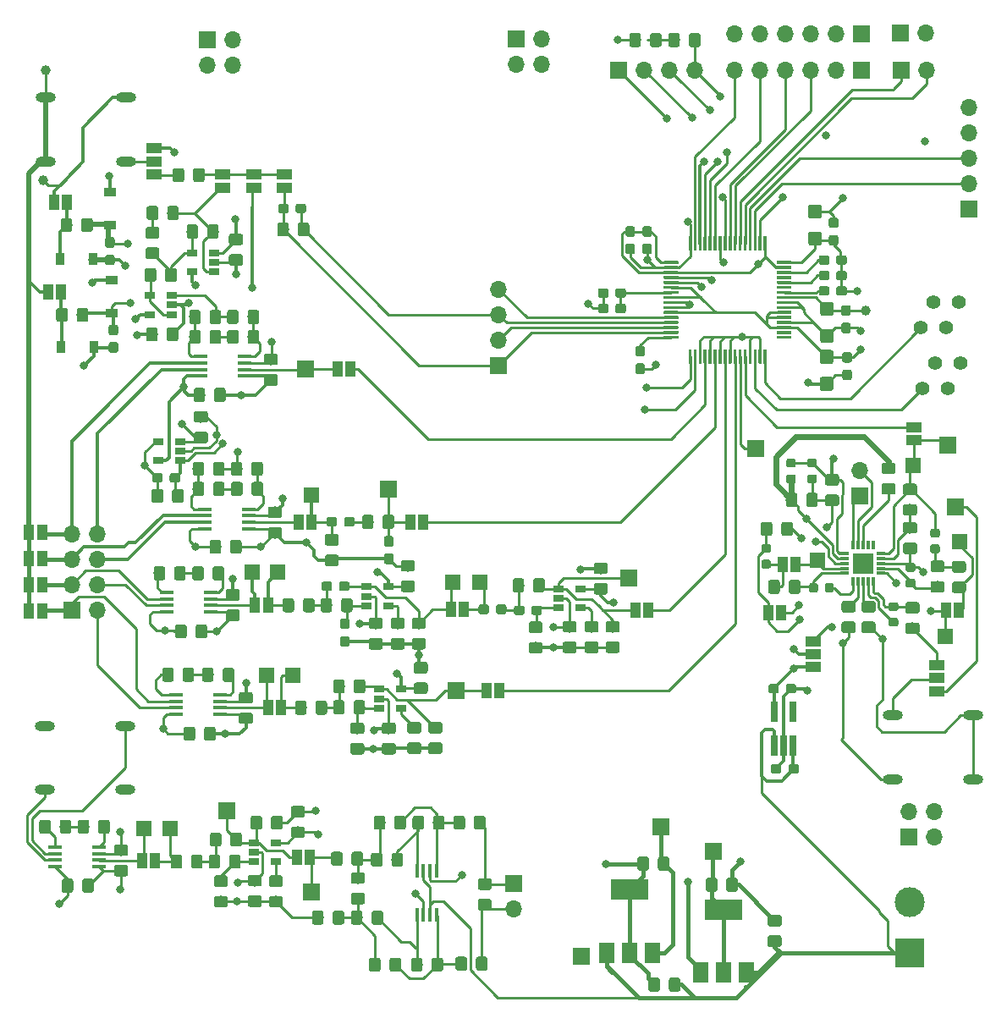
<source format=gbr>
G04 #@! TF.GenerationSoftware,KiCad,Pcbnew,(5.0.2)-1*
G04 #@! TF.CreationDate,2019-08-15T12:32:10+02:00*
G04 #@! TF.ProjectId,ADS1298_FINAL,41445331-3239-4385-9f46-494e414c2e6b,rev?*
G04 #@! TF.SameCoordinates,Original*
G04 #@! TF.FileFunction,Copper,L1,Top*
G04 #@! TF.FilePolarity,Positive*
%FSLAX46Y46*%
G04 Gerber Fmt 4.6, Leading zero omitted, Abs format (unit mm)*
G04 Created by KiCad (PCBNEW (5.0.2)-1) date 15-8-2019 12:32:10*
%MOMM*%
%LPD*%
G01*
G04 APERTURE LIST*
G04 #@! TA.AperFunction,Conductor*
%ADD10C,0.100000*%
G04 #@! TD*
G04 #@! TA.AperFunction,SMDPad,CuDef*
%ADD11C,1.150000*%
G04 #@! TD*
G04 #@! TA.AperFunction,SMDPad,CuDef*
%ADD12C,0.950000*%
G04 #@! TD*
G04 #@! TA.AperFunction,SMDPad,CuDef*
%ADD13C,1.350000*%
G04 #@! TD*
G04 #@! TA.AperFunction,SMDPad,CuDef*
%ADD14C,0.875000*%
G04 #@! TD*
G04 #@! TA.AperFunction,SMDPad,CuDef*
%ADD15R,0.900000X1.200000*%
G04 #@! TD*
G04 #@! TA.AperFunction,SMDPad,CuDef*
%ADD16R,1.200000X0.900000*%
G04 #@! TD*
G04 #@! TA.AperFunction,ComponentPad*
%ADD17O,1.700000X1.700000*%
G04 #@! TD*
G04 #@! TA.AperFunction,ComponentPad*
%ADD18R,1.700000X1.700000*%
G04 #@! TD*
G04 #@! TA.AperFunction,ComponentPad*
%ADD19R,3.000000X3.000000*%
G04 #@! TD*
G04 #@! TA.AperFunction,ComponentPad*
%ADD20C,3.000000*%
G04 #@! TD*
G04 #@! TA.AperFunction,SMDPad,CuDef*
%ADD21R,1.000000X1.500000*%
G04 #@! TD*
G04 #@! TA.AperFunction,SMDPad,CuDef*
%ADD22R,1.500000X1.000000*%
G04 #@! TD*
G04 #@! TA.AperFunction,SMDPad,CuDef*
%ADD23R,0.300000X0.950000*%
G04 #@! TD*
G04 #@! TA.AperFunction,SMDPad,CuDef*
%ADD24R,0.950000X0.300000*%
G04 #@! TD*
G04 #@! TA.AperFunction,SMDPad,CuDef*
%ADD25R,2.100000X2.100000*%
G04 #@! TD*
G04 #@! TA.AperFunction,ComponentPad*
%ADD26R,1.500000X1.500000*%
G04 #@! TD*
G04 #@! TA.AperFunction,BGAPad,CuDef*
%ADD27C,1.000000*%
G04 #@! TD*
G04 #@! TA.AperFunction,SMDPad,CuDef*
%ADD28R,1.060000X0.650000*%
G04 #@! TD*
G04 #@! TA.AperFunction,SMDPad,CuDef*
%ADD29R,1.450000X0.450000*%
G04 #@! TD*
G04 #@! TA.AperFunction,SMDPad,CuDef*
%ADD30R,0.650000X2.000000*%
G04 #@! TD*
G04 #@! TA.AperFunction,ComponentPad*
%ADD31O,2.000000X1.000000*%
G04 #@! TD*
G04 #@! TA.AperFunction,ComponentPad*
%ADD32C,1.400000*%
G04 #@! TD*
G04 #@! TA.AperFunction,SMDPad,CuDef*
%ADD33C,0.300000*%
G04 #@! TD*
G04 #@! TA.AperFunction,SMDPad,CuDef*
%ADD34R,0.450000X1.450000*%
G04 #@! TD*
G04 #@! TA.AperFunction,SMDPad,CuDef*
%ADD35R,1.500000X2.000000*%
G04 #@! TD*
G04 #@! TA.AperFunction,SMDPad,CuDef*
%ADD36R,3.800000X2.000000*%
G04 #@! TD*
G04 #@! TA.AperFunction,ViaPad*
%ADD37C,0.800000*%
G04 #@! TD*
G04 #@! TA.AperFunction,Conductor*
%ADD38C,0.250000*%
G04 #@! TD*
G04 #@! TA.AperFunction,Conductor*
%ADD39C,0.500000*%
G04 #@! TD*
G04 #@! TA.AperFunction,Conductor*
%ADD40C,0.300000*%
G04 #@! TD*
G04 #@! TA.AperFunction,Conductor*
%ADD41C,0.400000*%
G04 #@! TD*
G04 #@! TA.AperFunction,Conductor*
%ADD42C,0.600000*%
G04 #@! TD*
G04 APERTURE END LIST*
D10*
G04 #@! TO.N,Net-(C69-Pad2)*
G04 #@! TO.C,R49*
G36*
X113374505Y-77126204D02*
X113398773Y-77129804D01*
X113422572Y-77135765D01*
X113445671Y-77144030D01*
X113467850Y-77154520D01*
X113488893Y-77167132D01*
X113508599Y-77181747D01*
X113526777Y-77198223D01*
X113543253Y-77216401D01*
X113557868Y-77236107D01*
X113570480Y-77257150D01*
X113580970Y-77279329D01*
X113589235Y-77302428D01*
X113595196Y-77326227D01*
X113598796Y-77350495D01*
X113600000Y-77374999D01*
X113600000Y-78025001D01*
X113598796Y-78049505D01*
X113595196Y-78073773D01*
X113589235Y-78097572D01*
X113580970Y-78120671D01*
X113570480Y-78142850D01*
X113557868Y-78163893D01*
X113543253Y-78183599D01*
X113526777Y-78201777D01*
X113508599Y-78218253D01*
X113488893Y-78232868D01*
X113467850Y-78245480D01*
X113445671Y-78255970D01*
X113422572Y-78264235D01*
X113398773Y-78270196D01*
X113374505Y-78273796D01*
X113350001Y-78275000D01*
X112449999Y-78275000D01*
X112425495Y-78273796D01*
X112401227Y-78270196D01*
X112377428Y-78264235D01*
X112354329Y-78255970D01*
X112332150Y-78245480D01*
X112311107Y-78232868D01*
X112291401Y-78218253D01*
X112273223Y-78201777D01*
X112256747Y-78183599D01*
X112242132Y-78163893D01*
X112229520Y-78142850D01*
X112219030Y-78120671D01*
X112210765Y-78097572D01*
X112204804Y-78073773D01*
X112201204Y-78049505D01*
X112200000Y-78025001D01*
X112200000Y-77374999D01*
X112201204Y-77350495D01*
X112204804Y-77326227D01*
X112210765Y-77302428D01*
X112219030Y-77279329D01*
X112229520Y-77257150D01*
X112242132Y-77236107D01*
X112256747Y-77216401D01*
X112273223Y-77198223D01*
X112291401Y-77181747D01*
X112311107Y-77167132D01*
X112332150Y-77154520D01*
X112354329Y-77144030D01*
X112377428Y-77135765D01*
X112401227Y-77129804D01*
X112425495Y-77126204D01*
X112449999Y-77125000D01*
X113350001Y-77125000D01*
X113374505Y-77126204D01*
X113374505Y-77126204D01*
G37*
D11*
G04 #@! TD*
G04 #@! TO.P,R49,1*
G04 #@! TO.N,Net-(C69-Pad2)*
X112900000Y-77700000D03*
D10*
G04 #@! TO.N,Net-(C67-Pad2)*
G04 #@! TO.C,R49*
G36*
X113374505Y-75076204D02*
X113398773Y-75079804D01*
X113422572Y-75085765D01*
X113445671Y-75094030D01*
X113467850Y-75104520D01*
X113488893Y-75117132D01*
X113508599Y-75131747D01*
X113526777Y-75148223D01*
X113543253Y-75166401D01*
X113557868Y-75186107D01*
X113570480Y-75207150D01*
X113580970Y-75229329D01*
X113589235Y-75252428D01*
X113595196Y-75276227D01*
X113598796Y-75300495D01*
X113600000Y-75324999D01*
X113600000Y-75975001D01*
X113598796Y-75999505D01*
X113595196Y-76023773D01*
X113589235Y-76047572D01*
X113580970Y-76070671D01*
X113570480Y-76092850D01*
X113557868Y-76113893D01*
X113543253Y-76133599D01*
X113526777Y-76151777D01*
X113508599Y-76168253D01*
X113488893Y-76182868D01*
X113467850Y-76195480D01*
X113445671Y-76205970D01*
X113422572Y-76214235D01*
X113398773Y-76220196D01*
X113374505Y-76223796D01*
X113350001Y-76225000D01*
X112449999Y-76225000D01*
X112425495Y-76223796D01*
X112401227Y-76220196D01*
X112377428Y-76214235D01*
X112354329Y-76205970D01*
X112332150Y-76195480D01*
X112311107Y-76182868D01*
X112291401Y-76168253D01*
X112273223Y-76151777D01*
X112256747Y-76133599D01*
X112242132Y-76113893D01*
X112229520Y-76092850D01*
X112219030Y-76070671D01*
X112210765Y-76047572D01*
X112204804Y-76023773D01*
X112201204Y-75999505D01*
X112200000Y-75975001D01*
X112200000Y-75324999D01*
X112201204Y-75300495D01*
X112204804Y-75276227D01*
X112210765Y-75252428D01*
X112219030Y-75229329D01*
X112229520Y-75207150D01*
X112242132Y-75186107D01*
X112256747Y-75166401D01*
X112273223Y-75148223D01*
X112291401Y-75131747D01*
X112311107Y-75117132D01*
X112332150Y-75104520D01*
X112354329Y-75094030D01*
X112377428Y-75085765D01*
X112401227Y-75079804D01*
X112425495Y-75076204D01*
X112449999Y-75075000D01*
X113350001Y-75075000D01*
X113374505Y-75076204D01*
X113374505Y-75076204D01*
G37*
D11*
G04 #@! TD*
G04 #@! TO.P,R49,2*
G04 #@! TO.N,Net-(C67-Pad2)*
X112900000Y-75650000D03*
D10*
G04 #@! TO.N,Net-(C1-Pad2)*
G04 #@! TO.C,C1*
G36*
X37449505Y-75651204D02*
X37473773Y-75654804D01*
X37497572Y-75660765D01*
X37520671Y-75669030D01*
X37542850Y-75679520D01*
X37563893Y-75692132D01*
X37583599Y-75706747D01*
X37601777Y-75723223D01*
X37618253Y-75741401D01*
X37632868Y-75761107D01*
X37645480Y-75782150D01*
X37655970Y-75804329D01*
X37664235Y-75827428D01*
X37670196Y-75851227D01*
X37673796Y-75875495D01*
X37675000Y-75899999D01*
X37675000Y-76800001D01*
X37673796Y-76824505D01*
X37670196Y-76848773D01*
X37664235Y-76872572D01*
X37655970Y-76895671D01*
X37645480Y-76917850D01*
X37632868Y-76938893D01*
X37618253Y-76958599D01*
X37601777Y-76976777D01*
X37583599Y-76993253D01*
X37563893Y-77007868D01*
X37542850Y-77020480D01*
X37520671Y-77030970D01*
X37497572Y-77039235D01*
X37473773Y-77045196D01*
X37449505Y-77048796D01*
X37425001Y-77050000D01*
X36774999Y-77050000D01*
X36750495Y-77048796D01*
X36726227Y-77045196D01*
X36702428Y-77039235D01*
X36679329Y-77030970D01*
X36657150Y-77020480D01*
X36636107Y-77007868D01*
X36616401Y-76993253D01*
X36598223Y-76976777D01*
X36581747Y-76958599D01*
X36567132Y-76938893D01*
X36554520Y-76917850D01*
X36544030Y-76895671D01*
X36535765Y-76872572D01*
X36529804Y-76848773D01*
X36526204Y-76824505D01*
X36525000Y-76800001D01*
X36525000Y-75899999D01*
X36526204Y-75875495D01*
X36529804Y-75851227D01*
X36535765Y-75827428D01*
X36544030Y-75804329D01*
X36554520Y-75782150D01*
X36567132Y-75761107D01*
X36581747Y-75741401D01*
X36598223Y-75723223D01*
X36616401Y-75706747D01*
X36636107Y-75692132D01*
X36657150Y-75679520D01*
X36679329Y-75669030D01*
X36702428Y-75660765D01*
X36726227Y-75654804D01*
X36750495Y-75651204D01*
X36774999Y-75650000D01*
X37425001Y-75650000D01*
X37449505Y-75651204D01*
X37449505Y-75651204D01*
G37*
D11*
G04 #@! TD*
G04 #@! TO.P,C1,2*
G04 #@! TO.N,Net-(C1-Pad2)*
X37100000Y-76350000D03*
D10*
G04 #@! TO.N,Net-(C1-Pad1)*
G04 #@! TO.C,C1*
G36*
X35399505Y-75651204D02*
X35423773Y-75654804D01*
X35447572Y-75660765D01*
X35470671Y-75669030D01*
X35492850Y-75679520D01*
X35513893Y-75692132D01*
X35533599Y-75706747D01*
X35551777Y-75723223D01*
X35568253Y-75741401D01*
X35582868Y-75761107D01*
X35595480Y-75782150D01*
X35605970Y-75804329D01*
X35614235Y-75827428D01*
X35620196Y-75851227D01*
X35623796Y-75875495D01*
X35625000Y-75899999D01*
X35625000Y-76800001D01*
X35623796Y-76824505D01*
X35620196Y-76848773D01*
X35614235Y-76872572D01*
X35605970Y-76895671D01*
X35595480Y-76917850D01*
X35582868Y-76938893D01*
X35568253Y-76958599D01*
X35551777Y-76976777D01*
X35533599Y-76993253D01*
X35513893Y-77007868D01*
X35492850Y-77020480D01*
X35470671Y-77030970D01*
X35447572Y-77039235D01*
X35423773Y-77045196D01*
X35399505Y-77048796D01*
X35375001Y-77050000D01*
X34724999Y-77050000D01*
X34700495Y-77048796D01*
X34676227Y-77045196D01*
X34652428Y-77039235D01*
X34629329Y-77030970D01*
X34607150Y-77020480D01*
X34586107Y-77007868D01*
X34566401Y-76993253D01*
X34548223Y-76976777D01*
X34531747Y-76958599D01*
X34517132Y-76938893D01*
X34504520Y-76917850D01*
X34494030Y-76895671D01*
X34485765Y-76872572D01*
X34479804Y-76848773D01*
X34476204Y-76824505D01*
X34475000Y-76800001D01*
X34475000Y-75899999D01*
X34476204Y-75875495D01*
X34479804Y-75851227D01*
X34485765Y-75827428D01*
X34494030Y-75804329D01*
X34504520Y-75782150D01*
X34517132Y-75761107D01*
X34531747Y-75741401D01*
X34548223Y-75723223D01*
X34566401Y-75706747D01*
X34586107Y-75692132D01*
X34607150Y-75679520D01*
X34629329Y-75669030D01*
X34652428Y-75660765D01*
X34676227Y-75654804D01*
X34700495Y-75651204D01*
X34724999Y-75650000D01*
X35375001Y-75650000D01*
X35399505Y-75651204D01*
X35399505Y-75651204D01*
G37*
D11*
G04 #@! TD*
G04 #@! TO.P,C1,1*
G04 #@! TO.N,Net-(C1-Pad1)*
X35050000Y-76350000D03*
D10*
G04 #@! TO.N,Net-(C2-Pad2)*
G04 #@! TO.C,C2*
G36*
X38299505Y-85801204D02*
X38323773Y-85804804D01*
X38347572Y-85810765D01*
X38370671Y-85819030D01*
X38392850Y-85829520D01*
X38413893Y-85842132D01*
X38433599Y-85856747D01*
X38451777Y-85873223D01*
X38468253Y-85891401D01*
X38482868Y-85911107D01*
X38495480Y-85932150D01*
X38505970Y-85954329D01*
X38514235Y-85977428D01*
X38520196Y-86001227D01*
X38523796Y-86025495D01*
X38525000Y-86049999D01*
X38525000Y-86950001D01*
X38523796Y-86974505D01*
X38520196Y-86998773D01*
X38514235Y-87022572D01*
X38505970Y-87045671D01*
X38495480Y-87067850D01*
X38482868Y-87088893D01*
X38468253Y-87108599D01*
X38451777Y-87126777D01*
X38433599Y-87143253D01*
X38413893Y-87157868D01*
X38392850Y-87170480D01*
X38370671Y-87180970D01*
X38347572Y-87189235D01*
X38323773Y-87195196D01*
X38299505Y-87198796D01*
X38275001Y-87200000D01*
X37624999Y-87200000D01*
X37600495Y-87198796D01*
X37576227Y-87195196D01*
X37552428Y-87189235D01*
X37529329Y-87180970D01*
X37507150Y-87170480D01*
X37486107Y-87157868D01*
X37466401Y-87143253D01*
X37448223Y-87126777D01*
X37431747Y-87108599D01*
X37417132Y-87088893D01*
X37404520Y-87067850D01*
X37394030Y-87045671D01*
X37385765Y-87022572D01*
X37379804Y-86998773D01*
X37376204Y-86974505D01*
X37375000Y-86950001D01*
X37375000Y-86049999D01*
X37376204Y-86025495D01*
X37379804Y-86001227D01*
X37385765Y-85977428D01*
X37394030Y-85954329D01*
X37404520Y-85932150D01*
X37417132Y-85911107D01*
X37431747Y-85891401D01*
X37448223Y-85873223D01*
X37466401Y-85856747D01*
X37486107Y-85842132D01*
X37507150Y-85829520D01*
X37529329Y-85819030D01*
X37552428Y-85810765D01*
X37576227Y-85804804D01*
X37600495Y-85801204D01*
X37624999Y-85800000D01*
X38275001Y-85800000D01*
X38299505Y-85801204D01*
X38299505Y-85801204D01*
G37*
D11*
G04 #@! TD*
G04 #@! TO.P,C2,2*
G04 #@! TO.N,Net-(C2-Pad2)*
X37950000Y-86500000D03*
D10*
G04 #@! TO.N,Net-(C2-Pad1)*
G04 #@! TO.C,C2*
G36*
X36249505Y-85801204D02*
X36273773Y-85804804D01*
X36297572Y-85810765D01*
X36320671Y-85819030D01*
X36342850Y-85829520D01*
X36363893Y-85842132D01*
X36383599Y-85856747D01*
X36401777Y-85873223D01*
X36418253Y-85891401D01*
X36432868Y-85911107D01*
X36445480Y-85932150D01*
X36455970Y-85954329D01*
X36464235Y-85977428D01*
X36470196Y-86001227D01*
X36473796Y-86025495D01*
X36475000Y-86049999D01*
X36475000Y-86950001D01*
X36473796Y-86974505D01*
X36470196Y-86998773D01*
X36464235Y-87022572D01*
X36455970Y-87045671D01*
X36445480Y-87067850D01*
X36432868Y-87088893D01*
X36418253Y-87108599D01*
X36401777Y-87126777D01*
X36383599Y-87143253D01*
X36363893Y-87157868D01*
X36342850Y-87170480D01*
X36320671Y-87180970D01*
X36297572Y-87189235D01*
X36273773Y-87195196D01*
X36249505Y-87198796D01*
X36225001Y-87200000D01*
X35574999Y-87200000D01*
X35550495Y-87198796D01*
X35526227Y-87195196D01*
X35502428Y-87189235D01*
X35479329Y-87180970D01*
X35457150Y-87170480D01*
X35436107Y-87157868D01*
X35416401Y-87143253D01*
X35398223Y-87126777D01*
X35381747Y-87108599D01*
X35367132Y-87088893D01*
X35354520Y-87067850D01*
X35344030Y-87045671D01*
X35335765Y-87022572D01*
X35329804Y-86998773D01*
X35326204Y-86974505D01*
X35325000Y-86950001D01*
X35325000Y-86049999D01*
X35326204Y-86025495D01*
X35329804Y-86001227D01*
X35335765Y-85977428D01*
X35344030Y-85954329D01*
X35354520Y-85932150D01*
X35367132Y-85911107D01*
X35381747Y-85891401D01*
X35398223Y-85873223D01*
X35416401Y-85856747D01*
X35436107Y-85842132D01*
X35457150Y-85829520D01*
X35479329Y-85819030D01*
X35502428Y-85810765D01*
X35526227Y-85804804D01*
X35550495Y-85801204D01*
X35574999Y-85800000D01*
X36225001Y-85800000D01*
X36249505Y-85801204D01*
X36249505Y-85801204D01*
G37*
D11*
G04 #@! TD*
G04 #@! TO.P,C2,1*
G04 #@! TO.N,Net-(C2-Pad1)*
X35900000Y-86500000D03*
D10*
G04 #@! TO.N,Net-(C3-Pad1)*
G04 #@! TO.C,C3*
G36*
X34699505Y-39601204D02*
X34723773Y-39604804D01*
X34747572Y-39610765D01*
X34770671Y-39619030D01*
X34792850Y-39629520D01*
X34813893Y-39642132D01*
X34833599Y-39656747D01*
X34851777Y-39673223D01*
X34868253Y-39691401D01*
X34882868Y-39711107D01*
X34895480Y-39732150D01*
X34905970Y-39754329D01*
X34914235Y-39777428D01*
X34920196Y-39801227D01*
X34923796Y-39825495D01*
X34925000Y-39849999D01*
X34925000Y-40750001D01*
X34923796Y-40774505D01*
X34920196Y-40798773D01*
X34914235Y-40822572D01*
X34905970Y-40845671D01*
X34895480Y-40867850D01*
X34882868Y-40888893D01*
X34868253Y-40908599D01*
X34851777Y-40926777D01*
X34833599Y-40943253D01*
X34813893Y-40957868D01*
X34792850Y-40970480D01*
X34770671Y-40980970D01*
X34747572Y-40989235D01*
X34723773Y-40995196D01*
X34699505Y-40998796D01*
X34675001Y-41000000D01*
X34024999Y-41000000D01*
X34000495Y-40998796D01*
X33976227Y-40995196D01*
X33952428Y-40989235D01*
X33929329Y-40980970D01*
X33907150Y-40970480D01*
X33886107Y-40957868D01*
X33866401Y-40943253D01*
X33848223Y-40926777D01*
X33831747Y-40908599D01*
X33817132Y-40888893D01*
X33804520Y-40867850D01*
X33794030Y-40845671D01*
X33785765Y-40822572D01*
X33779804Y-40798773D01*
X33776204Y-40774505D01*
X33775000Y-40750001D01*
X33775000Y-39849999D01*
X33776204Y-39825495D01*
X33779804Y-39801227D01*
X33785765Y-39777428D01*
X33794030Y-39754329D01*
X33804520Y-39732150D01*
X33817132Y-39711107D01*
X33831747Y-39691401D01*
X33848223Y-39673223D01*
X33866401Y-39656747D01*
X33886107Y-39642132D01*
X33907150Y-39629520D01*
X33929329Y-39619030D01*
X33952428Y-39610765D01*
X33976227Y-39604804D01*
X34000495Y-39601204D01*
X34024999Y-39600000D01*
X34675001Y-39600000D01*
X34699505Y-39601204D01*
X34699505Y-39601204D01*
G37*
D11*
G04 #@! TD*
G04 #@! TO.P,C3,1*
G04 #@! TO.N,Net-(C3-Pad1)*
X34350000Y-40300000D03*
D10*
G04 #@! TO.N,RLD2*
G04 #@! TO.C,C3*
G36*
X36749505Y-39601204D02*
X36773773Y-39604804D01*
X36797572Y-39610765D01*
X36820671Y-39619030D01*
X36842850Y-39629520D01*
X36863893Y-39642132D01*
X36883599Y-39656747D01*
X36901777Y-39673223D01*
X36918253Y-39691401D01*
X36932868Y-39711107D01*
X36945480Y-39732150D01*
X36955970Y-39754329D01*
X36964235Y-39777428D01*
X36970196Y-39801227D01*
X36973796Y-39825495D01*
X36975000Y-39849999D01*
X36975000Y-40750001D01*
X36973796Y-40774505D01*
X36970196Y-40798773D01*
X36964235Y-40822572D01*
X36955970Y-40845671D01*
X36945480Y-40867850D01*
X36932868Y-40888893D01*
X36918253Y-40908599D01*
X36901777Y-40926777D01*
X36883599Y-40943253D01*
X36863893Y-40957868D01*
X36842850Y-40970480D01*
X36820671Y-40980970D01*
X36797572Y-40989235D01*
X36773773Y-40995196D01*
X36749505Y-40998796D01*
X36725001Y-41000000D01*
X36074999Y-41000000D01*
X36050495Y-40998796D01*
X36026227Y-40995196D01*
X36002428Y-40989235D01*
X35979329Y-40980970D01*
X35957150Y-40970480D01*
X35936107Y-40957868D01*
X35916401Y-40943253D01*
X35898223Y-40926777D01*
X35881747Y-40908599D01*
X35867132Y-40888893D01*
X35854520Y-40867850D01*
X35844030Y-40845671D01*
X35835765Y-40822572D01*
X35829804Y-40798773D01*
X35826204Y-40774505D01*
X35825000Y-40750001D01*
X35825000Y-39849999D01*
X35826204Y-39825495D01*
X35829804Y-39801227D01*
X35835765Y-39777428D01*
X35844030Y-39754329D01*
X35854520Y-39732150D01*
X35867132Y-39711107D01*
X35881747Y-39691401D01*
X35898223Y-39673223D01*
X35916401Y-39656747D01*
X35936107Y-39642132D01*
X35957150Y-39629520D01*
X35979329Y-39619030D01*
X36002428Y-39610765D01*
X36026227Y-39604804D01*
X36050495Y-39601204D01*
X36074999Y-39600000D01*
X36725001Y-39600000D01*
X36749505Y-39601204D01*
X36749505Y-39601204D01*
G37*
D11*
G04 #@! TD*
G04 #@! TO.P,C3,2*
G04 #@! TO.N,RLD2*
X36400000Y-40300000D03*
D10*
G04 #@! TO.N,IN1P*
G04 #@! TO.C,C4*
G36*
X30360779Y-42726144D02*
X30383834Y-42729563D01*
X30406443Y-42735227D01*
X30428387Y-42743079D01*
X30449457Y-42753044D01*
X30469448Y-42765026D01*
X30488168Y-42778910D01*
X30505438Y-42794562D01*
X30521090Y-42811832D01*
X30534974Y-42830552D01*
X30546956Y-42850543D01*
X30556921Y-42871613D01*
X30564773Y-42893557D01*
X30570437Y-42916166D01*
X30573856Y-42939221D01*
X30575000Y-42962500D01*
X30575000Y-43537500D01*
X30573856Y-43560779D01*
X30570437Y-43583834D01*
X30564773Y-43606443D01*
X30556921Y-43628387D01*
X30546956Y-43649457D01*
X30534974Y-43669448D01*
X30521090Y-43688168D01*
X30505438Y-43705438D01*
X30488168Y-43721090D01*
X30469448Y-43734974D01*
X30449457Y-43746956D01*
X30428387Y-43756921D01*
X30406443Y-43764773D01*
X30383834Y-43770437D01*
X30360779Y-43773856D01*
X30337500Y-43775000D01*
X29862500Y-43775000D01*
X29839221Y-43773856D01*
X29816166Y-43770437D01*
X29793557Y-43764773D01*
X29771613Y-43756921D01*
X29750543Y-43746956D01*
X29730552Y-43734974D01*
X29711832Y-43721090D01*
X29694562Y-43705438D01*
X29678910Y-43688168D01*
X29665026Y-43669448D01*
X29653044Y-43649457D01*
X29643079Y-43628387D01*
X29635227Y-43606443D01*
X29629563Y-43583834D01*
X29626144Y-43560779D01*
X29625000Y-43537500D01*
X29625000Y-42962500D01*
X29626144Y-42939221D01*
X29629563Y-42916166D01*
X29635227Y-42893557D01*
X29643079Y-42871613D01*
X29653044Y-42850543D01*
X29665026Y-42830552D01*
X29678910Y-42811832D01*
X29694562Y-42794562D01*
X29711832Y-42778910D01*
X29730552Y-42765026D01*
X29750543Y-42753044D01*
X29771613Y-42743079D01*
X29793557Y-42735227D01*
X29816166Y-42729563D01*
X29839221Y-42726144D01*
X29862500Y-42725000D01*
X30337500Y-42725000D01*
X30360779Y-42726144D01*
X30360779Y-42726144D01*
G37*
D12*
G04 #@! TD*
G04 #@! TO.P,C4,1*
G04 #@! TO.N,IN1P*
X30100000Y-43250000D03*
D10*
G04 #@! TO.N,AVSS*
G04 #@! TO.C,C4*
G36*
X30360779Y-44476144D02*
X30383834Y-44479563D01*
X30406443Y-44485227D01*
X30428387Y-44493079D01*
X30449457Y-44503044D01*
X30469448Y-44515026D01*
X30488168Y-44528910D01*
X30505438Y-44544562D01*
X30521090Y-44561832D01*
X30534974Y-44580552D01*
X30546956Y-44600543D01*
X30556921Y-44621613D01*
X30564773Y-44643557D01*
X30570437Y-44666166D01*
X30573856Y-44689221D01*
X30575000Y-44712500D01*
X30575000Y-45287500D01*
X30573856Y-45310779D01*
X30570437Y-45333834D01*
X30564773Y-45356443D01*
X30556921Y-45378387D01*
X30546956Y-45399457D01*
X30534974Y-45419448D01*
X30521090Y-45438168D01*
X30505438Y-45455438D01*
X30488168Y-45471090D01*
X30469448Y-45484974D01*
X30449457Y-45496956D01*
X30428387Y-45506921D01*
X30406443Y-45514773D01*
X30383834Y-45520437D01*
X30360779Y-45523856D01*
X30337500Y-45525000D01*
X29862500Y-45525000D01*
X29839221Y-45523856D01*
X29816166Y-45520437D01*
X29793557Y-45514773D01*
X29771613Y-45506921D01*
X29750543Y-45496956D01*
X29730552Y-45484974D01*
X29711832Y-45471090D01*
X29694562Y-45455438D01*
X29678910Y-45438168D01*
X29665026Y-45419448D01*
X29653044Y-45399457D01*
X29643079Y-45378387D01*
X29635227Y-45356443D01*
X29629563Y-45333834D01*
X29626144Y-45310779D01*
X29625000Y-45287500D01*
X29625000Y-44712500D01*
X29626144Y-44689221D01*
X29629563Y-44666166D01*
X29635227Y-44643557D01*
X29643079Y-44621613D01*
X29653044Y-44600543D01*
X29665026Y-44580552D01*
X29678910Y-44561832D01*
X29694562Y-44544562D01*
X29711832Y-44528910D01*
X29730552Y-44515026D01*
X29750543Y-44503044D01*
X29771613Y-44493079D01*
X29793557Y-44485227D01*
X29816166Y-44479563D01*
X29839221Y-44476144D01*
X29862500Y-44475000D01*
X30337500Y-44475000D01*
X30360779Y-44476144D01*
X30360779Y-44476144D01*
G37*
D12*
G04 #@! TD*
G04 #@! TO.P,C4,2*
G04 #@! TO.N,AVSS*
X30100000Y-45000000D03*
D10*
G04 #@! TO.N,IN1N*
G04 #@! TO.C,C5*
G36*
X30710779Y-51476144D02*
X30733834Y-51479563D01*
X30756443Y-51485227D01*
X30778387Y-51493079D01*
X30799457Y-51503044D01*
X30819448Y-51515026D01*
X30838168Y-51528910D01*
X30855438Y-51544562D01*
X30871090Y-51561832D01*
X30884974Y-51580552D01*
X30896956Y-51600543D01*
X30906921Y-51621613D01*
X30914773Y-51643557D01*
X30920437Y-51666166D01*
X30923856Y-51689221D01*
X30925000Y-51712500D01*
X30925000Y-52287500D01*
X30923856Y-52310779D01*
X30920437Y-52333834D01*
X30914773Y-52356443D01*
X30906921Y-52378387D01*
X30896956Y-52399457D01*
X30884974Y-52419448D01*
X30871090Y-52438168D01*
X30855438Y-52455438D01*
X30838168Y-52471090D01*
X30819448Y-52484974D01*
X30799457Y-52496956D01*
X30778387Y-52506921D01*
X30756443Y-52514773D01*
X30733834Y-52520437D01*
X30710779Y-52523856D01*
X30687500Y-52525000D01*
X30212500Y-52525000D01*
X30189221Y-52523856D01*
X30166166Y-52520437D01*
X30143557Y-52514773D01*
X30121613Y-52506921D01*
X30100543Y-52496956D01*
X30080552Y-52484974D01*
X30061832Y-52471090D01*
X30044562Y-52455438D01*
X30028910Y-52438168D01*
X30015026Y-52419448D01*
X30003044Y-52399457D01*
X29993079Y-52378387D01*
X29985227Y-52356443D01*
X29979563Y-52333834D01*
X29976144Y-52310779D01*
X29975000Y-52287500D01*
X29975000Y-51712500D01*
X29976144Y-51689221D01*
X29979563Y-51666166D01*
X29985227Y-51643557D01*
X29993079Y-51621613D01*
X30003044Y-51600543D01*
X30015026Y-51580552D01*
X30028910Y-51561832D01*
X30044562Y-51544562D01*
X30061832Y-51528910D01*
X30080552Y-51515026D01*
X30100543Y-51503044D01*
X30121613Y-51493079D01*
X30143557Y-51485227D01*
X30166166Y-51479563D01*
X30189221Y-51476144D01*
X30212500Y-51475000D01*
X30687500Y-51475000D01*
X30710779Y-51476144D01*
X30710779Y-51476144D01*
G37*
D12*
G04 #@! TD*
G04 #@! TO.P,C5,1*
G04 #@! TO.N,IN1N*
X30450000Y-52000000D03*
D10*
G04 #@! TO.N,AVSS*
G04 #@! TO.C,C5*
G36*
X30710779Y-53226144D02*
X30733834Y-53229563D01*
X30756443Y-53235227D01*
X30778387Y-53243079D01*
X30799457Y-53253044D01*
X30819448Y-53265026D01*
X30838168Y-53278910D01*
X30855438Y-53294562D01*
X30871090Y-53311832D01*
X30884974Y-53330552D01*
X30896956Y-53350543D01*
X30906921Y-53371613D01*
X30914773Y-53393557D01*
X30920437Y-53416166D01*
X30923856Y-53439221D01*
X30925000Y-53462500D01*
X30925000Y-54037500D01*
X30923856Y-54060779D01*
X30920437Y-54083834D01*
X30914773Y-54106443D01*
X30906921Y-54128387D01*
X30896956Y-54149457D01*
X30884974Y-54169448D01*
X30871090Y-54188168D01*
X30855438Y-54205438D01*
X30838168Y-54221090D01*
X30819448Y-54234974D01*
X30799457Y-54246956D01*
X30778387Y-54256921D01*
X30756443Y-54264773D01*
X30733834Y-54270437D01*
X30710779Y-54273856D01*
X30687500Y-54275000D01*
X30212500Y-54275000D01*
X30189221Y-54273856D01*
X30166166Y-54270437D01*
X30143557Y-54264773D01*
X30121613Y-54256921D01*
X30100543Y-54246956D01*
X30080552Y-54234974D01*
X30061832Y-54221090D01*
X30044562Y-54205438D01*
X30028910Y-54188168D01*
X30015026Y-54169448D01*
X30003044Y-54149457D01*
X29993079Y-54128387D01*
X29985227Y-54106443D01*
X29979563Y-54083834D01*
X29976144Y-54060779D01*
X29975000Y-54037500D01*
X29975000Y-53462500D01*
X29976144Y-53439221D01*
X29979563Y-53416166D01*
X29985227Y-53393557D01*
X29993079Y-53371613D01*
X30003044Y-53350543D01*
X30015026Y-53330552D01*
X30028910Y-53311832D01*
X30044562Y-53294562D01*
X30061832Y-53278910D01*
X30080552Y-53265026D01*
X30100543Y-53253044D01*
X30121613Y-53243079D01*
X30143557Y-53235227D01*
X30166166Y-53229563D01*
X30189221Y-53226144D01*
X30212500Y-53225000D01*
X30687500Y-53225000D01*
X30710779Y-53226144D01*
X30710779Y-53226144D01*
G37*
D12*
G04 #@! TD*
G04 #@! TO.P,C5,2*
G04 #@! TO.N,AVSS*
X30450000Y-53750000D03*
D10*
G04 #@! TO.N,+5V*
G04 #@! TO.C,C6*
G36*
X98810779Y-95426144D02*
X98833834Y-95429563D01*
X98856443Y-95435227D01*
X98878387Y-95443079D01*
X98899457Y-95453044D01*
X98919448Y-95465026D01*
X98938168Y-95478910D01*
X98955438Y-95494562D01*
X98971090Y-95511832D01*
X98984974Y-95530552D01*
X98996956Y-95550543D01*
X99006921Y-95571613D01*
X99014773Y-95593557D01*
X99020437Y-95616166D01*
X99023856Y-95639221D01*
X99025000Y-95662500D01*
X99025000Y-96137500D01*
X99023856Y-96160779D01*
X99020437Y-96183834D01*
X99014773Y-96206443D01*
X99006921Y-96228387D01*
X98996956Y-96249457D01*
X98984974Y-96269448D01*
X98971090Y-96288168D01*
X98955438Y-96305438D01*
X98938168Y-96321090D01*
X98919448Y-96334974D01*
X98899457Y-96346956D01*
X98878387Y-96356921D01*
X98856443Y-96364773D01*
X98833834Y-96370437D01*
X98810779Y-96373856D01*
X98787500Y-96375000D01*
X98212500Y-96375000D01*
X98189221Y-96373856D01*
X98166166Y-96370437D01*
X98143557Y-96364773D01*
X98121613Y-96356921D01*
X98100543Y-96346956D01*
X98080552Y-96334974D01*
X98061832Y-96321090D01*
X98044562Y-96305438D01*
X98028910Y-96288168D01*
X98015026Y-96269448D01*
X98003044Y-96249457D01*
X97993079Y-96228387D01*
X97985227Y-96206443D01*
X97979563Y-96183834D01*
X97976144Y-96160779D01*
X97975000Y-96137500D01*
X97975000Y-95662500D01*
X97976144Y-95639221D01*
X97979563Y-95616166D01*
X97985227Y-95593557D01*
X97993079Y-95571613D01*
X98003044Y-95550543D01*
X98015026Y-95530552D01*
X98028910Y-95511832D01*
X98044562Y-95494562D01*
X98061832Y-95478910D01*
X98080552Y-95465026D01*
X98100543Y-95453044D01*
X98121613Y-95443079D01*
X98143557Y-95435227D01*
X98166166Y-95429563D01*
X98189221Y-95426144D01*
X98212500Y-95425000D01*
X98787500Y-95425000D01*
X98810779Y-95426144D01*
X98810779Y-95426144D01*
G37*
D12*
G04 #@! TD*
G04 #@! TO.P,C6,1*
G04 #@! TO.N,+5V*
X98500000Y-95900000D03*
D10*
G04 #@! TO.N,DGND*
G04 #@! TO.C,C6*
G36*
X97060779Y-95426144D02*
X97083834Y-95429563D01*
X97106443Y-95435227D01*
X97128387Y-95443079D01*
X97149457Y-95453044D01*
X97169448Y-95465026D01*
X97188168Y-95478910D01*
X97205438Y-95494562D01*
X97221090Y-95511832D01*
X97234974Y-95530552D01*
X97246956Y-95550543D01*
X97256921Y-95571613D01*
X97264773Y-95593557D01*
X97270437Y-95616166D01*
X97273856Y-95639221D01*
X97275000Y-95662500D01*
X97275000Y-96137500D01*
X97273856Y-96160779D01*
X97270437Y-96183834D01*
X97264773Y-96206443D01*
X97256921Y-96228387D01*
X97246956Y-96249457D01*
X97234974Y-96269448D01*
X97221090Y-96288168D01*
X97205438Y-96305438D01*
X97188168Y-96321090D01*
X97169448Y-96334974D01*
X97149457Y-96346956D01*
X97128387Y-96356921D01*
X97106443Y-96364773D01*
X97083834Y-96370437D01*
X97060779Y-96373856D01*
X97037500Y-96375000D01*
X96462500Y-96375000D01*
X96439221Y-96373856D01*
X96416166Y-96370437D01*
X96393557Y-96364773D01*
X96371613Y-96356921D01*
X96350543Y-96346956D01*
X96330552Y-96334974D01*
X96311832Y-96321090D01*
X96294562Y-96305438D01*
X96278910Y-96288168D01*
X96265026Y-96269448D01*
X96253044Y-96249457D01*
X96243079Y-96228387D01*
X96235227Y-96206443D01*
X96229563Y-96183834D01*
X96226144Y-96160779D01*
X96225000Y-96137500D01*
X96225000Y-95662500D01*
X96226144Y-95639221D01*
X96229563Y-95616166D01*
X96235227Y-95593557D01*
X96243079Y-95571613D01*
X96253044Y-95550543D01*
X96265026Y-95530552D01*
X96278910Y-95511832D01*
X96294562Y-95494562D01*
X96311832Y-95478910D01*
X96330552Y-95465026D01*
X96350543Y-95453044D01*
X96371613Y-95443079D01*
X96393557Y-95435227D01*
X96416166Y-95429563D01*
X96439221Y-95426144D01*
X96462500Y-95425000D01*
X97037500Y-95425000D01*
X97060779Y-95426144D01*
X97060779Y-95426144D01*
G37*
D12*
G04 #@! TD*
G04 #@! TO.P,C6,2*
G04 #@! TO.N,DGND*
X96750000Y-95900000D03*
D10*
G04 #@! TO.N,DGND*
G04 #@! TO.C,C7*
G36*
X43174505Y-42376204D02*
X43198773Y-42379804D01*
X43222572Y-42385765D01*
X43245671Y-42394030D01*
X43267850Y-42404520D01*
X43288893Y-42417132D01*
X43308599Y-42431747D01*
X43326777Y-42448223D01*
X43343253Y-42466401D01*
X43357868Y-42486107D01*
X43370480Y-42507150D01*
X43380970Y-42529329D01*
X43389235Y-42552428D01*
X43395196Y-42576227D01*
X43398796Y-42600495D01*
X43400000Y-42624999D01*
X43400000Y-43275001D01*
X43398796Y-43299505D01*
X43395196Y-43323773D01*
X43389235Y-43347572D01*
X43380970Y-43370671D01*
X43370480Y-43392850D01*
X43357868Y-43413893D01*
X43343253Y-43433599D01*
X43326777Y-43451777D01*
X43308599Y-43468253D01*
X43288893Y-43482868D01*
X43267850Y-43495480D01*
X43245671Y-43505970D01*
X43222572Y-43514235D01*
X43198773Y-43520196D01*
X43174505Y-43523796D01*
X43150001Y-43525000D01*
X42249999Y-43525000D01*
X42225495Y-43523796D01*
X42201227Y-43520196D01*
X42177428Y-43514235D01*
X42154329Y-43505970D01*
X42132150Y-43495480D01*
X42111107Y-43482868D01*
X42091401Y-43468253D01*
X42073223Y-43451777D01*
X42056747Y-43433599D01*
X42042132Y-43413893D01*
X42029520Y-43392850D01*
X42019030Y-43370671D01*
X42010765Y-43347572D01*
X42004804Y-43323773D01*
X42001204Y-43299505D01*
X42000000Y-43275001D01*
X42000000Y-42624999D01*
X42001204Y-42600495D01*
X42004804Y-42576227D01*
X42010765Y-42552428D01*
X42019030Y-42529329D01*
X42029520Y-42507150D01*
X42042132Y-42486107D01*
X42056747Y-42466401D01*
X42073223Y-42448223D01*
X42091401Y-42431747D01*
X42111107Y-42417132D01*
X42132150Y-42404520D01*
X42154329Y-42394030D01*
X42177428Y-42385765D01*
X42201227Y-42379804D01*
X42225495Y-42376204D01*
X42249999Y-42375000D01*
X43150001Y-42375000D01*
X43174505Y-42376204D01*
X43174505Y-42376204D01*
G37*
D11*
G04 #@! TD*
G04 #@! TO.P,C7,2*
G04 #@! TO.N,DGND*
X42700000Y-42950000D03*
D10*
G04 #@! TO.N,AVDD*
G04 #@! TO.C,C7*
G36*
X43174505Y-44426204D02*
X43198773Y-44429804D01*
X43222572Y-44435765D01*
X43245671Y-44444030D01*
X43267850Y-44454520D01*
X43288893Y-44467132D01*
X43308599Y-44481747D01*
X43326777Y-44498223D01*
X43343253Y-44516401D01*
X43357868Y-44536107D01*
X43370480Y-44557150D01*
X43380970Y-44579329D01*
X43389235Y-44602428D01*
X43395196Y-44626227D01*
X43398796Y-44650495D01*
X43400000Y-44674999D01*
X43400000Y-45325001D01*
X43398796Y-45349505D01*
X43395196Y-45373773D01*
X43389235Y-45397572D01*
X43380970Y-45420671D01*
X43370480Y-45442850D01*
X43357868Y-45463893D01*
X43343253Y-45483599D01*
X43326777Y-45501777D01*
X43308599Y-45518253D01*
X43288893Y-45532868D01*
X43267850Y-45545480D01*
X43245671Y-45555970D01*
X43222572Y-45564235D01*
X43198773Y-45570196D01*
X43174505Y-45573796D01*
X43150001Y-45575000D01*
X42249999Y-45575000D01*
X42225495Y-45573796D01*
X42201227Y-45570196D01*
X42177428Y-45564235D01*
X42154329Y-45555970D01*
X42132150Y-45545480D01*
X42111107Y-45532868D01*
X42091401Y-45518253D01*
X42073223Y-45501777D01*
X42056747Y-45483599D01*
X42042132Y-45463893D01*
X42029520Y-45442850D01*
X42019030Y-45420671D01*
X42010765Y-45397572D01*
X42004804Y-45373773D01*
X42001204Y-45349505D01*
X42000000Y-45325001D01*
X42000000Y-44674999D01*
X42001204Y-44650495D01*
X42004804Y-44626227D01*
X42010765Y-44602428D01*
X42019030Y-44579329D01*
X42029520Y-44557150D01*
X42042132Y-44536107D01*
X42056747Y-44516401D01*
X42073223Y-44498223D01*
X42091401Y-44481747D01*
X42111107Y-44467132D01*
X42132150Y-44454520D01*
X42154329Y-44444030D01*
X42177428Y-44435765D01*
X42201227Y-44429804D01*
X42225495Y-44426204D01*
X42249999Y-44425000D01*
X43150001Y-44425000D01*
X43174505Y-44426204D01*
X43174505Y-44426204D01*
G37*
D11*
G04 #@! TD*
G04 #@! TO.P,C7,1*
G04 #@! TO.N,AVDD*
X42700000Y-45000000D03*
D10*
G04 #@! TO.N,Net-(C8-Pad1)*
G04 #@! TO.C,C8*
G36*
X35160779Y-66326144D02*
X35183834Y-66329563D01*
X35206443Y-66335227D01*
X35228387Y-66343079D01*
X35249457Y-66353044D01*
X35269448Y-66365026D01*
X35288168Y-66378910D01*
X35305438Y-66394562D01*
X35321090Y-66411832D01*
X35334974Y-66430552D01*
X35346956Y-66450543D01*
X35356921Y-66471613D01*
X35364773Y-66493557D01*
X35370437Y-66516166D01*
X35373856Y-66539221D01*
X35375000Y-66562500D01*
X35375000Y-67037500D01*
X35373856Y-67060779D01*
X35370437Y-67083834D01*
X35364773Y-67106443D01*
X35356921Y-67128387D01*
X35346956Y-67149457D01*
X35334974Y-67169448D01*
X35321090Y-67188168D01*
X35305438Y-67205438D01*
X35288168Y-67221090D01*
X35269448Y-67234974D01*
X35249457Y-67246956D01*
X35228387Y-67256921D01*
X35206443Y-67264773D01*
X35183834Y-67270437D01*
X35160779Y-67273856D01*
X35137500Y-67275000D01*
X34562500Y-67275000D01*
X34539221Y-67273856D01*
X34516166Y-67270437D01*
X34493557Y-67264773D01*
X34471613Y-67256921D01*
X34450543Y-67246956D01*
X34430552Y-67234974D01*
X34411832Y-67221090D01*
X34394562Y-67205438D01*
X34378910Y-67188168D01*
X34365026Y-67169448D01*
X34353044Y-67149457D01*
X34343079Y-67128387D01*
X34335227Y-67106443D01*
X34329563Y-67083834D01*
X34326144Y-67060779D01*
X34325000Y-67037500D01*
X34325000Y-66562500D01*
X34326144Y-66539221D01*
X34329563Y-66516166D01*
X34335227Y-66493557D01*
X34343079Y-66471613D01*
X34353044Y-66450543D01*
X34365026Y-66430552D01*
X34378910Y-66411832D01*
X34394562Y-66394562D01*
X34411832Y-66378910D01*
X34430552Y-66365026D01*
X34450543Y-66353044D01*
X34471613Y-66343079D01*
X34493557Y-66335227D01*
X34516166Y-66329563D01*
X34539221Y-66326144D01*
X34562500Y-66325000D01*
X35137500Y-66325000D01*
X35160779Y-66326144D01*
X35160779Y-66326144D01*
G37*
D12*
G04 #@! TD*
G04 #@! TO.P,C8,1*
G04 #@! TO.N,Net-(C8-Pad1)*
X34850000Y-66800000D03*
D10*
G04 #@! TO.N,RLD1*
G04 #@! TO.C,C8*
G36*
X36910779Y-66326144D02*
X36933834Y-66329563D01*
X36956443Y-66335227D01*
X36978387Y-66343079D01*
X36999457Y-66353044D01*
X37019448Y-66365026D01*
X37038168Y-66378910D01*
X37055438Y-66394562D01*
X37071090Y-66411832D01*
X37084974Y-66430552D01*
X37096956Y-66450543D01*
X37106921Y-66471613D01*
X37114773Y-66493557D01*
X37120437Y-66516166D01*
X37123856Y-66539221D01*
X37125000Y-66562500D01*
X37125000Y-67037500D01*
X37123856Y-67060779D01*
X37120437Y-67083834D01*
X37114773Y-67106443D01*
X37106921Y-67128387D01*
X37096956Y-67149457D01*
X37084974Y-67169448D01*
X37071090Y-67188168D01*
X37055438Y-67205438D01*
X37038168Y-67221090D01*
X37019448Y-67234974D01*
X36999457Y-67246956D01*
X36978387Y-67256921D01*
X36956443Y-67264773D01*
X36933834Y-67270437D01*
X36910779Y-67273856D01*
X36887500Y-67275000D01*
X36312500Y-67275000D01*
X36289221Y-67273856D01*
X36266166Y-67270437D01*
X36243557Y-67264773D01*
X36221613Y-67256921D01*
X36200543Y-67246956D01*
X36180552Y-67234974D01*
X36161832Y-67221090D01*
X36144562Y-67205438D01*
X36128910Y-67188168D01*
X36115026Y-67169448D01*
X36103044Y-67149457D01*
X36093079Y-67128387D01*
X36085227Y-67106443D01*
X36079563Y-67083834D01*
X36076144Y-67060779D01*
X36075000Y-67037500D01*
X36075000Y-66562500D01*
X36076144Y-66539221D01*
X36079563Y-66516166D01*
X36085227Y-66493557D01*
X36093079Y-66471613D01*
X36103044Y-66450543D01*
X36115026Y-66430552D01*
X36128910Y-66411832D01*
X36144562Y-66394562D01*
X36161832Y-66378910D01*
X36180552Y-66365026D01*
X36200543Y-66353044D01*
X36221613Y-66343079D01*
X36243557Y-66335227D01*
X36266166Y-66329563D01*
X36289221Y-66326144D01*
X36312500Y-66325000D01*
X36887500Y-66325000D01*
X36910779Y-66326144D01*
X36910779Y-66326144D01*
G37*
D12*
G04 #@! TD*
G04 #@! TO.P,C8,2*
G04 #@! TO.N,RLD1*
X36600000Y-66800000D03*
D10*
G04 #@! TO.N,AVSS*
G04 #@! TO.C,C9*
G36*
X37549505Y-81451204D02*
X37573773Y-81454804D01*
X37597572Y-81460765D01*
X37620671Y-81469030D01*
X37642850Y-81479520D01*
X37663893Y-81492132D01*
X37683599Y-81506747D01*
X37701777Y-81523223D01*
X37718253Y-81541401D01*
X37732868Y-81561107D01*
X37745480Y-81582150D01*
X37755970Y-81604329D01*
X37764235Y-81627428D01*
X37770196Y-81651227D01*
X37773796Y-81675495D01*
X37775000Y-81699999D01*
X37775000Y-82600001D01*
X37773796Y-82624505D01*
X37770196Y-82648773D01*
X37764235Y-82672572D01*
X37755970Y-82695671D01*
X37745480Y-82717850D01*
X37732868Y-82738893D01*
X37718253Y-82758599D01*
X37701777Y-82776777D01*
X37683599Y-82793253D01*
X37663893Y-82807868D01*
X37642850Y-82820480D01*
X37620671Y-82830970D01*
X37597572Y-82839235D01*
X37573773Y-82845196D01*
X37549505Y-82848796D01*
X37525001Y-82850000D01*
X36874999Y-82850000D01*
X36850495Y-82848796D01*
X36826227Y-82845196D01*
X36802428Y-82839235D01*
X36779329Y-82830970D01*
X36757150Y-82820480D01*
X36736107Y-82807868D01*
X36716401Y-82793253D01*
X36698223Y-82776777D01*
X36681747Y-82758599D01*
X36667132Y-82738893D01*
X36654520Y-82717850D01*
X36644030Y-82695671D01*
X36635765Y-82672572D01*
X36629804Y-82648773D01*
X36626204Y-82624505D01*
X36625000Y-82600001D01*
X36625000Y-81699999D01*
X36626204Y-81675495D01*
X36629804Y-81651227D01*
X36635765Y-81627428D01*
X36644030Y-81604329D01*
X36654520Y-81582150D01*
X36667132Y-81561107D01*
X36681747Y-81541401D01*
X36698223Y-81523223D01*
X36716401Y-81506747D01*
X36736107Y-81492132D01*
X36757150Y-81479520D01*
X36779329Y-81469030D01*
X36802428Y-81460765D01*
X36826227Y-81454804D01*
X36850495Y-81451204D01*
X36874999Y-81450000D01*
X37525001Y-81450000D01*
X37549505Y-81451204D01*
X37549505Y-81451204D01*
G37*
D11*
G04 #@! TD*
G04 #@! TO.P,C9,2*
G04 #@! TO.N,AVSS*
X37200000Y-82150000D03*
D10*
G04 #@! TO.N,DGND*
G04 #@! TO.C,C9*
G36*
X39599505Y-81451204D02*
X39623773Y-81454804D01*
X39647572Y-81460765D01*
X39670671Y-81469030D01*
X39692850Y-81479520D01*
X39713893Y-81492132D01*
X39733599Y-81506747D01*
X39751777Y-81523223D01*
X39768253Y-81541401D01*
X39782868Y-81561107D01*
X39795480Y-81582150D01*
X39805970Y-81604329D01*
X39814235Y-81627428D01*
X39820196Y-81651227D01*
X39823796Y-81675495D01*
X39825000Y-81699999D01*
X39825000Y-82600001D01*
X39823796Y-82624505D01*
X39820196Y-82648773D01*
X39814235Y-82672572D01*
X39805970Y-82695671D01*
X39795480Y-82717850D01*
X39782868Y-82738893D01*
X39768253Y-82758599D01*
X39751777Y-82776777D01*
X39733599Y-82793253D01*
X39713893Y-82807868D01*
X39692850Y-82820480D01*
X39670671Y-82830970D01*
X39647572Y-82839235D01*
X39623773Y-82845196D01*
X39599505Y-82848796D01*
X39575001Y-82850000D01*
X38924999Y-82850000D01*
X38900495Y-82848796D01*
X38876227Y-82845196D01*
X38852428Y-82839235D01*
X38829329Y-82830970D01*
X38807150Y-82820480D01*
X38786107Y-82807868D01*
X38766401Y-82793253D01*
X38748223Y-82776777D01*
X38731747Y-82758599D01*
X38717132Y-82738893D01*
X38704520Y-82717850D01*
X38694030Y-82695671D01*
X38685765Y-82672572D01*
X38679804Y-82648773D01*
X38676204Y-82624505D01*
X38675000Y-82600001D01*
X38675000Y-81699999D01*
X38676204Y-81675495D01*
X38679804Y-81651227D01*
X38685765Y-81627428D01*
X38694030Y-81604329D01*
X38704520Y-81582150D01*
X38717132Y-81561107D01*
X38731747Y-81541401D01*
X38748223Y-81523223D01*
X38766401Y-81506747D01*
X38786107Y-81492132D01*
X38807150Y-81479520D01*
X38829329Y-81469030D01*
X38852428Y-81460765D01*
X38876227Y-81454804D01*
X38900495Y-81451204D01*
X38924999Y-81450000D01*
X39575001Y-81450000D01*
X39599505Y-81451204D01*
X39599505Y-81451204D01*
G37*
D11*
G04 #@! TD*
G04 #@! TO.P,C9,1*
G04 #@! TO.N,DGND*
X39250000Y-82150000D03*
D10*
G04 #@! TO.N,DGND*
G04 #@! TO.C,C10*
G36*
X40449505Y-91701204D02*
X40473773Y-91704804D01*
X40497572Y-91710765D01*
X40520671Y-91719030D01*
X40542850Y-91729520D01*
X40563893Y-91742132D01*
X40583599Y-91756747D01*
X40601777Y-91773223D01*
X40618253Y-91791401D01*
X40632868Y-91811107D01*
X40645480Y-91832150D01*
X40655970Y-91854329D01*
X40664235Y-91877428D01*
X40670196Y-91901227D01*
X40673796Y-91925495D01*
X40675000Y-91949999D01*
X40675000Y-92850001D01*
X40673796Y-92874505D01*
X40670196Y-92898773D01*
X40664235Y-92922572D01*
X40655970Y-92945671D01*
X40645480Y-92967850D01*
X40632868Y-92988893D01*
X40618253Y-93008599D01*
X40601777Y-93026777D01*
X40583599Y-93043253D01*
X40563893Y-93057868D01*
X40542850Y-93070480D01*
X40520671Y-93080970D01*
X40497572Y-93089235D01*
X40473773Y-93095196D01*
X40449505Y-93098796D01*
X40425001Y-93100000D01*
X39774999Y-93100000D01*
X39750495Y-93098796D01*
X39726227Y-93095196D01*
X39702428Y-93089235D01*
X39679329Y-93080970D01*
X39657150Y-93070480D01*
X39636107Y-93057868D01*
X39616401Y-93043253D01*
X39598223Y-93026777D01*
X39581747Y-93008599D01*
X39567132Y-92988893D01*
X39554520Y-92967850D01*
X39544030Y-92945671D01*
X39535765Y-92922572D01*
X39529804Y-92898773D01*
X39526204Y-92874505D01*
X39525000Y-92850001D01*
X39525000Y-91949999D01*
X39526204Y-91925495D01*
X39529804Y-91901227D01*
X39535765Y-91877428D01*
X39544030Y-91854329D01*
X39554520Y-91832150D01*
X39567132Y-91811107D01*
X39581747Y-91791401D01*
X39598223Y-91773223D01*
X39616401Y-91756747D01*
X39636107Y-91742132D01*
X39657150Y-91729520D01*
X39679329Y-91719030D01*
X39702428Y-91710765D01*
X39726227Y-91704804D01*
X39750495Y-91701204D01*
X39774999Y-91700000D01*
X40425001Y-91700000D01*
X40449505Y-91701204D01*
X40449505Y-91701204D01*
G37*
D11*
G04 #@! TD*
G04 #@! TO.P,C10,1*
G04 #@! TO.N,DGND*
X40100000Y-92400000D03*
D10*
G04 #@! TO.N,AVSS*
G04 #@! TO.C,C10*
G36*
X38399505Y-91701204D02*
X38423773Y-91704804D01*
X38447572Y-91710765D01*
X38470671Y-91719030D01*
X38492850Y-91729520D01*
X38513893Y-91742132D01*
X38533599Y-91756747D01*
X38551777Y-91773223D01*
X38568253Y-91791401D01*
X38582868Y-91811107D01*
X38595480Y-91832150D01*
X38605970Y-91854329D01*
X38614235Y-91877428D01*
X38620196Y-91901227D01*
X38623796Y-91925495D01*
X38625000Y-91949999D01*
X38625000Y-92850001D01*
X38623796Y-92874505D01*
X38620196Y-92898773D01*
X38614235Y-92922572D01*
X38605970Y-92945671D01*
X38595480Y-92967850D01*
X38582868Y-92988893D01*
X38568253Y-93008599D01*
X38551777Y-93026777D01*
X38533599Y-93043253D01*
X38513893Y-93057868D01*
X38492850Y-93070480D01*
X38470671Y-93080970D01*
X38447572Y-93089235D01*
X38423773Y-93095196D01*
X38399505Y-93098796D01*
X38375001Y-93100000D01*
X37724999Y-93100000D01*
X37700495Y-93098796D01*
X37676227Y-93095196D01*
X37652428Y-93089235D01*
X37629329Y-93080970D01*
X37607150Y-93070480D01*
X37586107Y-93057868D01*
X37566401Y-93043253D01*
X37548223Y-93026777D01*
X37531747Y-93008599D01*
X37517132Y-92988893D01*
X37504520Y-92967850D01*
X37494030Y-92945671D01*
X37485765Y-92922572D01*
X37479804Y-92898773D01*
X37476204Y-92874505D01*
X37475000Y-92850001D01*
X37475000Y-91949999D01*
X37476204Y-91925495D01*
X37479804Y-91901227D01*
X37485765Y-91877428D01*
X37494030Y-91854329D01*
X37504520Y-91832150D01*
X37517132Y-91811107D01*
X37531747Y-91791401D01*
X37548223Y-91773223D01*
X37566401Y-91756747D01*
X37586107Y-91742132D01*
X37607150Y-91729520D01*
X37629329Y-91719030D01*
X37652428Y-91710765D01*
X37676227Y-91704804D01*
X37700495Y-91701204D01*
X37724999Y-91700000D01*
X38375001Y-91700000D01*
X38399505Y-91701204D01*
X38399505Y-91701204D01*
G37*
D11*
G04 #@! TD*
G04 #@! TO.P,C10,2*
G04 #@! TO.N,AVSS*
X38050000Y-92400000D03*
D10*
G04 #@! TO.N,AVDD*
G04 #@! TO.C,C11*
G36*
X39674505Y-60126204D02*
X39698773Y-60129804D01*
X39722572Y-60135765D01*
X39745671Y-60144030D01*
X39767850Y-60154520D01*
X39788893Y-60167132D01*
X39808599Y-60181747D01*
X39826777Y-60198223D01*
X39843253Y-60216401D01*
X39857868Y-60236107D01*
X39870480Y-60257150D01*
X39880970Y-60279329D01*
X39889235Y-60302428D01*
X39895196Y-60326227D01*
X39898796Y-60350495D01*
X39900000Y-60374999D01*
X39900000Y-61025001D01*
X39898796Y-61049505D01*
X39895196Y-61073773D01*
X39889235Y-61097572D01*
X39880970Y-61120671D01*
X39870480Y-61142850D01*
X39857868Y-61163893D01*
X39843253Y-61183599D01*
X39826777Y-61201777D01*
X39808599Y-61218253D01*
X39788893Y-61232868D01*
X39767850Y-61245480D01*
X39745671Y-61255970D01*
X39722572Y-61264235D01*
X39698773Y-61270196D01*
X39674505Y-61273796D01*
X39650001Y-61275000D01*
X38749999Y-61275000D01*
X38725495Y-61273796D01*
X38701227Y-61270196D01*
X38677428Y-61264235D01*
X38654329Y-61255970D01*
X38632150Y-61245480D01*
X38611107Y-61232868D01*
X38591401Y-61218253D01*
X38573223Y-61201777D01*
X38556747Y-61183599D01*
X38542132Y-61163893D01*
X38529520Y-61142850D01*
X38519030Y-61120671D01*
X38510765Y-61097572D01*
X38504804Y-61073773D01*
X38501204Y-61049505D01*
X38500000Y-61025001D01*
X38500000Y-60374999D01*
X38501204Y-60350495D01*
X38504804Y-60326227D01*
X38510765Y-60302428D01*
X38519030Y-60279329D01*
X38529520Y-60257150D01*
X38542132Y-60236107D01*
X38556747Y-60216401D01*
X38573223Y-60198223D01*
X38591401Y-60181747D01*
X38611107Y-60167132D01*
X38632150Y-60154520D01*
X38654329Y-60144030D01*
X38677428Y-60135765D01*
X38701227Y-60129804D01*
X38725495Y-60126204D01*
X38749999Y-60125000D01*
X39650001Y-60125000D01*
X39674505Y-60126204D01*
X39674505Y-60126204D01*
G37*
D11*
G04 #@! TD*
G04 #@! TO.P,C11,1*
G04 #@! TO.N,AVDD*
X39200000Y-60700000D03*
D10*
G04 #@! TO.N,DGND*
G04 #@! TO.C,C11*
G36*
X39674505Y-62176204D02*
X39698773Y-62179804D01*
X39722572Y-62185765D01*
X39745671Y-62194030D01*
X39767850Y-62204520D01*
X39788893Y-62217132D01*
X39808599Y-62231747D01*
X39826777Y-62248223D01*
X39843253Y-62266401D01*
X39857868Y-62286107D01*
X39870480Y-62307150D01*
X39880970Y-62329329D01*
X39889235Y-62352428D01*
X39895196Y-62376227D01*
X39898796Y-62400495D01*
X39900000Y-62424999D01*
X39900000Y-63075001D01*
X39898796Y-63099505D01*
X39895196Y-63123773D01*
X39889235Y-63147572D01*
X39880970Y-63170671D01*
X39870480Y-63192850D01*
X39857868Y-63213893D01*
X39843253Y-63233599D01*
X39826777Y-63251777D01*
X39808599Y-63268253D01*
X39788893Y-63282868D01*
X39767850Y-63295480D01*
X39745671Y-63305970D01*
X39722572Y-63314235D01*
X39698773Y-63320196D01*
X39674505Y-63323796D01*
X39650001Y-63325000D01*
X38749999Y-63325000D01*
X38725495Y-63323796D01*
X38701227Y-63320196D01*
X38677428Y-63314235D01*
X38654329Y-63305970D01*
X38632150Y-63295480D01*
X38611107Y-63282868D01*
X38591401Y-63268253D01*
X38573223Y-63251777D01*
X38556747Y-63233599D01*
X38542132Y-63213893D01*
X38529520Y-63192850D01*
X38519030Y-63170671D01*
X38510765Y-63147572D01*
X38504804Y-63123773D01*
X38501204Y-63099505D01*
X38500000Y-63075001D01*
X38500000Y-62424999D01*
X38501204Y-62400495D01*
X38504804Y-62376227D01*
X38510765Y-62352428D01*
X38519030Y-62329329D01*
X38529520Y-62307150D01*
X38542132Y-62286107D01*
X38556747Y-62266401D01*
X38573223Y-62248223D01*
X38591401Y-62231747D01*
X38611107Y-62217132D01*
X38632150Y-62204520D01*
X38654329Y-62194030D01*
X38677428Y-62185765D01*
X38701227Y-62179804D01*
X38725495Y-62176204D01*
X38749999Y-62175000D01*
X39650001Y-62175000D01*
X39674505Y-62176204D01*
X39674505Y-62176204D01*
G37*
D11*
G04 #@! TD*
G04 #@! TO.P,C11,2*
G04 #@! TO.N,DGND*
X39200000Y-62750000D03*
D10*
G04 #@! TO.N,DGND*
G04 #@! TO.C,C12*
G36*
X42874505Y-79976204D02*
X42898773Y-79979804D01*
X42922572Y-79985765D01*
X42945671Y-79994030D01*
X42967850Y-80004520D01*
X42988893Y-80017132D01*
X43008599Y-80031747D01*
X43026777Y-80048223D01*
X43043253Y-80066401D01*
X43057868Y-80086107D01*
X43070480Y-80107150D01*
X43080970Y-80129329D01*
X43089235Y-80152428D01*
X43095196Y-80176227D01*
X43098796Y-80200495D01*
X43100000Y-80224999D01*
X43100000Y-80875001D01*
X43098796Y-80899505D01*
X43095196Y-80923773D01*
X43089235Y-80947572D01*
X43080970Y-80970671D01*
X43070480Y-80992850D01*
X43057868Y-81013893D01*
X43043253Y-81033599D01*
X43026777Y-81051777D01*
X43008599Y-81068253D01*
X42988893Y-81082868D01*
X42967850Y-81095480D01*
X42945671Y-81105970D01*
X42922572Y-81114235D01*
X42898773Y-81120196D01*
X42874505Y-81123796D01*
X42850001Y-81125000D01*
X41949999Y-81125000D01*
X41925495Y-81123796D01*
X41901227Y-81120196D01*
X41877428Y-81114235D01*
X41854329Y-81105970D01*
X41832150Y-81095480D01*
X41811107Y-81082868D01*
X41791401Y-81068253D01*
X41773223Y-81051777D01*
X41756747Y-81033599D01*
X41742132Y-81013893D01*
X41729520Y-80992850D01*
X41719030Y-80970671D01*
X41710765Y-80947572D01*
X41704804Y-80923773D01*
X41701204Y-80899505D01*
X41700000Y-80875001D01*
X41700000Y-80224999D01*
X41701204Y-80200495D01*
X41704804Y-80176227D01*
X41710765Y-80152428D01*
X41719030Y-80129329D01*
X41729520Y-80107150D01*
X41742132Y-80086107D01*
X41756747Y-80066401D01*
X41773223Y-80048223D01*
X41791401Y-80031747D01*
X41811107Y-80017132D01*
X41832150Y-80004520D01*
X41854329Y-79994030D01*
X41877428Y-79985765D01*
X41901227Y-79979804D01*
X41925495Y-79976204D01*
X41949999Y-79975000D01*
X42850001Y-79975000D01*
X42874505Y-79976204D01*
X42874505Y-79976204D01*
G37*
D11*
G04 #@! TD*
G04 #@! TO.P,C12,1*
G04 #@! TO.N,DGND*
X42400000Y-80550000D03*
D10*
G04 #@! TO.N,AVDD*
G04 #@! TO.C,C12*
G36*
X42874505Y-77926204D02*
X42898773Y-77929804D01*
X42922572Y-77935765D01*
X42945671Y-77944030D01*
X42967850Y-77954520D01*
X42988893Y-77967132D01*
X43008599Y-77981747D01*
X43026777Y-77998223D01*
X43043253Y-78016401D01*
X43057868Y-78036107D01*
X43070480Y-78057150D01*
X43080970Y-78079329D01*
X43089235Y-78102428D01*
X43095196Y-78126227D01*
X43098796Y-78150495D01*
X43100000Y-78174999D01*
X43100000Y-78825001D01*
X43098796Y-78849505D01*
X43095196Y-78873773D01*
X43089235Y-78897572D01*
X43080970Y-78920671D01*
X43070480Y-78942850D01*
X43057868Y-78963893D01*
X43043253Y-78983599D01*
X43026777Y-79001777D01*
X43008599Y-79018253D01*
X42988893Y-79032868D01*
X42967850Y-79045480D01*
X42945671Y-79055970D01*
X42922572Y-79064235D01*
X42898773Y-79070196D01*
X42874505Y-79073796D01*
X42850001Y-79075000D01*
X41949999Y-79075000D01*
X41925495Y-79073796D01*
X41901227Y-79070196D01*
X41877428Y-79064235D01*
X41854329Y-79055970D01*
X41832150Y-79045480D01*
X41811107Y-79032868D01*
X41791401Y-79018253D01*
X41773223Y-79001777D01*
X41756747Y-78983599D01*
X41742132Y-78963893D01*
X41729520Y-78942850D01*
X41719030Y-78920671D01*
X41710765Y-78897572D01*
X41704804Y-78873773D01*
X41701204Y-78849505D01*
X41700000Y-78825001D01*
X41700000Y-78174999D01*
X41701204Y-78150495D01*
X41704804Y-78126227D01*
X41710765Y-78102428D01*
X41719030Y-78079329D01*
X41729520Y-78057150D01*
X41742132Y-78036107D01*
X41756747Y-78016401D01*
X41773223Y-77998223D01*
X41791401Y-77981747D01*
X41811107Y-77967132D01*
X41832150Y-77954520D01*
X41854329Y-77944030D01*
X41877428Y-77935765D01*
X41901227Y-77929804D01*
X41925495Y-77926204D01*
X41949999Y-77925000D01*
X42850001Y-77925000D01*
X42874505Y-77926204D01*
X42874505Y-77926204D01*
G37*
D11*
G04 #@! TD*
G04 #@! TO.P,C12,2*
G04 #@! TO.N,AVDD*
X42400000Y-78500000D03*
D10*
G04 #@! TO.N,AVDD*
G04 #@! TO.C,C13*
G36*
X44174505Y-88226204D02*
X44198773Y-88229804D01*
X44222572Y-88235765D01*
X44245671Y-88244030D01*
X44267850Y-88254520D01*
X44288893Y-88267132D01*
X44308599Y-88281747D01*
X44326777Y-88298223D01*
X44343253Y-88316401D01*
X44357868Y-88336107D01*
X44370480Y-88357150D01*
X44380970Y-88379329D01*
X44389235Y-88402428D01*
X44395196Y-88426227D01*
X44398796Y-88450495D01*
X44400000Y-88474999D01*
X44400000Y-89125001D01*
X44398796Y-89149505D01*
X44395196Y-89173773D01*
X44389235Y-89197572D01*
X44380970Y-89220671D01*
X44370480Y-89242850D01*
X44357868Y-89263893D01*
X44343253Y-89283599D01*
X44326777Y-89301777D01*
X44308599Y-89318253D01*
X44288893Y-89332868D01*
X44267850Y-89345480D01*
X44245671Y-89355970D01*
X44222572Y-89364235D01*
X44198773Y-89370196D01*
X44174505Y-89373796D01*
X44150001Y-89375000D01*
X43249999Y-89375000D01*
X43225495Y-89373796D01*
X43201227Y-89370196D01*
X43177428Y-89364235D01*
X43154329Y-89355970D01*
X43132150Y-89345480D01*
X43111107Y-89332868D01*
X43091401Y-89318253D01*
X43073223Y-89301777D01*
X43056747Y-89283599D01*
X43042132Y-89263893D01*
X43029520Y-89242850D01*
X43019030Y-89220671D01*
X43010765Y-89197572D01*
X43004804Y-89173773D01*
X43001204Y-89149505D01*
X43000000Y-89125001D01*
X43000000Y-88474999D01*
X43001204Y-88450495D01*
X43004804Y-88426227D01*
X43010765Y-88402428D01*
X43019030Y-88379329D01*
X43029520Y-88357150D01*
X43042132Y-88336107D01*
X43056747Y-88316401D01*
X43073223Y-88298223D01*
X43091401Y-88281747D01*
X43111107Y-88267132D01*
X43132150Y-88254520D01*
X43154329Y-88244030D01*
X43177428Y-88235765D01*
X43201227Y-88229804D01*
X43225495Y-88226204D01*
X43249999Y-88225000D01*
X44150001Y-88225000D01*
X44174505Y-88226204D01*
X44174505Y-88226204D01*
G37*
D11*
G04 #@! TD*
G04 #@! TO.P,C13,2*
G04 #@! TO.N,AVDD*
X43700000Y-88800000D03*
D10*
G04 #@! TO.N,DGND*
G04 #@! TO.C,C13*
G36*
X44174505Y-90276204D02*
X44198773Y-90279804D01*
X44222572Y-90285765D01*
X44245671Y-90294030D01*
X44267850Y-90304520D01*
X44288893Y-90317132D01*
X44308599Y-90331747D01*
X44326777Y-90348223D01*
X44343253Y-90366401D01*
X44357868Y-90386107D01*
X44370480Y-90407150D01*
X44380970Y-90429329D01*
X44389235Y-90452428D01*
X44395196Y-90476227D01*
X44398796Y-90500495D01*
X44400000Y-90524999D01*
X44400000Y-91175001D01*
X44398796Y-91199505D01*
X44395196Y-91223773D01*
X44389235Y-91247572D01*
X44380970Y-91270671D01*
X44370480Y-91292850D01*
X44357868Y-91313893D01*
X44343253Y-91333599D01*
X44326777Y-91351777D01*
X44308599Y-91368253D01*
X44288893Y-91382868D01*
X44267850Y-91395480D01*
X44245671Y-91405970D01*
X44222572Y-91414235D01*
X44198773Y-91420196D01*
X44174505Y-91423796D01*
X44150001Y-91425000D01*
X43249999Y-91425000D01*
X43225495Y-91423796D01*
X43201227Y-91420196D01*
X43177428Y-91414235D01*
X43154329Y-91405970D01*
X43132150Y-91395480D01*
X43111107Y-91382868D01*
X43091401Y-91368253D01*
X43073223Y-91351777D01*
X43056747Y-91333599D01*
X43042132Y-91313893D01*
X43029520Y-91292850D01*
X43019030Y-91270671D01*
X43010765Y-91247572D01*
X43004804Y-91223773D01*
X43001204Y-91199505D01*
X43000000Y-91175001D01*
X43000000Y-90524999D01*
X43001204Y-90500495D01*
X43004804Y-90476227D01*
X43010765Y-90452428D01*
X43019030Y-90429329D01*
X43029520Y-90407150D01*
X43042132Y-90386107D01*
X43056747Y-90366401D01*
X43073223Y-90348223D01*
X43091401Y-90331747D01*
X43111107Y-90317132D01*
X43132150Y-90304520D01*
X43154329Y-90294030D01*
X43177428Y-90285765D01*
X43201227Y-90279804D01*
X43225495Y-90276204D01*
X43249999Y-90275000D01*
X44150001Y-90275000D01*
X44174505Y-90276204D01*
X44174505Y-90276204D01*
G37*
D11*
G04 #@! TD*
G04 #@! TO.P,C13,1*
G04 #@! TO.N,DGND*
X43700000Y-90850000D03*
D10*
G04 #@! TO.N,DGND*
G04 #@! TO.C,C14*
G36*
X98560779Y-87426144D02*
X98583834Y-87429563D01*
X98606443Y-87435227D01*
X98628387Y-87443079D01*
X98649457Y-87453044D01*
X98669448Y-87465026D01*
X98688168Y-87478910D01*
X98705438Y-87494562D01*
X98721090Y-87511832D01*
X98734974Y-87530552D01*
X98746956Y-87550543D01*
X98756921Y-87571613D01*
X98764773Y-87593557D01*
X98770437Y-87616166D01*
X98773856Y-87639221D01*
X98775000Y-87662500D01*
X98775000Y-88137500D01*
X98773856Y-88160779D01*
X98770437Y-88183834D01*
X98764773Y-88206443D01*
X98756921Y-88228387D01*
X98746956Y-88249457D01*
X98734974Y-88269448D01*
X98721090Y-88288168D01*
X98705438Y-88305438D01*
X98688168Y-88321090D01*
X98669448Y-88334974D01*
X98649457Y-88346956D01*
X98628387Y-88356921D01*
X98606443Y-88364773D01*
X98583834Y-88370437D01*
X98560779Y-88373856D01*
X98537500Y-88375000D01*
X97962500Y-88375000D01*
X97939221Y-88373856D01*
X97916166Y-88370437D01*
X97893557Y-88364773D01*
X97871613Y-88356921D01*
X97850543Y-88346956D01*
X97830552Y-88334974D01*
X97811832Y-88321090D01*
X97794562Y-88305438D01*
X97778910Y-88288168D01*
X97765026Y-88269448D01*
X97753044Y-88249457D01*
X97743079Y-88228387D01*
X97735227Y-88206443D01*
X97729563Y-88183834D01*
X97726144Y-88160779D01*
X97725000Y-88137500D01*
X97725000Y-87662500D01*
X97726144Y-87639221D01*
X97729563Y-87616166D01*
X97735227Y-87593557D01*
X97743079Y-87571613D01*
X97753044Y-87550543D01*
X97765026Y-87530552D01*
X97778910Y-87511832D01*
X97794562Y-87494562D01*
X97811832Y-87478910D01*
X97830552Y-87465026D01*
X97850543Y-87453044D01*
X97871613Y-87443079D01*
X97893557Y-87435227D01*
X97916166Y-87429563D01*
X97939221Y-87426144D01*
X97962500Y-87425000D01*
X98537500Y-87425000D01*
X98560779Y-87426144D01*
X98560779Y-87426144D01*
G37*
D12*
G04 #@! TD*
G04 #@! TO.P,C14,2*
G04 #@! TO.N,DGND*
X98250000Y-87900000D03*
D10*
G04 #@! TO.N,/sheet794AF31F/3V_IN*
G04 #@! TO.C,C14*
G36*
X96810779Y-87426144D02*
X96833834Y-87429563D01*
X96856443Y-87435227D01*
X96878387Y-87443079D01*
X96899457Y-87453044D01*
X96919448Y-87465026D01*
X96938168Y-87478910D01*
X96955438Y-87494562D01*
X96971090Y-87511832D01*
X96984974Y-87530552D01*
X96996956Y-87550543D01*
X97006921Y-87571613D01*
X97014773Y-87593557D01*
X97020437Y-87616166D01*
X97023856Y-87639221D01*
X97025000Y-87662500D01*
X97025000Y-88137500D01*
X97023856Y-88160779D01*
X97020437Y-88183834D01*
X97014773Y-88206443D01*
X97006921Y-88228387D01*
X96996956Y-88249457D01*
X96984974Y-88269448D01*
X96971090Y-88288168D01*
X96955438Y-88305438D01*
X96938168Y-88321090D01*
X96919448Y-88334974D01*
X96899457Y-88346956D01*
X96878387Y-88356921D01*
X96856443Y-88364773D01*
X96833834Y-88370437D01*
X96810779Y-88373856D01*
X96787500Y-88375000D01*
X96212500Y-88375000D01*
X96189221Y-88373856D01*
X96166166Y-88370437D01*
X96143557Y-88364773D01*
X96121613Y-88356921D01*
X96100543Y-88346956D01*
X96080552Y-88334974D01*
X96061832Y-88321090D01*
X96044562Y-88305438D01*
X96028910Y-88288168D01*
X96015026Y-88269448D01*
X96003044Y-88249457D01*
X95993079Y-88228387D01*
X95985227Y-88206443D01*
X95979563Y-88183834D01*
X95976144Y-88160779D01*
X95975000Y-88137500D01*
X95975000Y-87662500D01*
X95976144Y-87639221D01*
X95979563Y-87616166D01*
X95985227Y-87593557D01*
X95993079Y-87571613D01*
X96003044Y-87550543D01*
X96015026Y-87530552D01*
X96028910Y-87511832D01*
X96044562Y-87494562D01*
X96061832Y-87478910D01*
X96080552Y-87465026D01*
X96100543Y-87453044D01*
X96121613Y-87443079D01*
X96143557Y-87435227D01*
X96166166Y-87429563D01*
X96189221Y-87426144D01*
X96212500Y-87425000D01*
X96787500Y-87425000D01*
X96810779Y-87426144D01*
X96810779Y-87426144D01*
G37*
D12*
G04 #@! TD*
G04 #@! TO.P,C14,1*
G04 #@! TO.N,/sheet794AF31F/3V_IN*
X96500000Y-87900000D03*
D10*
G04 #@! TO.N,AVDD*
G04 #@! TO.C,C15*
G36*
X36699505Y-51751204D02*
X36723773Y-51754804D01*
X36747572Y-51760765D01*
X36770671Y-51769030D01*
X36792850Y-51779520D01*
X36813893Y-51792132D01*
X36833599Y-51806747D01*
X36851777Y-51823223D01*
X36868253Y-51841401D01*
X36882868Y-51861107D01*
X36895480Y-51882150D01*
X36905970Y-51904329D01*
X36914235Y-51927428D01*
X36920196Y-51951227D01*
X36923796Y-51975495D01*
X36925000Y-51999999D01*
X36925000Y-52900001D01*
X36923796Y-52924505D01*
X36920196Y-52948773D01*
X36914235Y-52972572D01*
X36905970Y-52995671D01*
X36895480Y-53017850D01*
X36882868Y-53038893D01*
X36868253Y-53058599D01*
X36851777Y-53076777D01*
X36833599Y-53093253D01*
X36813893Y-53107868D01*
X36792850Y-53120480D01*
X36770671Y-53130970D01*
X36747572Y-53139235D01*
X36723773Y-53145196D01*
X36699505Y-53148796D01*
X36675001Y-53150000D01*
X36024999Y-53150000D01*
X36000495Y-53148796D01*
X35976227Y-53145196D01*
X35952428Y-53139235D01*
X35929329Y-53130970D01*
X35907150Y-53120480D01*
X35886107Y-53107868D01*
X35866401Y-53093253D01*
X35848223Y-53076777D01*
X35831747Y-53058599D01*
X35817132Y-53038893D01*
X35804520Y-53017850D01*
X35794030Y-52995671D01*
X35785765Y-52972572D01*
X35779804Y-52948773D01*
X35776204Y-52924505D01*
X35775000Y-52900001D01*
X35775000Y-51999999D01*
X35776204Y-51975495D01*
X35779804Y-51951227D01*
X35785765Y-51927428D01*
X35794030Y-51904329D01*
X35804520Y-51882150D01*
X35817132Y-51861107D01*
X35831747Y-51841401D01*
X35848223Y-51823223D01*
X35866401Y-51806747D01*
X35886107Y-51792132D01*
X35907150Y-51779520D01*
X35929329Y-51769030D01*
X35952428Y-51760765D01*
X35976227Y-51754804D01*
X36000495Y-51751204D01*
X36024999Y-51750000D01*
X36675001Y-51750000D01*
X36699505Y-51751204D01*
X36699505Y-51751204D01*
G37*
D11*
G04 #@! TD*
G04 #@! TO.P,C15,1*
G04 #@! TO.N,AVDD*
X36350000Y-52450000D03*
D10*
G04 #@! TO.N,DGND*
G04 #@! TO.C,C15*
G36*
X34649505Y-51751204D02*
X34673773Y-51754804D01*
X34697572Y-51760765D01*
X34720671Y-51769030D01*
X34742850Y-51779520D01*
X34763893Y-51792132D01*
X34783599Y-51806747D01*
X34801777Y-51823223D01*
X34818253Y-51841401D01*
X34832868Y-51861107D01*
X34845480Y-51882150D01*
X34855970Y-51904329D01*
X34864235Y-51927428D01*
X34870196Y-51951227D01*
X34873796Y-51975495D01*
X34875000Y-51999999D01*
X34875000Y-52900001D01*
X34873796Y-52924505D01*
X34870196Y-52948773D01*
X34864235Y-52972572D01*
X34855970Y-52995671D01*
X34845480Y-53017850D01*
X34832868Y-53038893D01*
X34818253Y-53058599D01*
X34801777Y-53076777D01*
X34783599Y-53093253D01*
X34763893Y-53107868D01*
X34742850Y-53120480D01*
X34720671Y-53130970D01*
X34697572Y-53139235D01*
X34673773Y-53145196D01*
X34649505Y-53148796D01*
X34625001Y-53150000D01*
X33974999Y-53150000D01*
X33950495Y-53148796D01*
X33926227Y-53145196D01*
X33902428Y-53139235D01*
X33879329Y-53130970D01*
X33857150Y-53120480D01*
X33836107Y-53107868D01*
X33816401Y-53093253D01*
X33798223Y-53076777D01*
X33781747Y-53058599D01*
X33767132Y-53038893D01*
X33754520Y-53017850D01*
X33744030Y-52995671D01*
X33735765Y-52972572D01*
X33729804Y-52948773D01*
X33726204Y-52924505D01*
X33725000Y-52900001D01*
X33725000Y-51999999D01*
X33726204Y-51975495D01*
X33729804Y-51951227D01*
X33735765Y-51927428D01*
X33744030Y-51904329D01*
X33754520Y-51882150D01*
X33767132Y-51861107D01*
X33781747Y-51841401D01*
X33798223Y-51823223D01*
X33816401Y-51806747D01*
X33836107Y-51792132D01*
X33857150Y-51779520D01*
X33879329Y-51769030D01*
X33902428Y-51760765D01*
X33926227Y-51754804D01*
X33950495Y-51751204D01*
X33974999Y-51750000D01*
X34625001Y-51750000D01*
X34649505Y-51751204D01*
X34649505Y-51751204D01*
G37*
D11*
G04 #@! TD*
G04 #@! TO.P,C15,2*
G04 #@! TO.N,DGND*
X34300000Y-52450000D03*
D10*
G04 #@! TO.N,Net-(C16-Pad1)*
G04 #@! TO.C,C16*
G36*
X39299505Y-67201204D02*
X39323773Y-67204804D01*
X39347572Y-67210765D01*
X39370671Y-67219030D01*
X39392850Y-67229520D01*
X39413893Y-67242132D01*
X39433599Y-67256747D01*
X39451777Y-67273223D01*
X39468253Y-67291401D01*
X39482868Y-67311107D01*
X39495480Y-67332150D01*
X39505970Y-67354329D01*
X39514235Y-67377428D01*
X39520196Y-67401227D01*
X39523796Y-67425495D01*
X39525000Y-67449999D01*
X39525000Y-68350001D01*
X39523796Y-68374505D01*
X39520196Y-68398773D01*
X39514235Y-68422572D01*
X39505970Y-68445671D01*
X39495480Y-68467850D01*
X39482868Y-68488893D01*
X39468253Y-68508599D01*
X39451777Y-68526777D01*
X39433599Y-68543253D01*
X39413893Y-68557868D01*
X39392850Y-68570480D01*
X39370671Y-68580970D01*
X39347572Y-68589235D01*
X39323773Y-68595196D01*
X39299505Y-68598796D01*
X39275001Y-68600000D01*
X38624999Y-68600000D01*
X38600495Y-68598796D01*
X38576227Y-68595196D01*
X38552428Y-68589235D01*
X38529329Y-68580970D01*
X38507150Y-68570480D01*
X38486107Y-68557868D01*
X38466401Y-68543253D01*
X38448223Y-68526777D01*
X38431747Y-68508599D01*
X38417132Y-68488893D01*
X38404520Y-68467850D01*
X38394030Y-68445671D01*
X38385765Y-68422572D01*
X38379804Y-68398773D01*
X38376204Y-68374505D01*
X38375000Y-68350001D01*
X38375000Y-67449999D01*
X38376204Y-67425495D01*
X38379804Y-67401227D01*
X38385765Y-67377428D01*
X38394030Y-67354329D01*
X38404520Y-67332150D01*
X38417132Y-67311107D01*
X38431747Y-67291401D01*
X38448223Y-67273223D01*
X38466401Y-67256747D01*
X38486107Y-67242132D01*
X38507150Y-67229520D01*
X38529329Y-67219030D01*
X38552428Y-67210765D01*
X38576227Y-67204804D01*
X38600495Y-67201204D01*
X38624999Y-67200000D01*
X39275001Y-67200000D01*
X39299505Y-67201204D01*
X39299505Y-67201204D01*
G37*
D11*
G04 #@! TD*
G04 #@! TO.P,C16,1*
G04 #@! TO.N,Net-(C16-Pad1)*
X38950000Y-67900000D03*
D10*
G04 #@! TO.N,Net-(C16-Pad2)*
G04 #@! TO.C,C16*
G36*
X41349505Y-67201204D02*
X41373773Y-67204804D01*
X41397572Y-67210765D01*
X41420671Y-67219030D01*
X41442850Y-67229520D01*
X41463893Y-67242132D01*
X41483599Y-67256747D01*
X41501777Y-67273223D01*
X41518253Y-67291401D01*
X41532868Y-67311107D01*
X41545480Y-67332150D01*
X41555970Y-67354329D01*
X41564235Y-67377428D01*
X41570196Y-67401227D01*
X41573796Y-67425495D01*
X41575000Y-67449999D01*
X41575000Y-68350001D01*
X41573796Y-68374505D01*
X41570196Y-68398773D01*
X41564235Y-68422572D01*
X41555970Y-68445671D01*
X41545480Y-68467850D01*
X41532868Y-68488893D01*
X41518253Y-68508599D01*
X41501777Y-68526777D01*
X41483599Y-68543253D01*
X41463893Y-68557868D01*
X41442850Y-68570480D01*
X41420671Y-68580970D01*
X41397572Y-68589235D01*
X41373773Y-68595196D01*
X41349505Y-68598796D01*
X41325001Y-68600000D01*
X40674999Y-68600000D01*
X40650495Y-68598796D01*
X40626227Y-68595196D01*
X40602428Y-68589235D01*
X40579329Y-68580970D01*
X40557150Y-68570480D01*
X40536107Y-68557868D01*
X40516401Y-68543253D01*
X40498223Y-68526777D01*
X40481747Y-68508599D01*
X40467132Y-68488893D01*
X40454520Y-68467850D01*
X40444030Y-68445671D01*
X40435765Y-68422572D01*
X40429804Y-68398773D01*
X40426204Y-68374505D01*
X40425000Y-68350001D01*
X40425000Y-67449999D01*
X40426204Y-67425495D01*
X40429804Y-67401227D01*
X40435765Y-67377428D01*
X40444030Y-67354329D01*
X40454520Y-67332150D01*
X40467132Y-67311107D01*
X40481747Y-67291401D01*
X40498223Y-67273223D01*
X40516401Y-67256747D01*
X40536107Y-67242132D01*
X40557150Y-67229520D01*
X40579329Y-67219030D01*
X40602428Y-67210765D01*
X40626227Y-67204804D01*
X40650495Y-67201204D01*
X40674999Y-67200000D01*
X41325001Y-67200000D01*
X41349505Y-67201204D01*
X41349505Y-67201204D01*
G37*
D11*
G04 #@! TD*
G04 #@! TO.P,C16,2*
G04 #@! TO.N,Net-(C16-Pad2)*
X41000000Y-67900000D03*
D10*
G04 #@! TO.N,AVSS*
G04 #@! TO.C,C17*
G36*
X40999505Y-73001204D02*
X41023773Y-73004804D01*
X41047572Y-73010765D01*
X41070671Y-73019030D01*
X41092850Y-73029520D01*
X41113893Y-73042132D01*
X41133599Y-73056747D01*
X41151777Y-73073223D01*
X41168253Y-73091401D01*
X41182868Y-73111107D01*
X41195480Y-73132150D01*
X41205970Y-73154329D01*
X41214235Y-73177428D01*
X41220196Y-73201227D01*
X41223796Y-73225495D01*
X41225000Y-73249999D01*
X41225000Y-74150001D01*
X41223796Y-74174505D01*
X41220196Y-74198773D01*
X41214235Y-74222572D01*
X41205970Y-74245671D01*
X41195480Y-74267850D01*
X41182868Y-74288893D01*
X41168253Y-74308599D01*
X41151777Y-74326777D01*
X41133599Y-74343253D01*
X41113893Y-74357868D01*
X41092850Y-74370480D01*
X41070671Y-74380970D01*
X41047572Y-74389235D01*
X41023773Y-74395196D01*
X40999505Y-74398796D01*
X40975001Y-74400000D01*
X40324999Y-74400000D01*
X40300495Y-74398796D01*
X40276227Y-74395196D01*
X40252428Y-74389235D01*
X40229329Y-74380970D01*
X40207150Y-74370480D01*
X40186107Y-74357868D01*
X40166401Y-74343253D01*
X40148223Y-74326777D01*
X40131747Y-74308599D01*
X40117132Y-74288893D01*
X40104520Y-74267850D01*
X40094030Y-74245671D01*
X40085765Y-74222572D01*
X40079804Y-74198773D01*
X40076204Y-74174505D01*
X40075000Y-74150001D01*
X40075000Y-73249999D01*
X40076204Y-73225495D01*
X40079804Y-73201227D01*
X40085765Y-73177428D01*
X40094030Y-73154329D01*
X40104520Y-73132150D01*
X40117132Y-73111107D01*
X40131747Y-73091401D01*
X40148223Y-73073223D01*
X40166401Y-73056747D01*
X40186107Y-73042132D01*
X40207150Y-73029520D01*
X40229329Y-73019030D01*
X40252428Y-73010765D01*
X40276227Y-73004804D01*
X40300495Y-73001204D01*
X40324999Y-73000000D01*
X40975001Y-73000000D01*
X40999505Y-73001204D01*
X40999505Y-73001204D01*
G37*
D11*
G04 #@! TD*
G04 #@! TO.P,C17,2*
G04 #@! TO.N,AVSS*
X40650000Y-73700000D03*
D10*
G04 #@! TO.N,DGND*
G04 #@! TO.C,C17*
G36*
X43049505Y-73001204D02*
X43073773Y-73004804D01*
X43097572Y-73010765D01*
X43120671Y-73019030D01*
X43142850Y-73029520D01*
X43163893Y-73042132D01*
X43183599Y-73056747D01*
X43201777Y-73073223D01*
X43218253Y-73091401D01*
X43232868Y-73111107D01*
X43245480Y-73132150D01*
X43255970Y-73154329D01*
X43264235Y-73177428D01*
X43270196Y-73201227D01*
X43273796Y-73225495D01*
X43275000Y-73249999D01*
X43275000Y-74150001D01*
X43273796Y-74174505D01*
X43270196Y-74198773D01*
X43264235Y-74222572D01*
X43255970Y-74245671D01*
X43245480Y-74267850D01*
X43232868Y-74288893D01*
X43218253Y-74308599D01*
X43201777Y-74326777D01*
X43183599Y-74343253D01*
X43163893Y-74357868D01*
X43142850Y-74370480D01*
X43120671Y-74380970D01*
X43097572Y-74389235D01*
X43073773Y-74395196D01*
X43049505Y-74398796D01*
X43025001Y-74400000D01*
X42374999Y-74400000D01*
X42350495Y-74398796D01*
X42326227Y-74395196D01*
X42302428Y-74389235D01*
X42279329Y-74380970D01*
X42257150Y-74370480D01*
X42236107Y-74357868D01*
X42216401Y-74343253D01*
X42198223Y-74326777D01*
X42181747Y-74308599D01*
X42167132Y-74288893D01*
X42154520Y-74267850D01*
X42144030Y-74245671D01*
X42135765Y-74222572D01*
X42129804Y-74198773D01*
X42126204Y-74174505D01*
X42125000Y-74150001D01*
X42125000Y-73249999D01*
X42126204Y-73225495D01*
X42129804Y-73201227D01*
X42135765Y-73177428D01*
X42144030Y-73154329D01*
X42154520Y-73132150D01*
X42167132Y-73111107D01*
X42181747Y-73091401D01*
X42198223Y-73073223D01*
X42216401Y-73056747D01*
X42236107Y-73042132D01*
X42257150Y-73029520D01*
X42279329Y-73019030D01*
X42302428Y-73010765D01*
X42326227Y-73004804D01*
X42350495Y-73001204D01*
X42374999Y-73000000D01*
X43025001Y-73000000D01*
X43049505Y-73001204D01*
X43049505Y-73001204D01*
G37*
D11*
G04 #@! TD*
G04 #@! TO.P,C17,1*
G04 #@! TO.N,DGND*
X42700000Y-73700000D03*
D10*
G04 #@! TO.N,AVDD*
G04 #@! TO.C,C18*
G36*
X47074505Y-69676204D02*
X47098773Y-69679804D01*
X47122572Y-69685765D01*
X47145671Y-69694030D01*
X47167850Y-69704520D01*
X47188893Y-69717132D01*
X47208599Y-69731747D01*
X47226777Y-69748223D01*
X47243253Y-69766401D01*
X47257868Y-69786107D01*
X47270480Y-69807150D01*
X47280970Y-69829329D01*
X47289235Y-69852428D01*
X47295196Y-69876227D01*
X47298796Y-69900495D01*
X47300000Y-69924999D01*
X47300000Y-70575001D01*
X47298796Y-70599505D01*
X47295196Y-70623773D01*
X47289235Y-70647572D01*
X47280970Y-70670671D01*
X47270480Y-70692850D01*
X47257868Y-70713893D01*
X47243253Y-70733599D01*
X47226777Y-70751777D01*
X47208599Y-70768253D01*
X47188893Y-70782868D01*
X47167850Y-70795480D01*
X47145671Y-70805970D01*
X47122572Y-70814235D01*
X47098773Y-70820196D01*
X47074505Y-70823796D01*
X47050001Y-70825000D01*
X46149999Y-70825000D01*
X46125495Y-70823796D01*
X46101227Y-70820196D01*
X46077428Y-70814235D01*
X46054329Y-70805970D01*
X46032150Y-70795480D01*
X46011107Y-70782868D01*
X45991401Y-70768253D01*
X45973223Y-70751777D01*
X45956747Y-70733599D01*
X45942132Y-70713893D01*
X45929520Y-70692850D01*
X45919030Y-70670671D01*
X45910765Y-70647572D01*
X45904804Y-70623773D01*
X45901204Y-70599505D01*
X45900000Y-70575001D01*
X45900000Y-69924999D01*
X45901204Y-69900495D01*
X45904804Y-69876227D01*
X45910765Y-69852428D01*
X45919030Y-69829329D01*
X45929520Y-69807150D01*
X45942132Y-69786107D01*
X45956747Y-69766401D01*
X45973223Y-69748223D01*
X45991401Y-69731747D01*
X46011107Y-69717132D01*
X46032150Y-69704520D01*
X46054329Y-69694030D01*
X46077428Y-69685765D01*
X46101227Y-69679804D01*
X46125495Y-69676204D01*
X46149999Y-69675000D01*
X47050001Y-69675000D01*
X47074505Y-69676204D01*
X47074505Y-69676204D01*
G37*
D11*
G04 #@! TD*
G04 #@! TO.P,C18,2*
G04 #@! TO.N,AVDD*
X46600000Y-70250000D03*
D10*
G04 #@! TO.N,DGND*
G04 #@! TO.C,C18*
G36*
X47074505Y-71726204D02*
X47098773Y-71729804D01*
X47122572Y-71735765D01*
X47145671Y-71744030D01*
X47167850Y-71754520D01*
X47188893Y-71767132D01*
X47208599Y-71781747D01*
X47226777Y-71798223D01*
X47243253Y-71816401D01*
X47257868Y-71836107D01*
X47270480Y-71857150D01*
X47280970Y-71879329D01*
X47289235Y-71902428D01*
X47295196Y-71926227D01*
X47298796Y-71950495D01*
X47300000Y-71974999D01*
X47300000Y-72625001D01*
X47298796Y-72649505D01*
X47295196Y-72673773D01*
X47289235Y-72697572D01*
X47280970Y-72720671D01*
X47270480Y-72742850D01*
X47257868Y-72763893D01*
X47243253Y-72783599D01*
X47226777Y-72801777D01*
X47208599Y-72818253D01*
X47188893Y-72832868D01*
X47167850Y-72845480D01*
X47145671Y-72855970D01*
X47122572Y-72864235D01*
X47098773Y-72870196D01*
X47074505Y-72873796D01*
X47050001Y-72875000D01*
X46149999Y-72875000D01*
X46125495Y-72873796D01*
X46101227Y-72870196D01*
X46077428Y-72864235D01*
X46054329Y-72855970D01*
X46032150Y-72845480D01*
X46011107Y-72832868D01*
X45991401Y-72818253D01*
X45973223Y-72801777D01*
X45956747Y-72783599D01*
X45942132Y-72763893D01*
X45929520Y-72742850D01*
X45919030Y-72720671D01*
X45910765Y-72697572D01*
X45904804Y-72673773D01*
X45901204Y-72649505D01*
X45900000Y-72625001D01*
X45900000Y-71974999D01*
X45901204Y-71950495D01*
X45904804Y-71926227D01*
X45910765Y-71902428D01*
X45919030Y-71879329D01*
X45929520Y-71857150D01*
X45942132Y-71836107D01*
X45956747Y-71816401D01*
X45973223Y-71798223D01*
X45991401Y-71781747D01*
X46011107Y-71767132D01*
X46032150Y-71754520D01*
X46054329Y-71744030D01*
X46077428Y-71735765D01*
X46101227Y-71729804D01*
X46125495Y-71726204D01*
X46149999Y-71725000D01*
X47050001Y-71725000D01*
X47074505Y-71726204D01*
X47074505Y-71726204D01*
G37*
D11*
G04 #@! TD*
G04 #@! TO.P,C18,1*
G04 #@! TO.N,DGND*
X46600000Y-72300000D03*
D10*
G04 #@! TO.N,Net-(C19-Pad2)*
G04 #@! TO.C,C19*
G36*
X40999505Y-52001204D02*
X41023773Y-52004804D01*
X41047572Y-52010765D01*
X41070671Y-52019030D01*
X41092850Y-52029520D01*
X41113893Y-52042132D01*
X41133599Y-52056747D01*
X41151777Y-52073223D01*
X41168253Y-52091401D01*
X41182868Y-52111107D01*
X41195480Y-52132150D01*
X41205970Y-52154329D01*
X41214235Y-52177428D01*
X41220196Y-52201227D01*
X41223796Y-52225495D01*
X41225000Y-52249999D01*
X41225000Y-53150001D01*
X41223796Y-53174505D01*
X41220196Y-53198773D01*
X41214235Y-53222572D01*
X41205970Y-53245671D01*
X41195480Y-53267850D01*
X41182868Y-53288893D01*
X41168253Y-53308599D01*
X41151777Y-53326777D01*
X41133599Y-53343253D01*
X41113893Y-53357868D01*
X41092850Y-53370480D01*
X41070671Y-53380970D01*
X41047572Y-53389235D01*
X41023773Y-53395196D01*
X40999505Y-53398796D01*
X40975001Y-53400000D01*
X40324999Y-53400000D01*
X40300495Y-53398796D01*
X40276227Y-53395196D01*
X40252428Y-53389235D01*
X40229329Y-53380970D01*
X40207150Y-53370480D01*
X40186107Y-53357868D01*
X40166401Y-53343253D01*
X40148223Y-53326777D01*
X40131747Y-53308599D01*
X40117132Y-53288893D01*
X40104520Y-53267850D01*
X40094030Y-53245671D01*
X40085765Y-53222572D01*
X40079804Y-53198773D01*
X40076204Y-53174505D01*
X40075000Y-53150001D01*
X40075000Y-52249999D01*
X40076204Y-52225495D01*
X40079804Y-52201227D01*
X40085765Y-52177428D01*
X40094030Y-52154329D01*
X40104520Y-52132150D01*
X40117132Y-52111107D01*
X40131747Y-52091401D01*
X40148223Y-52073223D01*
X40166401Y-52056747D01*
X40186107Y-52042132D01*
X40207150Y-52029520D01*
X40229329Y-52019030D01*
X40252428Y-52010765D01*
X40276227Y-52004804D01*
X40300495Y-52001204D01*
X40324999Y-52000000D01*
X40975001Y-52000000D01*
X40999505Y-52001204D01*
X40999505Y-52001204D01*
G37*
D11*
G04 #@! TD*
G04 #@! TO.P,C19,2*
G04 #@! TO.N,Net-(C19-Pad2)*
X40650000Y-52700000D03*
D10*
G04 #@! TO.N,Net-(C19-Pad1)*
G04 #@! TO.C,C19*
G36*
X38949505Y-52001204D02*
X38973773Y-52004804D01*
X38997572Y-52010765D01*
X39020671Y-52019030D01*
X39042850Y-52029520D01*
X39063893Y-52042132D01*
X39083599Y-52056747D01*
X39101777Y-52073223D01*
X39118253Y-52091401D01*
X39132868Y-52111107D01*
X39145480Y-52132150D01*
X39155970Y-52154329D01*
X39164235Y-52177428D01*
X39170196Y-52201227D01*
X39173796Y-52225495D01*
X39175000Y-52249999D01*
X39175000Y-53150001D01*
X39173796Y-53174505D01*
X39170196Y-53198773D01*
X39164235Y-53222572D01*
X39155970Y-53245671D01*
X39145480Y-53267850D01*
X39132868Y-53288893D01*
X39118253Y-53308599D01*
X39101777Y-53326777D01*
X39083599Y-53343253D01*
X39063893Y-53357868D01*
X39042850Y-53370480D01*
X39020671Y-53380970D01*
X38997572Y-53389235D01*
X38973773Y-53395196D01*
X38949505Y-53398796D01*
X38925001Y-53400000D01*
X38274999Y-53400000D01*
X38250495Y-53398796D01*
X38226227Y-53395196D01*
X38202428Y-53389235D01*
X38179329Y-53380970D01*
X38157150Y-53370480D01*
X38136107Y-53357868D01*
X38116401Y-53343253D01*
X38098223Y-53326777D01*
X38081747Y-53308599D01*
X38067132Y-53288893D01*
X38054520Y-53267850D01*
X38044030Y-53245671D01*
X38035765Y-53222572D01*
X38029804Y-53198773D01*
X38026204Y-53174505D01*
X38025000Y-53150001D01*
X38025000Y-52249999D01*
X38026204Y-52225495D01*
X38029804Y-52201227D01*
X38035765Y-52177428D01*
X38044030Y-52154329D01*
X38054520Y-52132150D01*
X38067132Y-52111107D01*
X38081747Y-52091401D01*
X38098223Y-52073223D01*
X38116401Y-52056747D01*
X38136107Y-52042132D01*
X38157150Y-52029520D01*
X38179329Y-52019030D01*
X38202428Y-52010765D01*
X38226227Y-52004804D01*
X38250495Y-52001204D01*
X38274999Y-52000000D01*
X38925001Y-52000000D01*
X38949505Y-52001204D01*
X38949505Y-52001204D01*
G37*
D11*
G04 #@! TD*
G04 #@! TO.P,C19,1*
G04 #@! TO.N,Net-(C19-Pad1)*
X38600000Y-52700000D03*
D10*
G04 #@! TO.N,Net-(C20-Pad2)*
G04 #@! TO.C,C20*
G36*
X55424505Y-86951204D02*
X55448773Y-86954804D01*
X55472572Y-86960765D01*
X55495671Y-86969030D01*
X55517850Y-86979520D01*
X55538893Y-86992132D01*
X55558599Y-87006747D01*
X55576777Y-87023223D01*
X55593253Y-87041401D01*
X55607868Y-87061107D01*
X55620480Y-87082150D01*
X55630970Y-87104329D01*
X55639235Y-87127428D01*
X55645196Y-87151227D01*
X55648796Y-87175495D01*
X55650000Y-87199999D01*
X55650000Y-88100001D01*
X55648796Y-88124505D01*
X55645196Y-88148773D01*
X55639235Y-88172572D01*
X55630970Y-88195671D01*
X55620480Y-88217850D01*
X55607868Y-88238893D01*
X55593253Y-88258599D01*
X55576777Y-88276777D01*
X55558599Y-88293253D01*
X55538893Y-88307868D01*
X55517850Y-88320480D01*
X55495671Y-88330970D01*
X55472572Y-88339235D01*
X55448773Y-88345196D01*
X55424505Y-88348796D01*
X55400001Y-88350000D01*
X54749999Y-88350000D01*
X54725495Y-88348796D01*
X54701227Y-88345196D01*
X54677428Y-88339235D01*
X54654329Y-88330970D01*
X54632150Y-88320480D01*
X54611107Y-88307868D01*
X54591401Y-88293253D01*
X54573223Y-88276777D01*
X54556747Y-88258599D01*
X54542132Y-88238893D01*
X54529520Y-88217850D01*
X54519030Y-88195671D01*
X54510765Y-88172572D01*
X54504804Y-88148773D01*
X54501204Y-88124505D01*
X54500000Y-88100001D01*
X54500000Y-87199999D01*
X54501204Y-87175495D01*
X54504804Y-87151227D01*
X54510765Y-87127428D01*
X54519030Y-87104329D01*
X54529520Y-87082150D01*
X54542132Y-87061107D01*
X54556747Y-87041401D01*
X54573223Y-87023223D01*
X54591401Y-87006747D01*
X54611107Y-86992132D01*
X54632150Y-86979520D01*
X54654329Y-86969030D01*
X54677428Y-86960765D01*
X54701227Y-86954804D01*
X54725495Y-86951204D01*
X54749999Y-86950000D01*
X55400001Y-86950000D01*
X55424505Y-86951204D01*
X55424505Y-86951204D01*
G37*
D11*
G04 #@! TD*
G04 #@! TO.P,C20,2*
G04 #@! TO.N,Net-(C20-Pad2)*
X55075000Y-87650000D03*
D10*
G04 #@! TO.N,Net-(C20-Pad1)*
G04 #@! TO.C,C20*
G36*
X53374505Y-86951204D02*
X53398773Y-86954804D01*
X53422572Y-86960765D01*
X53445671Y-86969030D01*
X53467850Y-86979520D01*
X53488893Y-86992132D01*
X53508599Y-87006747D01*
X53526777Y-87023223D01*
X53543253Y-87041401D01*
X53557868Y-87061107D01*
X53570480Y-87082150D01*
X53580970Y-87104329D01*
X53589235Y-87127428D01*
X53595196Y-87151227D01*
X53598796Y-87175495D01*
X53600000Y-87199999D01*
X53600000Y-88100001D01*
X53598796Y-88124505D01*
X53595196Y-88148773D01*
X53589235Y-88172572D01*
X53580970Y-88195671D01*
X53570480Y-88217850D01*
X53557868Y-88238893D01*
X53543253Y-88258599D01*
X53526777Y-88276777D01*
X53508599Y-88293253D01*
X53488893Y-88307868D01*
X53467850Y-88320480D01*
X53445671Y-88330970D01*
X53422572Y-88339235D01*
X53398773Y-88345196D01*
X53374505Y-88348796D01*
X53350001Y-88350000D01*
X52699999Y-88350000D01*
X52675495Y-88348796D01*
X52651227Y-88345196D01*
X52627428Y-88339235D01*
X52604329Y-88330970D01*
X52582150Y-88320480D01*
X52561107Y-88307868D01*
X52541401Y-88293253D01*
X52523223Y-88276777D01*
X52506747Y-88258599D01*
X52492132Y-88238893D01*
X52479520Y-88217850D01*
X52469030Y-88195671D01*
X52460765Y-88172572D01*
X52454804Y-88148773D01*
X52451204Y-88124505D01*
X52450000Y-88100001D01*
X52450000Y-87199999D01*
X52451204Y-87175495D01*
X52454804Y-87151227D01*
X52460765Y-87127428D01*
X52469030Y-87104329D01*
X52479520Y-87082150D01*
X52492132Y-87061107D01*
X52506747Y-87041401D01*
X52523223Y-87023223D01*
X52541401Y-87006747D01*
X52561107Y-86992132D01*
X52582150Y-86979520D01*
X52604329Y-86969030D01*
X52627428Y-86960765D01*
X52651227Y-86954804D01*
X52675495Y-86951204D01*
X52699999Y-86950000D01*
X53350001Y-86950000D01*
X53374505Y-86951204D01*
X53374505Y-86951204D01*
G37*
D11*
G04 #@! TD*
G04 #@! TO.P,C20,1*
G04 #@! TO.N,Net-(C20-Pad1)*
X53025000Y-87650000D03*
D10*
G04 #@! TO.N,DGND*
G04 #@! TO.C,C21*
G36*
X55324505Y-93326204D02*
X55348773Y-93329804D01*
X55372572Y-93335765D01*
X55395671Y-93344030D01*
X55417850Y-93354520D01*
X55438893Y-93367132D01*
X55458599Y-93381747D01*
X55476777Y-93398223D01*
X55493253Y-93416401D01*
X55507868Y-93436107D01*
X55520480Y-93457150D01*
X55530970Y-93479329D01*
X55539235Y-93502428D01*
X55545196Y-93526227D01*
X55548796Y-93550495D01*
X55550000Y-93574999D01*
X55550000Y-94225001D01*
X55548796Y-94249505D01*
X55545196Y-94273773D01*
X55539235Y-94297572D01*
X55530970Y-94320671D01*
X55520480Y-94342850D01*
X55507868Y-94363893D01*
X55493253Y-94383599D01*
X55476777Y-94401777D01*
X55458599Y-94418253D01*
X55438893Y-94432868D01*
X55417850Y-94445480D01*
X55395671Y-94455970D01*
X55372572Y-94464235D01*
X55348773Y-94470196D01*
X55324505Y-94473796D01*
X55300001Y-94475000D01*
X54399999Y-94475000D01*
X54375495Y-94473796D01*
X54351227Y-94470196D01*
X54327428Y-94464235D01*
X54304329Y-94455970D01*
X54282150Y-94445480D01*
X54261107Y-94432868D01*
X54241401Y-94418253D01*
X54223223Y-94401777D01*
X54206747Y-94383599D01*
X54192132Y-94363893D01*
X54179520Y-94342850D01*
X54169030Y-94320671D01*
X54160765Y-94297572D01*
X54154804Y-94273773D01*
X54151204Y-94249505D01*
X54150000Y-94225001D01*
X54150000Y-93574999D01*
X54151204Y-93550495D01*
X54154804Y-93526227D01*
X54160765Y-93502428D01*
X54169030Y-93479329D01*
X54179520Y-93457150D01*
X54192132Y-93436107D01*
X54206747Y-93416401D01*
X54223223Y-93398223D01*
X54241401Y-93381747D01*
X54261107Y-93367132D01*
X54282150Y-93354520D01*
X54304329Y-93344030D01*
X54327428Y-93335765D01*
X54351227Y-93329804D01*
X54375495Y-93326204D01*
X54399999Y-93325000D01*
X55300001Y-93325000D01*
X55324505Y-93326204D01*
X55324505Y-93326204D01*
G37*
D11*
G04 #@! TD*
G04 #@! TO.P,C21,1*
G04 #@! TO.N,DGND*
X54850000Y-93900000D03*
D10*
G04 #@! TO.N,Net-(C21-Pad2)*
G04 #@! TO.C,C21*
G36*
X55324505Y-91276204D02*
X55348773Y-91279804D01*
X55372572Y-91285765D01*
X55395671Y-91294030D01*
X55417850Y-91304520D01*
X55438893Y-91317132D01*
X55458599Y-91331747D01*
X55476777Y-91348223D01*
X55493253Y-91366401D01*
X55507868Y-91386107D01*
X55520480Y-91407150D01*
X55530970Y-91429329D01*
X55539235Y-91452428D01*
X55545196Y-91476227D01*
X55548796Y-91500495D01*
X55550000Y-91524999D01*
X55550000Y-92175001D01*
X55548796Y-92199505D01*
X55545196Y-92223773D01*
X55539235Y-92247572D01*
X55530970Y-92270671D01*
X55520480Y-92292850D01*
X55507868Y-92313893D01*
X55493253Y-92333599D01*
X55476777Y-92351777D01*
X55458599Y-92368253D01*
X55438893Y-92382868D01*
X55417850Y-92395480D01*
X55395671Y-92405970D01*
X55372572Y-92414235D01*
X55348773Y-92420196D01*
X55324505Y-92423796D01*
X55300001Y-92425000D01*
X54399999Y-92425000D01*
X54375495Y-92423796D01*
X54351227Y-92420196D01*
X54327428Y-92414235D01*
X54304329Y-92405970D01*
X54282150Y-92395480D01*
X54261107Y-92382868D01*
X54241401Y-92368253D01*
X54223223Y-92351777D01*
X54206747Y-92333599D01*
X54192132Y-92313893D01*
X54179520Y-92292850D01*
X54169030Y-92270671D01*
X54160765Y-92247572D01*
X54154804Y-92223773D01*
X54151204Y-92199505D01*
X54150000Y-92175001D01*
X54150000Y-91524999D01*
X54151204Y-91500495D01*
X54154804Y-91476227D01*
X54160765Y-91452428D01*
X54169030Y-91429329D01*
X54179520Y-91407150D01*
X54192132Y-91386107D01*
X54206747Y-91366401D01*
X54223223Y-91348223D01*
X54241401Y-91331747D01*
X54261107Y-91317132D01*
X54282150Y-91304520D01*
X54304329Y-91294030D01*
X54327428Y-91285765D01*
X54351227Y-91279804D01*
X54375495Y-91276204D01*
X54399999Y-91275000D01*
X55300001Y-91275000D01*
X55324505Y-91276204D01*
X55324505Y-91276204D01*
G37*
D11*
G04 #@! TD*
G04 #@! TO.P,C21,2*
G04 #@! TO.N,Net-(C21-Pad2)*
X54850000Y-91850000D03*
D10*
G04 #@! TO.N,Net-(C22-Pad1)*
G04 #@! TO.C,C22*
G36*
X52110779Y-77176144D02*
X52133834Y-77179563D01*
X52156443Y-77185227D01*
X52178387Y-77193079D01*
X52199457Y-77203044D01*
X52219448Y-77215026D01*
X52238168Y-77228910D01*
X52255438Y-77244562D01*
X52271090Y-77261832D01*
X52284974Y-77280552D01*
X52296956Y-77300543D01*
X52306921Y-77321613D01*
X52314773Y-77343557D01*
X52320437Y-77366166D01*
X52323856Y-77389221D01*
X52325000Y-77412500D01*
X52325000Y-77887500D01*
X52323856Y-77910779D01*
X52320437Y-77933834D01*
X52314773Y-77956443D01*
X52306921Y-77978387D01*
X52296956Y-77999457D01*
X52284974Y-78019448D01*
X52271090Y-78038168D01*
X52255438Y-78055438D01*
X52238168Y-78071090D01*
X52219448Y-78084974D01*
X52199457Y-78096956D01*
X52178387Y-78106921D01*
X52156443Y-78114773D01*
X52133834Y-78120437D01*
X52110779Y-78123856D01*
X52087500Y-78125000D01*
X51512500Y-78125000D01*
X51489221Y-78123856D01*
X51466166Y-78120437D01*
X51443557Y-78114773D01*
X51421613Y-78106921D01*
X51400543Y-78096956D01*
X51380552Y-78084974D01*
X51361832Y-78071090D01*
X51344562Y-78055438D01*
X51328910Y-78038168D01*
X51315026Y-78019448D01*
X51303044Y-77999457D01*
X51293079Y-77978387D01*
X51285227Y-77956443D01*
X51279563Y-77933834D01*
X51276144Y-77910779D01*
X51275000Y-77887500D01*
X51275000Y-77412500D01*
X51276144Y-77389221D01*
X51279563Y-77366166D01*
X51285227Y-77343557D01*
X51293079Y-77321613D01*
X51303044Y-77300543D01*
X51315026Y-77280552D01*
X51328910Y-77261832D01*
X51344562Y-77244562D01*
X51361832Y-77228910D01*
X51380552Y-77215026D01*
X51400543Y-77203044D01*
X51421613Y-77193079D01*
X51443557Y-77185227D01*
X51466166Y-77179563D01*
X51489221Y-77176144D01*
X51512500Y-77175000D01*
X52087500Y-77175000D01*
X52110779Y-77176144D01*
X52110779Y-77176144D01*
G37*
D12*
G04 #@! TD*
G04 #@! TO.P,C22,1*
G04 #@! TO.N,Net-(C22-Pad1)*
X51800000Y-77650000D03*
D10*
G04 #@! TO.N,Net-(C22-Pad2)*
G04 #@! TO.C,C22*
G36*
X53860779Y-77176144D02*
X53883834Y-77179563D01*
X53906443Y-77185227D01*
X53928387Y-77193079D01*
X53949457Y-77203044D01*
X53969448Y-77215026D01*
X53988168Y-77228910D01*
X54005438Y-77244562D01*
X54021090Y-77261832D01*
X54034974Y-77280552D01*
X54046956Y-77300543D01*
X54056921Y-77321613D01*
X54064773Y-77343557D01*
X54070437Y-77366166D01*
X54073856Y-77389221D01*
X54075000Y-77412500D01*
X54075000Y-77887500D01*
X54073856Y-77910779D01*
X54070437Y-77933834D01*
X54064773Y-77956443D01*
X54056921Y-77978387D01*
X54046956Y-77999457D01*
X54034974Y-78019448D01*
X54021090Y-78038168D01*
X54005438Y-78055438D01*
X53988168Y-78071090D01*
X53969448Y-78084974D01*
X53949457Y-78096956D01*
X53928387Y-78106921D01*
X53906443Y-78114773D01*
X53883834Y-78120437D01*
X53860779Y-78123856D01*
X53837500Y-78125000D01*
X53262500Y-78125000D01*
X53239221Y-78123856D01*
X53216166Y-78120437D01*
X53193557Y-78114773D01*
X53171613Y-78106921D01*
X53150543Y-78096956D01*
X53130552Y-78084974D01*
X53111832Y-78071090D01*
X53094562Y-78055438D01*
X53078910Y-78038168D01*
X53065026Y-78019448D01*
X53053044Y-77999457D01*
X53043079Y-77978387D01*
X53035227Y-77956443D01*
X53029563Y-77933834D01*
X53026144Y-77910779D01*
X53025000Y-77887500D01*
X53025000Y-77412500D01*
X53026144Y-77389221D01*
X53029563Y-77366166D01*
X53035227Y-77343557D01*
X53043079Y-77321613D01*
X53053044Y-77300543D01*
X53065026Y-77280552D01*
X53078910Y-77261832D01*
X53094562Y-77244562D01*
X53111832Y-77228910D01*
X53130552Y-77215026D01*
X53150543Y-77203044D01*
X53171613Y-77193079D01*
X53193557Y-77185227D01*
X53216166Y-77179563D01*
X53239221Y-77176144D01*
X53262500Y-77175000D01*
X53837500Y-77175000D01*
X53860779Y-77176144D01*
X53860779Y-77176144D01*
G37*
D12*
G04 #@! TD*
G04 #@! TO.P,C22,2*
G04 #@! TO.N,Net-(C22-Pad2)*
X53550000Y-77650000D03*
D10*
G04 #@! TO.N,Net-(C23-Pad2)*
G04 #@! TO.C,C23*
G36*
X53860779Y-80876144D02*
X53883834Y-80879563D01*
X53906443Y-80885227D01*
X53928387Y-80893079D01*
X53949457Y-80903044D01*
X53969448Y-80915026D01*
X53988168Y-80928910D01*
X54005438Y-80944562D01*
X54021090Y-80961832D01*
X54034974Y-80980552D01*
X54046956Y-81000543D01*
X54056921Y-81021613D01*
X54064773Y-81043557D01*
X54070437Y-81066166D01*
X54073856Y-81089221D01*
X54075000Y-81112500D01*
X54075000Y-81687500D01*
X54073856Y-81710779D01*
X54070437Y-81733834D01*
X54064773Y-81756443D01*
X54056921Y-81778387D01*
X54046956Y-81799457D01*
X54034974Y-81819448D01*
X54021090Y-81838168D01*
X54005438Y-81855438D01*
X53988168Y-81871090D01*
X53969448Y-81884974D01*
X53949457Y-81896956D01*
X53928387Y-81906921D01*
X53906443Y-81914773D01*
X53883834Y-81920437D01*
X53860779Y-81923856D01*
X53837500Y-81925000D01*
X53362500Y-81925000D01*
X53339221Y-81923856D01*
X53316166Y-81920437D01*
X53293557Y-81914773D01*
X53271613Y-81906921D01*
X53250543Y-81896956D01*
X53230552Y-81884974D01*
X53211832Y-81871090D01*
X53194562Y-81855438D01*
X53178910Y-81838168D01*
X53165026Y-81819448D01*
X53153044Y-81799457D01*
X53143079Y-81778387D01*
X53135227Y-81756443D01*
X53129563Y-81733834D01*
X53126144Y-81710779D01*
X53125000Y-81687500D01*
X53125000Y-81112500D01*
X53126144Y-81089221D01*
X53129563Y-81066166D01*
X53135227Y-81043557D01*
X53143079Y-81021613D01*
X53153044Y-81000543D01*
X53165026Y-80980552D01*
X53178910Y-80961832D01*
X53194562Y-80944562D01*
X53211832Y-80928910D01*
X53230552Y-80915026D01*
X53250543Y-80903044D01*
X53271613Y-80893079D01*
X53293557Y-80885227D01*
X53316166Y-80879563D01*
X53339221Y-80876144D01*
X53362500Y-80875000D01*
X53837500Y-80875000D01*
X53860779Y-80876144D01*
X53860779Y-80876144D01*
G37*
D12*
G04 #@! TD*
G04 #@! TO.P,C23,2*
G04 #@! TO.N,Net-(C23-Pad2)*
X53600000Y-81400000D03*
D10*
G04 #@! TO.N,DGND*
G04 #@! TO.C,C23*
G36*
X53860779Y-82626144D02*
X53883834Y-82629563D01*
X53906443Y-82635227D01*
X53928387Y-82643079D01*
X53949457Y-82653044D01*
X53969448Y-82665026D01*
X53988168Y-82678910D01*
X54005438Y-82694562D01*
X54021090Y-82711832D01*
X54034974Y-82730552D01*
X54046956Y-82750543D01*
X54056921Y-82771613D01*
X54064773Y-82793557D01*
X54070437Y-82816166D01*
X54073856Y-82839221D01*
X54075000Y-82862500D01*
X54075000Y-83437500D01*
X54073856Y-83460779D01*
X54070437Y-83483834D01*
X54064773Y-83506443D01*
X54056921Y-83528387D01*
X54046956Y-83549457D01*
X54034974Y-83569448D01*
X54021090Y-83588168D01*
X54005438Y-83605438D01*
X53988168Y-83621090D01*
X53969448Y-83634974D01*
X53949457Y-83646956D01*
X53928387Y-83656921D01*
X53906443Y-83664773D01*
X53883834Y-83670437D01*
X53860779Y-83673856D01*
X53837500Y-83675000D01*
X53362500Y-83675000D01*
X53339221Y-83673856D01*
X53316166Y-83670437D01*
X53293557Y-83664773D01*
X53271613Y-83656921D01*
X53250543Y-83646956D01*
X53230552Y-83634974D01*
X53211832Y-83621090D01*
X53194562Y-83605438D01*
X53178910Y-83588168D01*
X53165026Y-83569448D01*
X53153044Y-83549457D01*
X53143079Y-83528387D01*
X53135227Y-83506443D01*
X53129563Y-83483834D01*
X53126144Y-83460779D01*
X53125000Y-83437500D01*
X53125000Y-82862500D01*
X53126144Y-82839221D01*
X53129563Y-82816166D01*
X53135227Y-82793557D01*
X53143079Y-82771613D01*
X53153044Y-82750543D01*
X53165026Y-82730552D01*
X53178910Y-82711832D01*
X53194562Y-82694562D01*
X53211832Y-82678910D01*
X53230552Y-82665026D01*
X53250543Y-82653044D01*
X53271613Y-82643079D01*
X53293557Y-82635227D01*
X53316166Y-82629563D01*
X53339221Y-82626144D01*
X53362500Y-82625000D01*
X53837500Y-82625000D01*
X53860779Y-82626144D01*
X53860779Y-82626144D01*
G37*
D12*
G04 #@! TD*
G04 #@! TO.P,C23,1*
G04 #@! TO.N,DGND*
X53600000Y-83150000D03*
D10*
G04 #@! TO.N,AVSS*
G04 #@! TO.C,C24*
G36*
X39399505Y-57801204D02*
X39423773Y-57804804D01*
X39447572Y-57810765D01*
X39470671Y-57819030D01*
X39492850Y-57829520D01*
X39513893Y-57842132D01*
X39533599Y-57856747D01*
X39551777Y-57873223D01*
X39568253Y-57891401D01*
X39582868Y-57911107D01*
X39595480Y-57932150D01*
X39605970Y-57954329D01*
X39614235Y-57977428D01*
X39620196Y-58001227D01*
X39623796Y-58025495D01*
X39625000Y-58049999D01*
X39625000Y-58950001D01*
X39623796Y-58974505D01*
X39620196Y-58998773D01*
X39614235Y-59022572D01*
X39605970Y-59045671D01*
X39595480Y-59067850D01*
X39582868Y-59088893D01*
X39568253Y-59108599D01*
X39551777Y-59126777D01*
X39533599Y-59143253D01*
X39513893Y-59157868D01*
X39492850Y-59170480D01*
X39470671Y-59180970D01*
X39447572Y-59189235D01*
X39423773Y-59195196D01*
X39399505Y-59198796D01*
X39375001Y-59200000D01*
X38724999Y-59200000D01*
X38700495Y-59198796D01*
X38676227Y-59195196D01*
X38652428Y-59189235D01*
X38629329Y-59180970D01*
X38607150Y-59170480D01*
X38586107Y-59157868D01*
X38566401Y-59143253D01*
X38548223Y-59126777D01*
X38531747Y-59108599D01*
X38517132Y-59088893D01*
X38504520Y-59067850D01*
X38494030Y-59045671D01*
X38485765Y-59022572D01*
X38479804Y-58998773D01*
X38476204Y-58974505D01*
X38475000Y-58950001D01*
X38475000Y-58049999D01*
X38476204Y-58025495D01*
X38479804Y-58001227D01*
X38485765Y-57977428D01*
X38494030Y-57954329D01*
X38504520Y-57932150D01*
X38517132Y-57911107D01*
X38531747Y-57891401D01*
X38548223Y-57873223D01*
X38566401Y-57856747D01*
X38586107Y-57842132D01*
X38607150Y-57829520D01*
X38629329Y-57819030D01*
X38652428Y-57810765D01*
X38676227Y-57804804D01*
X38700495Y-57801204D01*
X38724999Y-57800000D01*
X39375001Y-57800000D01*
X39399505Y-57801204D01*
X39399505Y-57801204D01*
G37*
D11*
G04 #@! TD*
G04 #@! TO.P,C24,2*
G04 #@! TO.N,AVSS*
X39050000Y-58500000D03*
D10*
G04 #@! TO.N,DGND*
G04 #@! TO.C,C24*
G36*
X41449505Y-57801204D02*
X41473773Y-57804804D01*
X41497572Y-57810765D01*
X41520671Y-57819030D01*
X41542850Y-57829520D01*
X41563893Y-57842132D01*
X41583599Y-57856747D01*
X41601777Y-57873223D01*
X41618253Y-57891401D01*
X41632868Y-57911107D01*
X41645480Y-57932150D01*
X41655970Y-57954329D01*
X41664235Y-57977428D01*
X41670196Y-58001227D01*
X41673796Y-58025495D01*
X41675000Y-58049999D01*
X41675000Y-58950001D01*
X41673796Y-58974505D01*
X41670196Y-58998773D01*
X41664235Y-59022572D01*
X41655970Y-59045671D01*
X41645480Y-59067850D01*
X41632868Y-59088893D01*
X41618253Y-59108599D01*
X41601777Y-59126777D01*
X41583599Y-59143253D01*
X41563893Y-59157868D01*
X41542850Y-59170480D01*
X41520671Y-59180970D01*
X41497572Y-59189235D01*
X41473773Y-59195196D01*
X41449505Y-59198796D01*
X41425001Y-59200000D01*
X40774999Y-59200000D01*
X40750495Y-59198796D01*
X40726227Y-59195196D01*
X40702428Y-59189235D01*
X40679329Y-59180970D01*
X40657150Y-59170480D01*
X40636107Y-59157868D01*
X40616401Y-59143253D01*
X40598223Y-59126777D01*
X40581747Y-59108599D01*
X40567132Y-59088893D01*
X40554520Y-59067850D01*
X40544030Y-59045671D01*
X40535765Y-59022572D01*
X40529804Y-58998773D01*
X40526204Y-58974505D01*
X40525000Y-58950001D01*
X40525000Y-58049999D01*
X40526204Y-58025495D01*
X40529804Y-58001227D01*
X40535765Y-57977428D01*
X40544030Y-57954329D01*
X40554520Y-57932150D01*
X40567132Y-57911107D01*
X40581747Y-57891401D01*
X40598223Y-57873223D01*
X40616401Y-57856747D01*
X40636107Y-57842132D01*
X40657150Y-57829520D01*
X40679329Y-57819030D01*
X40702428Y-57810765D01*
X40726227Y-57804804D01*
X40750495Y-57801204D01*
X40774999Y-57800000D01*
X41425001Y-57800000D01*
X41449505Y-57801204D01*
X41449505Y-57801204D01*
G37*
D11*
G04 #@! TD*
G04 #@! TO.P,C24,1*
G04 #@! TO.N,DGND*
X41100000Y-58500000D03*
D10*
G04 #@! TO.N,DGND*
G04 #@! TO.C,C25*
G36*
X46674505Y-56426204D02*
X46698773Y-56429804D01*
X46722572Y-56435765D01*
X46745671Y-56444030D01*
X46767850Y-56454520D01*
X46788893Y-56467132D01*
X46808599Y-56481747D01*
X46826777Y-56498223D01*
X46843253Y-56516401D01*
X46857868Y-56536107D01*
X46870480Y-56557150D01*
X46880970Y-56579329D01*
X46889235Y-56602428D01*
X46895196Y-56626227D01*
X46898796Y-56650495D01*
X46900000Y-56674999D01*
X46900000Y-57325001D01*
X46898796Y-57349505D01*
X46895196Y-57373773D01*
X46889235Y-57397572D01*
X46880970Y-57420671D01*
X46870480Y-57442850D01*
X46857868Y-57463893D01*
X46843253Y-57483599D01*
X46826777Y-57501777D01*
X46808599Y-57518253D01*
X46788893Y-57532868D01*
X46767850Y-57545480D01*
X46745671Y-57555970D01*
X46722572Y-57564235D01*
X46698773Y-57570196D01*
X46674505Y-57573796D01*
X46650001Y-57575000D01*
X45749999Y-57575000D01*
X45725495Y-57573796D01*
X45701227Y-57570196D01*
X45677428Y-57564235D01*
X45654329Y-57555970D01*
X45632150Y-57545480D01*
X45611107Y-57532868D01*
X45591401Y-57518253D01*
X45573223Y-57501777D01*
X45556747Y-57483599D01*
X45542132Y-57463893D01*
X45529520Y-57442850D01*
X45519030Y-57420671D01*
X45510765Y-57397572D01*
X45504804Y-57373773D01*
X45501204Y-57349505D01*
X45500000Y-57325001D01*
X45500000Y-56674999D01*
X45501204Y-56650495D01*
X45504804Y-56626227D01*
X45510765Y-56602428D01*
X45519030Y-56579329D01*
X45529520Y-56557150D01*
X45542132Y-56536107D01*
X45556747Y-56516401D01*
X45573223Y-56498223D01*
X45591401Y-56481747D01*
X45611107Y-56467132D01*
X45632150Y-56454520D01*
X45654329Y-56444030D01*
X45677428Y-56435765D01*
X45701227Y-56429804D01*
X45725495Y-56426204D01*
X45749999Y-56425000D01*
X46650001Y-56425000D01*
X46674505Y-56426204D01*
X46674505Y-56426204D01*
G37*
D11*
G04 #@! TD*
G04 #@! TO.P,C25,1*
G04 #@! TO.N,DGND*
X46200000Y-57000000D03*
D10*
G04 #@! TO.N,AVDD*
G04 #@! TO.C,C25*
G36*
X46674505Y-54376204D02*
X46698773Y-54379804D01*
X46722572Y-54385765D01*
X46745671Y-54394030D01*
X46767850Y-54404520D01*
X46788893Y-54417132D01*
X46808599Y-54431747D01*
X46826777Y-54448223D01*
X46843253Y-54466401D01*
X46857868Y-54486107D01*
X46870480Y-54507150D01*
X46880970Y-54529329D01*
X46889235Y-54552428D01*
X46895196Y-54576227D01*
X46898796Y-54600495D01*
X46900000Y-54624999D01*
X46900000Y-55275001D01*
X46898796Y-55299505D01*
X46895196Y-55323773D01*
X46889235Y-55347572D01*
X46880970Y-55370671D01*
X46870480Y-55392850D01*
X46857868Y-55413893D01*
X46843253Y-55433599D01*
X46826777Y-55451777D01*
X46808599Y-55468253D01*
X46788893Y-55482868D01*
X46767850Y-55495480D01*
X46745671Y-55505970D01*
X46722572Y-55514235D01*
X46698773Y-55520196D01*
X46674505Y-55523796D01*
X46650001Y-55525000D01*
X45749999Y-55525000D01*
X45725495Y-55523796D01*
X45701227Y-55520196D01*
X45677428Y-55514235D01*
X45654329Y-55505970D01*
X45632150Y-55495480D01*
X45611107Y-55482868D01*
X45591401Y-55468253D01*
X45573223Y-55451777D01*
X45556747Y-55433599D01*
X45542132Y-55413893D01*
X45529520Y-55392850D01*
X45519030Y-55370671D01*
X45510765Y-55347572D01*
X45504804Y-55323773D01*
X45501204Y-55299505D01*
X45500000Y-55275001D01*
X45500000Y-54624999D01*
X45501204Y-54600495D01*
X45504804Y-54576227D01*
X45510765Y-54552428D01*
X45519030Y-54529329D01*
X45529520Y-54507150D01*
X45542132Y-54486107D01*
X45556747Y-54466401D01*
X45573223Y-54448223D01*
X45591401Y-54431747D01*
X45611107Y-54417132D01*
X45632150Y-54404520D01*
X45654329Y-54394030D01*
X45677428Y-54385765D01*
X45701227Y-54379804D01*
X45725495Y-54376204D01*
X45749999Y-54375000D01*
X46650001Y-54375000D01*
X46674505Y-54376204D01*
X46674505Y-54376204D01*
G37*
D11*
G04 #@! TD*
G04 #@! TO.P,C25,2*
G04 #@! TO.N,AVDD*
X46200000Y-54950000D03*
D10*
G04 #@! TO.N,AVDD*
G04 #@! TO.C,C26*
G36*
X61674505Y-87276204D02*
X61698773Y-87279804D01*
X61722572Y-87285765D01*
X61745671Y-87294030D01*
X61767850Y-87304520D01*
X61788893Y-87317132D01*
X61808599Y-87331747D01*
X61826777Y-87348223D01*
X61843253Y-87366401D01*
X61857868Y-87386107D01*
X61870480Y-87407150D01*
X61880970Y-87429329D01*
X61889235Y-87452428D01*
X61895196Y-87476227D01*
X61898796Y-87500495D01*
X61900000Y-87524999D01*
X61900000Y-88175001D01*
X61898796Y-88199505D01*
X61895196Y-88223773D01*
X61889235Y-88247572D01*
X61880970Y-88270671D01*
X61870480Y-88292850D01*
X61857868Y-88313893D01*
X61843253Y-88333599D01*
X61826777Y-88351777D01*
X61808599Y-88368253D01*
X61788893Y-88382868D01*
X61767850Y-88395480D01*
X61745671Y-88405970D01*
X61722572Y-88414235D01*
X61698773Y-88420196D01*
X61674505Y-88423796D01*
X61650001Y-88425000D01*
X60749999Y-88425000D01*
X60725495Y-88423796D01*
X60701227Y-88420196D01*
X60677428Y-88414235D01*
X60654329Y-88405970D01*
X60632150Y-88395480D01*
X60611107Y-88382868D01*
X60591401Y-88368253D01*
X60573223Y-88351777D01*
X60556747Y-88333599D01*
X60542132Y-88313893D01*
X60529520Y-88292850D01*
X60519030Y-88270671D01*
X60510765Y-88247572D01*
X60504804Y-88223773D01*
X60501204Y-88199505D01*
X60500000Y-88175001D01*
X60500000Y-87524999D01*
X60501204Y-87500495D01*
X60504804Y-87476227D01*
X60510765Y-87452428D01*
X60519030Y-87429329D01*
X60529520Y-87407150D01*
X60542132Y-87386107D01*
X60556747Y-87366401D01*
X60573223Y-87348223D01*
X60591401Y-87331747D01*
X60611107Y-87317132D01*
X60632150Y-87304520D01*
X60654329Y-87294030D01*
X60677428Y-87285765D01*
X60701227Y-87279804D01*
X60725495Y-87276204D01*
X60749999Y-87275000D01*
X61650001Y-87275000D01*
X61674505Y-87276204D01*
X61674505Y-87276204D01*
G37*
D11*
G04 #@! TD*
G04 #@! TO.P,C26,1*
G04 #@! TO.N,AVDD*
X61200000Y-87850000D03*
D10*
G04 #@! TO.N,DGND*
G04 #@! TO.C,C26*
G36*
X61674505Y-85226204D02*
X61698773Y-85229804D01*
X61722572Y-85235765D01*
X61745671Y-85244030D01*
X61767850Y-85254520D01*
X61788893Y-85267132D01*
X61808599Y-85281747D01*
X61826777Y-85298223D01*
X61843253Y-85316401D01*
X61857868Y-85336107D01*
X61870480Y-85357150D01*
X61880970Y-85379329D01*
X61889235Y-85402428D01*
X61895196Y-85426227D01*
X61898796Y-85450495D01*
X61900000Y-85474999D01*
X61900000Y-86125001D01*
X61898796Y-86149505D01*
X61895196Y-86173773D01*
X61889235Y-86197572D01*
X61880970Y-86220671D01*
X61870480Y-86242850D01*
X61857868Y-86263893D01*
X61843253Y-86283599D01*
X61826777Y-86301777D01*
X61808599Y-86318253D01*
X61788893Y-86332868D01*
X61767850Y-86345480D01*
X61745671Y-86355970D01*
X61722572Y-86364235D01*
X61698773Y-86370196D01*
X61674505Y-86373796D01*
X61650001Y-86375000D01*
X60749999Y-86375000D01*
X60725495Y-86373796D01*
X60701227Y-86370196D01*
X60677428Y-86364235D01*
X60654329Y-86355970D01*
X60632150Y-86345480D01*
X60611107Y-86332868D01*
X60591401Y-86318253D01*
X60573223Y-86301777D01*
X60556747Y-86283599D01*
X60542132Y-86263893D01*
X60529520Y-86242850D01*
X60519030Y-86220671D01*
X60510765Y-86197572D01*
X60504804Y-86173773D01*
X60501204Y-86149505D01*
X60500000Y-86125001D01*
X60500000Y-85474999D01*
X60501204Y-85450495D01*
X60504804Y-85426227D01*
X60510765Y-85402428D01*
X60519030Y-85379329D01*
X60529520Y-85357150D01*
X60542132Y-85336107D01*
X60556747Y-85316401D01*
X60573223Y-85298223D01*
X60591401Y-85281747D01*
X60611107Y-85267132D01*
X60632150Y-85254520D01*
X60654329Y-85244030D01*
X60677428Y-85235765D01*
X60701227Y-85229804D01*
X60725495Y-85226204D01*
X60749999Y-85225000D01*
X61650001Y-85225000D01*
X61674505Y-85226204D01*
X61674505Y-85226204D01*
G37*
D11*
G04 #@! TD*
G04 #@! TO.P,C26,2*
G04 #@! TO.N,DGND*
X61200000Y-85800000D03*
D10*
G04 #@! TO.N,AVSS*
G04 #@! TO.C,C27*
G36*
X58474505Y-91276204D02*
X58498773Y-91279804D01*
X58522572Y-91285765D01*
X58545671Y-91294030D01*
X58567850Y-91304520D01*
X58588893Y-91317132D01*
X58608599Y-91331747D01*
X58626777Y-91348223D01*
X58643253Y-91366401D01*
X58657868Y-91386107D01*
X58670480Y-91407150D01*
X58680970Y-91429329D01*
X58689235Y-91452428D01*
X58695196Y-91476227D01*
X58698796Y-91500495D01*
X58700000Y-91524999D01*
X58700000Y-92175001D01*
X58698796Y-92199505D01*
X58695196Y-92223773D01*
X58689235Y-92247572D01*
X58680970Y-92270671D01*
X58670480Y-92292850D01*
X58657868Y-92313893D01*
X58643253Y-92333599D01*
X58626777Y-92351777D01*
X58608599Y-92368253D01*
X58588893Y-92382868D01*
X58567850Y-92395480D01*
X58545671Y-92405970D01*
X58522572Y-92414235D01*
X58498773Y-92420196D01*
X58474505Y-92423796D01*
X58450001Y-92425000D01*
X57549999Y-92425000D01*
X57525495Y-92423796D01*
X57501227Y-92420196D01*
X57477428Y-92414235D01*
X57454329Y-92405970D01*
X57432150Y-92395480D01*
X57411107Y-92382868D01*
X57391401Y-92368253D01*
X57373223Y-92351777D01*
X57356747Y-92333599D01*
X57342132Y-92313893D01*
X57329520Y-92292850D01*
X57319030Y-92270671D01*
X57310765Y-92247572D01*
X57304804Y-92223773D01*
X57301204Y-92199505D01*
X57300000Y-92175001D01*
X57300000Y-91524999D01*
X57301204Y-91500495D01*
X57304804Y-91476227D01*
X57310765Y-91452428D01*
X57319030Y-91429329D01*
X57329520Y-91407150D01*
X57342132Y-91386107D01*
X57356747Y-91366401D01*
X57373223Y-91348223D01*
X57391401Y-91331747D01*
X57411107Y-91317132D01*
X57432150Y-91304520D01*
X57454329Y-91294030D01*
X57477428Y-91285765D01*
X57501227Y-91279804D01*
X57525495Y-91276204D01*
X57549999Y-91275000D01*
X58450001Y-91275000D01*
X58474505Y-91276204D01*
X58474505Y-91276204D01*
G37*
D11*
G04 #@! TD*
G04 #@! TO.P,C27,1*
G04 #@! TO.N,AVSS*
X58000000Y-91850000D03*
D10*
G04 #@! TO.N,DGND*
G04 #@! TO.C,C27*
G36*
X58474505Y-93326204D02*
X58498773Y-93329804D01*
X58522572Y-93335765D01*
X58545671Y-93344030D01*
X58567850Y-93354520D01*
X58588893Y-93367132D01*
X58608599Y-93381747D01*
X58626777Y-93398223D01*
X58643253Y-93416401D01*
X58657868Y-93436107D01*
X58670480Y-93457150D01*
X58680970Y-93479329D01*
X58689235Y-93502428D01*
X58695196Y-93526227D01*
X58698796Y-93550495D01*
X58700000Y-93574999D01*
X58700000Y-94225001D01*
X58698796Y-94249505D01*
X58695196Y-94273773D01*
X58689235Y-94297572D01*
X58680970Y-94320671D01*
X58670480Y-94342850D01*
X58657868Y-94363893D01*
X58643253Y-94383599D01*
X58626777Y-94401777D01*
X58608599Y-94418253D01*
X58588893Y-94432868D01*
X58567850Y-94445480D01*
X58545671Y-94455970D01*
X58522572Y-94464235D01*
X58498773Y-94470196D01*
X58474505Y-94473796D01*
X58450001Y-94475000D01*
X57549999Y-94475000D01*
X57525495Y-94473796D01*
X57501227Y-94470196D01*
X57477428Y-94464235D01*
X57454329Y-94455970D01*
X57432150Y-94445480D01*
X57411107Y-94432868D01*
X57391401Y-94418253D01*
X57373223Y-94401777D01*
X57356747Y-94383599D01*
X57342132Y-94363893D01*
X57329520Y-94342850D01*
X57319030Y-94320671D01*
X57310765Y-94297572D01*
X57304804Y-94273773D01*
X57301204Y-94249505D01*
X57300000Y-94225001D01*
X57300000Y-93574999D01*
X57301204Y-93550495D01*
X57304804Y-93526227D01*
X57310765Y-93502428D01*
X57319030Y-93479329D01*
X57329520Y-93457150D01*
X57342132Y-93436107D01*
X57356747Y-93416401D01*
X57373223Y-93398223D01*
X57391401Y-93381747D01*
X57411107Y-93367132D01*
X57432150Y-93354520D01*
X57454329Y-93344030D01*
X57477428Y-93335765D01*
X57501227Y-93329804D01*
X57525495Y-93326204D01*
X57549999Y-93325000D01*
X58450001Y-93325000D01*
X58474505Y-93326204D01*
X58474505Y-93326204D01*
G37*
D11*
G04 #@! TD*
G04 #@! TO.P,C27,2*
G04 #@! TO.N,DGND*
X58000000Y-93900000D03*
D10*
G04 #@! TO.N,Net-(C28-Pad2)*
G04 #@! TO.C,C28*
G36*
X52610779Y-70726144D02*
X52633834Y-70729563D01*
X52656443Y-70735227D01*
X52678387Y-70743079D01*
X52699457Y-70753044D01*
X52719448Y-70765026D01*
X52738168Y-70778910D01*
X52755438Y-70794562D01*
X52771090Y-70811832D01*
X52784974Y-70830552D01*
X52796956Y-70850543D01*
X52806921Y-70871613D01*
X52814773Y-70893557D01*
X52820437Y-70916166D01*
X52823856Y-70939221D01*
X52825000Y-70962500D01*
X52825000Y-71437500D01*
X52823856Y-71460779D01*
X52820437Y-71483834D01*
X52814773Y-71506443D01*
X52806921Y-71528387D01*
X52796956Y-71549457D01*
X52784974Y-71569448D01*
X52771090Y-71588168D01*
X52755438Y-71605438D01*
X52738168Y-71621090D01*
X52719448Y-71634974D01*
X52699457Y-71646956D01*
X52678387Y-71656921D01*
X52656443Y-71664773D01*
X52633834Y-71670437D01*
X52610779Y-71673856D01*
X52587500Y-71675000D01*
X52012500Y-71675000D01*
X51989221Y-71673856D01*
X51966166Y-71670437D01*
X51943557Y-71664773D01*
X51921613Y-71656921D01*
X51900543Y-71646956D01*
X51880552Y-71634974D01*
X51861832Y-71621090D01*
X51844562Y-71605438D01*
X51828910Y-71588168D01*
X51815026Y-71569448D01*
X51803044Y-71549457D01*
X51793079Y-71528387D01*
X51785227Y-71506443D01*
X51779563Y-71483834D01*
X51776144Y-71460779D01*
X51775000Y-71437500D01*
X51775000Y-70962500D01*
X51776144Y-70939221D01*
X51779563Y-70916166D01*
X51785227Y-70893557D01*
X51793079Y-70871613D01*
X51803044Y-70850543D01*
X51815026Y-70830552D01*
X51828910Y-70811832D01*
X51844562Y-70794562D01*
X51861832Y-70778910D01*
X51880552Y-70765026D01*
X51900543Y-70753044D01*
X51921613Y-70743079D01*
X51943557Y-70735227D01*
X51966166Y-70729563D01*
X51989221Y-70726144D01*
X52012500Y-70725000D01*
X52587500Y-70725000D01*
X52610779Y-70726144D01*
X52610779Y-70726144D01*
G37*
D12*
G04 #@! TD*
G04 #@! TO.P,C28,2*
G04 #@! TO.N,Net-(C28-Pad2)*
X52300000Y-71200000D03*
D10*
G04 #@! TO.N,Net-(C28-Pad1)*
G04 #@! TO.C,C28*
G36*
X54360779Y-70726144D02*
X54383834Y-70729563D01*
X54406443Y-70735227D01*
X54428387Y-70743079D01*
X54449457Y-70753044D01*
X54469448Y-70765026D01*
X54488168Y-70778910D01*
X54505438Y-70794562D01*
X54521090Y-70811832D01*
X54534974Y-70830552D01*
X54546956Y-70850543D01*
X54556921Y-70871613D01*
X54564773Y-70893557D01*
X54570437Y-70916166D01*
X54573856Y-70939221D01*
X54575000Y-70962500D01*
X54575000Y-71437500D01*
X54573856Y-71460779D01*
X54570437Y-71483834D01*
X54564773Y-71506443D01*
X54556921Y-71528387D01*
X54546956Y-71549457D01*
X54534974Y-71569448D01*
X54521090Y-71588168D01*
X54505438Y-71605438D01*
X54488168Y-71621090D01*
X54469448Y-71634974D01*
X54449457Y-71646956D01*
X54428387Y-71656921D01*
X54406443Y-71664773D01*
X54383834Y-71670437D01*
X54360779Y-71673856D01*
X54337500Y-71675000D01*
X53762500Y-71675000D01*
X53739221Y-71673856D01*
X53716166Y-71670437D01*
X53693557Y-71664773D01*
X53671613Y-71656921D01*
X53650543Y-71646956D01*
X53630552Y-71634974D01*
X53611832Y-71621090D01*
X53594562Y-71605438D01*
X53578910Y-71588168D01*
X53565026Y-71569448D01*
X53553044Y-71549457D01*
X53543079Y-71528387D01*
X53535227Y-71506443D01*
X53529563Y-71483834D01*
X53526144Y-71460779D01*
X53525000Y-71437500D01*
X53525000Y-70962500D01*
X53526144Y-70939221D01*
X53529563Y-70916166D01*
X53535227Y-70893557D01*
X53543079Y-70871613D01*
X53553044Y-70850543D01*
X53565026Y-70830552D01*
X53578910Y-70811832D01*
X53594562Y-70794562D01*
X53611832Y-70778910D01*
X53630552Y-70765026D01*
X53650543Y-70753044D01*
X53671613Y-70743079D01*
X53693557Y-70735227D01*
X53716166Y-70729563D01*
X53739221Y-70726144D01*
X53762500Y-70725000D01*
X54337500Y-70725000D01*
X54360779Y-70726144D01*
X54360779Y-70726144D01*
G37*
D12*
G04 #@! TD*
G04 #@! TO.P,C28,1*
G04 #@! TO.N,Net-(C28-Pad1)*
X54050000Y-71200000D03*
D10*
G04 #@! TO.N,AVDD*
G04 #@! TO.C,C29*
G36*
X60374505Y-77076204D02*
X60398773Y-77079804D01*
X60422572Y-77085765D01*
X60445671Y-77094030D01*
X60467850Y-77104520D01*
X60488893Y-77117132D01*
X60508599Y-77131747D01*
X60526777Y-77148223D01*
X60543253Y-77166401D01*
X60557868Y-77186107D01*
X60570480Y-77207150D01*
X60580970Y-77229329D01*
X60589235Y-77252428D01*
X60595196Y-77276227D01*
X60598796Y-77300495D01*
X60600000Y-77324999D01*
X60600000Y-77975001D01*
X60598796Y-77999505D01*
X60595196Y-78023773D01*
X60589235Y-78047572D01*
X60580970Y-78070671D01*
X60570480Y-78092850D01*
X60557868Y-78113893D01*
X60543253Y-78133599D01*
X60526777Y-78151777D01*
X60508599Y-78168253D01*
X60488893Y-78182868D01*
X60467850Y-78195480D01*
X60445671Y-78205970D01*
X60422572Y-78214235D01*
X60398773Y-78220196D01*
X60374505Y-78223796D01*
X60350001Y-78225000D01*
X59449999Y-78225000D01*
X59425495Y-78223796D01*
X59401227Y-78220196D01*
X59377428Y-78214235D01*
X59354329Y-78205970D01*
X59332150Y-78195480D01*
X59311107Y-78182868D01*
X59291401Y-78168253D01*
X59273223Y-78151777D01*
X59256747Y-78133599D01*
X59242132Y-78113893D01*
X59229520Y-78092850D01*
X59219030Y-78070671D01*
X59210765Y-78047572D01*
X59204804Y-78023773D01*
X59201204Y-77999505D01*
X59200000Y-77975001D01*
X59200000Y-77324999D01*
X59201204Y-77300495D01*
X59204804Y-77276227D01*
X59210765Y-77252428D01*
X59219030Y-77229329D01*
X59229520Y-77207150D01*
X59242132Y-77186107D01*
X59256747Y-77166401D01*
X59273223Y-77148223D01*
X59291401Y-77131747D01*
X59311107Y-77117132D01*
X59332150Y-77104520D01*
X59354329Y-77094030D01*
X59377428Y-77085765D01*
X59401227Y-77079804D01*
X59425495Y-77076204D01*
X59449999Y-77075000D01*
X60350001Y-77075000D01*
X60374505Y-77076204D01*
X60374505Y-77076204D01*
G37*
D11*
G04 #@! TD*
G04 #@! TO.P,C29,1*
G04 #@! TO.N,AVDD*
X59900000Y-77650000D03*
D10*
G04 #@! TO.N,DGND*
G04 #@! TO.C,C29*
G36*
X60374505Y-75026204D02*
X60398773Y-75029804D01*
X60422572Y-75035765D01*
X60445671Y-75044030D01*
X60467850Y-75054520D01*
X60488893Y-75067132D01*
X60508599Y-75081747D01*
X60526777Y-75098223D01*
X60543253Y-75116401D01*
X60557868Y-75136107D01*
X60570480Y-75157150D01*
X60580970Y-75179329D01*
X60589235Y-75202428D01*
X60595196Y-75226227D01*
X60598796Y-75250495D01*
X60600000Y-75274999D01*
X60600000Y-75925001D01*
X60598796Y-75949505D01*
X60595196Y-75973773D01*
X60589235Y-75997572D01*
X60580970Y-76020671D01*
X60570480Y-76042850D01*
X60557868Y-76063893D01*
X60543253Y-76083599D01*
X60526777Y-76101777D01*
X60508599Y-76118253D01*
X60488893Y-76132868D01*
X60467850Y-76145480D01*
X60445671Y-76155970D01*
X60422572Y-76164235D01*
X60398773Y-76170196D01*
X60374505Y-76173796D01*
X60350001Y-76175000D01*
X59449999Y-76175000D01*
X59425495Y-76173796D01*
X59401227Y-76170196D01*
X59377428Y-76164235D01*
X59354329Y-76155970D01*
X59332150Y-76145480D01*
X59311107Y-76132868D01*
X59291401Y-76118253D01*
X59273223Y-76101777D01*
X59256747Y-76083599D01*
X59242132Y-76063893D01*
X59229520Y-76042850D01*
X59219030Y-76020671D01*
X59210765Y-75997572D01*
X59204804Y-75973773D01*
X59201204Y-75949505D01*
X59200000Y-75925001D01*
X59200000Y-75274999D01*
X59201204Y-75250495D01*
X59204804Y-75226227D01*
X59210765Y-75202428D01*
X59219030Y-75179329D01*
X59229520Y-75157150D01*
X59242132Y-75136107D01*
X59256747Y-75116401D01*
X59273223Y-75098223D01*
X59291401Y-75081747D01*
X59311107Y-75067132D01*
X59332150Y-75054520D01*
X59354329Y-75044030D01*
X59377428Y-75035765D01*
X59401227Y-75029804D01*
X59425495Y-75026204D01*
X59449999Y-75025000D01*
X60350001Y-75025000D01*
X60374505Y-75026204D01*
X60374505Y-75026204D01*
G37*
D11*
G04 #@! TD*
G04 #@! TO.P,C29,2*
G04 #@! TO.N,DGND*
X59900000Y-75600000D03*
D10*
G04 #@! TO.N,DGND*
G04 #@! TO.C,C30*
G36*
X57174505Y-82826204D02*
X57198773Y-82829804D01*
X57222572Y-82835765D01*
X57245671Y-82844030D01*
X57267850Y-82854520D01*
X57288893Y-82867132D01*
X57308599Y-82881747D01*
X57326777Y-82898223D01*
X57343253Y-82916401D01*
X57357868Y-82936107D01*
X57370480Y-82957150D01*
X57380970Y-82979329D01*
X57389235Y-83002428D01*
X57395196Y-83026227D01*
X57398796Y-83050495D01*
X57400000Y-83074999D01*
X57400000Y-83725001D01*
X57398796Y-83749505D01*
X57395196Y-83773773D01*
X57389235Y-83797572D01*
X57380970Y-83820671D01*
X57370480Y-83842850D01*
X57357868Y-83863893D01*
X57343253Y-83883599D01*
X57326777Y-83901777D01*
X57308599Y-83918253D01*
X57288893Y-83932868D01*
X57267850Y-83945480D01*
X57245671Y-83955970D01*
X57222572Y-83964235D01*
X57198773Y-83970196D01*
X57174505Y-83973796D01*
X57150001Y-83975000D01*
X56249999Y-83975000D01*
X56225495Y-83973796D01*
X56201227Y-83970196D01*
X56177428Y-83964235D01*
X56154329Y-83955970D01*
X56132150Y-83945480D01*
X56111107Y-83932868D01*
X56091401Y-83918253D01*
X56073223Y-83901777D01*
X56056747Y-83883599D01*
X56042132Y-83863893D01*
X56029520Y-83842850D01*
X56019030Y-83820671D01*
X56010765Y-83797572D01*
X56004804Y-83773773D01*
X56001204Y-83749505D01*
X56000000Y-83725001D01*
X56000000Y-83074999D01*
X56001204Y-83050495D01*
X56004804Y-83026227D01*
X56010765Y-83002428D01*
X56019030Y-82979329D01*
X56029520Y-82957150D01*
X56042132Y-82936107D01*
X56056747Y-82916401D01*
X56073223Y-82898223D01*
X56091401Y-82881747D01*
X56111107Y-82867132D01*
X56132150Y-82854520D01*
X56154329Y-82844030D01*
X56177428Y-82835765D01*
X56201227Y-82829804D01*
X56225495Y-82826204D01*
X56249999Y-82825000D01*
X57150001Y-82825000D01*
X57174505Y-82826204D01*
X57174505Y-82826204D01*
G37*
D11*
G04 #@! TD*
G04 #@! TO.P,C30,2*
G04 #@! TO.N,DGND*
X56700000Y-83400000D03*
D10*
G04 #@! TO.N,AVSS*
G04 #@! TO.C,C30*
G36*
X57174505Y-80776204D02*
X57198773Y-80779804D01*
X57222572Y-80785765D01*
X57245671Y-80794030D01*
X57267850Y-80804520D01*
X57288893Y-80817132D01*
X57308599Y-80831747D01*
X57326777Y-80848223D01*
X57343253Y-80866401D01*
X57357868Y-80886107D01*
X57370480Y-80907150D01*
X57380970Y-80929329D01*
X57389235Y-80952428D01*
X57395196Y-80976227D01*
X57398796Y-81000495D01*
X57400000Y-81024999D01*
X57400000Y-81675001D01*
X57398796Y-81699505D01*
X57395196Y-81723773D01*
X57389235Y-81747572D01*
X57380970Y-81770671D01*
X57370480Y-81792850D01*
X57357868Y-81813893D01*
X57343253Y-81833599D01*
X57326777Y-81851777D01*
X57308599Y-81868253D01*
X57288893Y-81882868D01*
X57267850Y-81895480D01*
X57245671Y-81905970D01*
X57222572Y-81914235D01*
X57198773Y-81920196D01*
X57174505Y-81923796D01*
X57150001Y-81925000D01*
X56249999Y-81925000D01*
X56225495Y-81923796D01*
X56201227Y-81920196D01*
X56177428Y-81914235D01*
X56154329Y-81905970D01*
X56132150Y-81895480D01*
X56111107Y-81882868D01*
X56091401Y-81868253D01*
X56073223Y-81851777D01*
X56056747Y-81833599D01*
X56042132Y-81813893D01*
X56029520Y-81792850D01*
X56019030Y-81770671D01*
X56010765Y-81747572D01*
X56004804Y-81723773D01*
X56001204Y-81699505D01*
X56000000Y-81675001D01*
X56000000Y-81024999D01*
X56001204Y-81000495D01*
X56004804Y-80976227D01*
X56010765Y-80952428D01*
X56019030Y-80929329D01*
X56029520Y-80907150D01*
X56042132Y-80886107D01*
X56056747Y-80866401D01*
X56073223Y-80848223D01*
X56091401Y-80831747D01*
X56111107Y-80817132D01*
X56132150Y-80804520D01*
X56154329Y-80794030D01*
X56177428Y-80785765D01*
X56201227Y-80779804D01*
X56225495Y-80776204D01*
X56249999Y-80775000D01*
X57150001Y-80775000D01*
X57174505Y-80776204D01*
X57174505Y-80776204D01*
G37*
D11*
G04 #@! TD*
G04 #@! TO.P,C30,1*
G04 #@! TO.N,AVSS*
X56700000Y-81350000D03*
D10*
G04 #@! TO.N,DGND*
G04 #@! TO.C,C31*
G36*
X58260779Y-74376144D02*
X58283834Y-74379563D01*
X58306443Y-74385227D01*
X58328387Y-74393079D01*
X58349457Y-74403044D01*
X58369448Y-74415026D01*
X58388168Y-74428910D01*
X58405438Y-74444562D01*
X58421090Y-74461832D01*
X58434974Y-74480552D01*
X58446956Y-74500543D01*
X58456921Y-74521613D01*
X58464773Y-74543557D01*
X58470437Y-74566166D01*
X58473856Y-74589221D01*
X58475000Y-74612500D01*
X58475000Y-75187500D01*
X58473856Y-75210779D01*
X58470437Y-75233834D01*
X58464773Y-75256443D01*
X58456921Y-75278387D01*
X58446956Y-75299457D01*
X58434974Y-75319448D01*
X58421090Y-75338168D01*
X58405438Y-75355438D01*
X58388168Y-75371090D01*
X58369448Y-75384974D01*
X58349457Y-75396956D01*
X58328387Y-75406921D01*
X58306443Y-75414773D01*
X58283834Y-75420437D01*
X58260779Y-75423856D01*
X58237500Y-75425000D01*
X57762500Y-75425000D01*
X57739221Y-75423856D01*
X57716166Y-75420437D01*
X57693557Y-75414773D01*
X57671613Y-75406921D01*
X57650543Y-75396956D01*
X57630552Y-75384974D01*
X57611832Y-75371090D01*
X57594562Y-75355438D01*
X57578910Y-75338168D01*
X57565026Y-75319448D01*
X57553044Y-75299457D01*
X57543079Y-75278387D01*
X57535227Y-75256443D01*
X57529563Y-75233834D01*
X57526144Y-75210779D01*
X57525000Y-75187500D01*
X57525000Y-74612500D01*
X57526144Y-74589221D01*
X57529563Y-74566166D01*
X57535227Y-74543557D01*
X57543079Y-74521613D01*
X57553044Y-74500543D01*
X57565026Y-74480552D01*
X57578910Y-74461832D01*
X57594562Y-74444562D01*
X57611832Y-74428910D01*
X57630552Y-74415026D01*
X57650543Y-74403044D01*
X57671613Y-74393079D01*
X57693557Y-74385227D01*
X57716166Y-74379563D01*
X57739221Y-74376144D01*
X57762500Y-74375000D01*
X58237500Y-74375000D01*
X58260779Y-74376144D01*
X58260779Y-74376144D01*
G37*
D12*
G04 #@! TD*
G04 #@! TO.P,C31,1*
G04 #@! TO.N,DGND*
X58000000Y-74900000D03*
D10*
G04 #@! TO.N,Net-(C31-Pad2)*
G04 #@! TO.C,C31*
G36*
X58260779Y-72626144D02*
X58283834Y-72629563D01*
X58306443Y-72635227D01*
X58328387Y-72643079D01*
X58349457Y-72653044D01*
X58369448Y-72665026D01*
X58388168Y-72678910D01*
X58405438Y-72694562D01*
X58421090Y-72711832D01*
X58434974Y-72730552D01*
X58446956Y-72750543D01*
X58456921Y-72771613D01*
X58464773Y-72793557D01*
X58470437Y-72816166D01*
X58473856Y-72839221D01*
X58475000Y-72862500D01*
X58475000Y-73437500D01*
X58473856Y-73460779D01*
X58470437Y-73483834D01*
X58464773Y-73506443D01*
X58456921Y-73528387D01*
X58446956Y-73549457D01*
X58434974Y-73569448D01*
X58421090Y-73588168D01*
X58405438Y-73605438D01*
X58388168Y-73621090D01*
X58369448Y-73634974D01*
X58349457Y-73646956D01*
X58328387Y-73656921D01*
X58306443Y-73664773D01*
X58283834Y-73670437D01*
X58260779Y-73673856D01*
X58237500Y-73675000D01*
X57762500Y-73675000D01*
X57739221Y-73673856D01*
X57716166Y-73670437D01*
X57693557Y-73664773D01*
X57671613Y-73656921D01*
X57650543Y-73646956D01*
X57630552Y-73634974D01*
X57611832Y-73621090D01*
X57594562Y-73605438D01*
X57578910Y-73588168D01*
X57565026Y-73569448D01*
X57553044Y-73549457D01*
X57543079Y-73528387D01*
X57535227Y-73506443D01*
X57529563Y-73483834D01*
X57526144Y-73460779D01*
X57525000Y-73437500D01*
X57525000Y-72862500D01*
X57526144Y-72839221D01*
X57529563Y-72816166D01*
X57535227Y-72793557D01*
X57543079Y-72771613D01*
X57553044Y-72750543D01*
X57565026Y-72730552D01*
X57578910Y-72711832D01*
X57594562Y-72694562D01*
X57611832Y-72678910D01*
X57630552Y-72665026D01*
X57650543Y-72653044D01*
X57671613Y-72643079D01*
X57693557Y-72635227D01*
X57716166Y-72629563D01*
X57739221Y-72626144D01*
X57762500Y-72625000D01*
X58237500Y-72625000D01*
X58260779Y-72626144D01*
X58260779Y-72626144D01*
G37*
D12*
G04 #@! TD*
G04 #@! TO.P,C31,2*
G04 #@! TO.N,Net-(C31-Pad2)*
X58000000Y-73150000D03*
D10*
G04 #@! TO.N,Net-(C32-Pad2)*
G04 #@! TO.C,C32*
G36*
X69560779Y-79476144D02*
X69583834Y-79479563D01*
X69606443Y-79485227D01*
X69628387Y-79493079D01*
X69649457Y-79503044D01*
X69669448Y-79515026D01*
X69688168Y-79528910D01*
X69705438Y-79544562D01*
X69721090Y-79561832D01*
X69734974Y-79580552D01*
X69746956Y-79600543D01*
X69756921Y-79621613D01*
X69764773Y-79643557D01*
X69770437Y-79666166D01*
X69773856Y-79689221D01*
X69775000Y-79712500D01*
X69775000Y-80187500D01*
X69773856Y-80210779D01*
X69770437Y-80233834D01*
X69764773Y-80256443D01*
X69756921Y-80278387D01*
X69746956Y-80299457D01*
X69734974Y-80319448D01*
X69721090Y-80338168D01*
X69705438Y-80355438D01*
X69688168Y-80371090D01*
X69669448Y-80384974D01*
X69649457Y-80396956D01*
X69628387Y-80406921D01*
X69606443Y-80414773D01*
X69583834Y-80420437D01*
X69560779Y-80423856D01*
X69537500Y-80425000D01*
X68962500Y-80425000D01*
X68939221Y-80423856D01*
X68916166Y-80420437D01*
X68893557Y-80414773D01*
X68871613Y-80406921D01*
X68850543Y-80396956D01*
X68830552Y-80384974D01*
X68811832Y-80371090D01*
X68794562Y-80355438D01*
X68778910Y-80338168D01*
X68765026Y-80319448D01*
X68753044Y-80299457D01*
X68743079Y-80278387D01*
X68735227Y-80256443D01*
X68729563Y-80233834D01*
X68726144Y-80210779D01*
X68725000Y-80187500D01*
X68725000Y-79712500D01*
X68726144Y-79689221D01*
X68729563Y-79666166D01*
X68735227Y-79643557D01*
X68743079Y-79621613D01*
X68753044Y-79600543D01*
X68765026Y-79580552D01*
X68778910Y-79561832D01*
X68794562Y-79544562D01*
X68811832Y-79528910D01*
X68830552Y-79515026D01*
X68850543Y-79503044D01*
X68871613Y-79493079D01*
X68893557Y-79485227D01*
X68916166Y-79479563D01*
X68939221Y-79476144D01*
X68962500Y-79475000D01*
X69537500Y-79475000D01*
X69560779Y-79476144D01*
X69560779Y-79476144D01*
G37*
D12*
G04 #@! TD*
G04 #@! TO.P,C32,2*
G04 #@! TO.N,Net-(C32-Pad2)*
X69250000Y-79950000D03*
D10*
G04 #@! TO.N,Net-(C32-Pad1)*
G04 #@! TO.C,C32*
G36*
X67810779Y-79476144D02*
X67833834Y-79479563D01*
X67856443Y-79485227D01*
X67878387Y-79493079D01*
X67899457Y-79503044D01*
X67919448Y-79515026D01*
X67938168Y-79528910D01*
X67955438Y-79544562D01*
X67971090Y-79561832D01*
X67984974Y-79580552D01*
X67996956Y-79600543D01*
X68006921Y-79621613D01*
X68014773Y-79643557D01*
X68020437Y-79666166D01*
X68023856Y-79689221D01*
X68025000Y-79712500D01*
X68025000Y-80187500D01*
X68023856Y-80210779D01*
X68020437Y-80233834D01*
X68014773Y-80256443D01*
X68006921Y-80278387D01*
X67996956Y-80299457D01*
X67984974Y-80319448D01*
X67971090Y-80338168D01*
X67955438Y-80355438D01*
X67938168Y-80371090D01*
X67919448Y-80384974D01*
X67899457Y-80396956D01*
X67878387Y-80406921D01*
X67856443Y-80414773D01*
X67833834Y-80420437D01*
X67810779Y-80423856D01*
X67787500Y-80425000D01*
X67212500Y-80425000D01*
X67189221Y-80423856D01*
X67166166Y-80420437D01*
X67143557Y-80414773D01*
X67121613Y-80406921D01*
X67100543Y-80396956D01*
X67080552Y-80384974D01*
X67061832Y-80371090D01*
X67044562Y-80355438D01*
X67028910Y-80338168D01*
X67015026Y-80319448D01*
X67003044Y-80299457D01*
X66993079Y-80278387D01*
X66985227Y-80256443D01*
X66979563Y-80233834D01*
X66976144Y-80210779D01*
X66975000Y-80187500D01*
X66975000Y-79712500D01*
X66976144Y-79689221D01*
X66979563Y-79666166D01*
X66985227Y-79643557D01*
X66993079Y-79621613D01*
X67003044Y-79600543D01*
X67015026Y-79580552D01*
X67028910Y-79561832D01*
X67044562Y-79544562D01*
X67061832Y-79528910D01*
X67080552Y-79515026D01*
X67100543Y-79503044D01*
X67121613Y-79493079D01*
X67143557Y-79485227D01*
X67166166Y-79479563D01*
X67189221Y-79476144D01*
X67212500Y-79475000D01*
X67787500Y-79475000D01*
X67810779Y-79476144D01*
X67810779Y-79476144D01*
G37*
D12*
G04 #@! TD*
G04 #@! TO.P,C32,1*
G04 #@! TO.N,Net-(C32-Pad1)*
X67500000Y-79950000D03*
D10*
G04 #@! TO.N,Net-(C33-Pad1)*
G04 #@! TO.C,C33*
G36*
X73110779Y-79576144D02*
X73133834Y-79579563D01*
X73156443Y-79585227D01*
X73178387Y-79593079D01*
X73199457Y-79603044D01*
X73219448Y-79615026D01*
X73238168Y-79628910D01*
X73255438Y-79644562D01*
X73271090Y-79661832D01*
X73284974Y-79680552D01*
X73296956Y-79700543D01*
X73306921Y-79721613D01*
X73314773Y-79743557D01*
X73320437Y-79766166D01*
X73323856Y-79789221D01*
X73325000Y-79812500D01*
X73325000Y-80287500D01*
X73323856Y-80310779D01*
X73320437Y-80333834D01*
X73314773Y-80356443D01*
X73306921Y-80378387D01*
X73296956Y-80399457D01*
X73284974Y-80419448D01*
X73271090Y-80438168D01*
X73255438Y-80455438D01*
X73238168Y-80471090D01*
X73219448Y-80484974D01*
X73199457Y-80496956D01*
X73178387Y-80506921D01*
X73156443Y-80514773D01*
X73133834Y-80520437D01*
X73110779Y-80523856D01*
X73087500Y-80525000D01*
X72512500Y-80525000D01*
X72489221Y-80523856D01*
X72466166Y-80520437D01*
X72443557Y-80514773D01*
X72421613Y-80506921D01*
X72400543Y-80496956D01*
X72380552Y-80484974D01*
X72361832Y-80471090D01*
X72344562Y-80455438D01*
X72328910Y-80438168D01*
X72315026Y-80419448D01*
X72303044Y-80399457D01*
X72293079Y-80378387D01*
X72285227Y-80356443D01*
X72279563Y-80333834D01*
X72276144Y-80310779D01*
X72275000Y-80287500D01*
X72275000Y-79812500D01*
X72276144Y-79789221D01*
X72279563Y-79766166D01*
X72285227Y-79743557D01*
X72293079Y-79721613D01*
X72303044Y-79700543D01*
X72315026Y-79680552D01*
X72328910Y-79661832D01*
X72344562Y-79644562D01*
X72361832Y-79628910D01*
X72380552Y-79615026D01*
X72400543Y-79603044D01*
X72421613Y-79593079D01*
X72443557Y-79585227D01*
X72466166Y-79579563D01*
X72489221Y-79576144D01*
X72512500Y-79575000D01*
X73087500Y-79575000D01*
X73110779Y-79576144D01*
X73110779Y-79576144D01*
G37*
D12*
G04 #@! TD*
G04 #@! TO.P,C33,1*
G04 #@! TO.N,Net-(C33-Pad1)*
X72800000Y-80050000D03*
D10*
G04 #@! TO.N,Net-(C32-Pad2)*
G04 #@! TO.C,C33*
G36*
X71360779Y-79576144D02*
X71383834Y-79579563D01*
X71406443Y-79585227D01*
X71428387Y-79593079D01*
X71449457Y-79603044D01*
X71469448Y-79615026D01*
X71488168Y-79628910D01*
X71505438Y-79644562D01*
X71521090Y-79661832D01*
X71534974Y-79680552D01*
X71546956Y-79700543D01*
X71556921Y-79721613D01*
X71564773Y-79743557D01*
X71570437Y-79766166D01*
X71573856Y-79789221D01*
X71575000Y-79812500D01*
X71575000Y-80287500D01*
X71573856Y-80310779D01*
X71570437Y-80333834D01*
X71564773Y-80356443D01*
X71556921Y-80378387D01*
X71546956Y-80399457D01*
X71534974Y-80419448D01*
X71521090Y-80438168D01*
X71505438Y-80455438D01*
X71488168Y-80471090D01*
X71469448Y-80484974D01*
X71449457Y-80496956D01*
X71428387Y-80506921D01*
X71406443Y-80514773D01*
X71383834Y-80520437D01*
X71360779Y-80523856D01*
X71337500Y-80525000D01*
X70762500Y-80525000D01*
X70739221Y-80523856D01*
X70716166Y-80520437D01*
X70693557Y-80514773D01*
X70671613Y-80506921D01*
X70650543Y-80496956D01*
X70630552Y-80484974D01*
X70611832Y-80471090D01*
X70594562Y-80455438D01*
X70578910Y-80438168D01*
X70565026Y-80419448D01*
X70553044Y-80399457D01*
X70543079Y-80378387D01*
X70535227Y-80356443D01*
X70529563Y-80333834D01*
X70526144Y-80310779D01*
X70525000Y-80287500D01*
X70525000Y-79812500D01*
X70526144Y-79789221D01*
X70529563Y-79766166D01*
X70535227Y-79743557D01*
X70543079Y-79721613D01*
X70553044Y-79700543D01*
X70565026Y-79680552D01*
X70578910Y-79661832D01*
X70594562Y-79644562D01*
X70611832Y-79628910D01*
X70630552Y-79615026D01*
X70650543Y-79603044D01*
X70671613Y-79593079D01*
X70693557Y-79585227D01*
X70716166Y-79579563D01*
X70739221Y-79576144D01*
X70762500Y-79575000D01*
X71337500Y-79575000D01*
X71360779Y-79576144D01*
X71360779Y-79576144D01*
G37*
D12*
G04 #@! TD*
G04 #@! TO.P,C33,2*
G04 #@! TO.N,Net-(C32-Pad2)*
X71050000Y-80050000D03*
D10*
G04 #@! TO.N,DGND*
G04 #@! TO.C,C34*
G36*
X79674505Y-75276204D02*
X79698773Y-75279804D01*
X79722572Y-75285765D01*
X79745671Y-75294030D01*
X79767850Y-75304520D01*
X79788893Y-75317132D01*
X79808599Y-75331747D01*
X79826777Y-75348223D01*
X79843253Y-75366401D01*
X79857868Y-75386107D01*
X79870480Y-75407150D01*
X79880970Y-75429329D01*
X79889235Y-75452428D01*
X79895196Y-75476227D01*
X79898796Y-75500495D01*
X79900000Y-75524999D01*
X79900000Y-76175001D01*
X79898796Y-76199505D01*
X79895196Y-76223773D01*
X79889235Y-76247572D01*
X79880970Y-76270671D01*
X79870480Y-76292850D01*
X79857868Y-76313893D01*
X79843253Y-76333599D01*
X79826777Y-76351777D01*
X79808599Y-76368253D01*
X79788893Y-76382868D01*
X79767850Y-76395480D01*
X79745671Y-76405970D01*
X79722572Y-76414235D01*
X79698773Y-76420196D01*
X79674505Y-76423796D01*
X79650001Y-76425000D01*
X78749999Y-76425000D01*
X78725495Y-76423796D01*
X78701227Y-76420196D01*
X78677428Y-76414235D01*
X78654329Y-76405970D01*
X78632150Y-76395480D01*
X78611107Y-76382868D01*
X78591401Y-76368253D01*
X78573223Y-76351777D01*
X78556747Y-76333599D01*
X78542132Y-76313893D01*
X78529520Y-76292850D01*
X78519030Y-76270671D01*
X78510765Y-76247572D01*
X78504804Y-76223773D01*
X78501204Y-76199505D01*
X78500000Y-76175001D01*
X78500000Y-75524999D01*
X78501204Y-75500495D01*
X78504804Y-75476227D01*
X78510765Y-75452428D01*
X78519030Y-75429329D01*
X78529520Y-75407150D01*
X78542132Y-75386107D01*
X78556747Y-75366401D01*
X78573223Y-75348223D01*
X78591401Y-75331747D01*
X78611107Y-75317132D01*
X78632150Y-75304520D01*
X78654329Y-75294030D01*
X78677428Y-75285765D01*
X78701227Y-75279804D01*
X78725495Y-75276204D01*
X78749999Y-75275000D01*
X79650001Y-75275000D01*
X79674505Y-75276204D01*
X79674505Y-75276204D01*
G37*
D11*
G04 #@! TD*
G04 #@! TO.P,C34,2*
G04 #@! TO.N,DGND*
X79200000Y-75850000D03*
D10*
G04 #@! TO.N,AVDD*
G04 #@! TO.C,C34*
G36*
X79674505Y-77326204D02*
X79698773Y-77329804D01*
X79722572Y-77335765D01*
X79745671Y-77344030D01*
X79767850Y-77354520D01*
X79788893Y-77367132D01*
X79808599Y-77381747D01*
X79826777Y-77398223D01*
X79843253Y-77416401D01*
X79857868Y-77436107D01*
X79870480Y-77457150D01*
X79880970Y-77479329D01*
X79889235Y-77502428D01*
X79895196Y-77526227D01*
X79898796Y-77550495D01*
X79900000Y-77574999D01*
X79900000Y-78225001D01*
X79898796Y-78249505D01*
X79895196Y-78273773D01*
X79889235Y-78297572D01*
X79880970Y-78320671D01*
X79870480Y-78342850D01*
X79857868Y-78363893D01*
X79843253Y-78383599D01*
X79826777Y-78401777D01*
X79808599Y-78418253D01*
X79788893Y-78432868D01*
X79767850Y-78445480D01*
X79745671Y-78455970D01*
X79722572Y-78464235D01*
X79698773Y-78470196D01*
X79674505Y-78473796D01*
X79650001Y-78475000D01*
X78749999Y-78475000D01*
X78725495Y-78473796D01*
X78701227Y-78470196D01*
X78677428Y-78464235D01*
X78654329Y-78455970D01*
X78632150Y-78445480D01*
X78611107Y-78432868D01*
X78591401Y-78418253D01*
X78573223Y-78401777D01*
X78556747Y-78383599D01*
X78542132Y-78363893D01*
X78529520Y-78342850D01*
X78519030Y-78320671D01*
X78510765Y-78297572D01*
X78504804Y-78273773D01*
X78501204Y-78249505D01*
X78500000Y-78225001D01*
X78500000Y-77574999D01*
X78501204Y-77550495D01*
X78504804Y-77526227D01*
X78510765Y-77502428D01*
X78519030Y-77479329D01*
X78529520Y-77457150D01*
X78542132Y-77436107D01*
X78556747Y-77416401D01*
X78573223Y-77398223D01*
X78591401Y-77381747D01*
X78611107Y-77367132D01*
X78632150Y-77354520D01*
X78654329Y-77344030D01*
X78677428Y-77335765D01*
X78701227Y-77329804D01*
X78725495Y-77326204D01*
X78749999Y-77325000D01*
X79650001Y-77325000D01*
X79674505Y-77326204D01*
X79674505Y-77326204D01*
G37*
D11*
G04 #@! TD*
G04 #@! TO.P,C34,1*
G04 #@! TO.N,AVDD*
X79200000Y-77900000D03*
D10*
G04 #@! TO.N,AVSS*
G04 #@! TO.C,C35*
G36*
X76574505Y-81126204D02*
X76598773Y-81129804D01*
X76622572Y-81135765D01*
X76645671Y-81144030D01*
X76667850Y-81154520D01*
X76688893Y-81167132D01*
X76708599Y-81181747D01*
X76726777Y-81198223D01*
X76743253Y-81216401D01*
X76757868Y-81236107D01*
X76770480Y-81257150D01*
X76780970Y-81279329D01*
X76789235Y-81302428D01*
X76795196Y-81326227D01*
X76798796Y-81350495D01*
X76800000Y-81374999D01*
X76800000Y-82025001D01*
X76798796Y-82049505D01*
X76795196Y-82073773D01*
X76789235Y-82097572D01*
X76780970Y-82120671D01*
X76770480Y-82142850D01*
X76757868Y-82163893D01*
X76743253Y-82183599D01*
X76726777Y-82201777D01*
X76708599Y-82218253D01*
X76688893Y-82232868D01*
X76667850Y-82245480D01*
X76645671Y-82255970D01*
X76622572Y-82264235D01*
X76598773Y-82270196D01*
X76574505Y-82273796D01*
X76550001Y-82275000D01*
X75649999Y-82275000D01*
X75625495Y-82273796D01*
X75601227Y-82270196D01*
X75577428Y-82264235D01*
X75554329Y-82255970D01*
X75532150Y-82245480D01*
X75511107Y-82232868D01*
X75491401Y-82218253D01*
X75473223Y-82201777D01*
X75456747Y-82183599D01*
X75442132Y-82163893D01*
X75429520Y-82142850D01*
X75419030Y-82120671D01*
X75410765Y-82097572D01*
X75404804Y-82073773D01*
X75401204Y-82049505D01*
X75400000Y-82025001D01*
X75400000Y-81374999D01*
X75401204Y-81350495D01*
X75404804Y-81326227D01*
X75410765Y-81302428D01*
X75419030Y-81279329D01*
X75429520Y-81257150D01*
X75442132Y-81236107D01*
X75456747Y-81216401D01*
X75473223Y-81198223D01*
X75491401Y-81181747D01*
X75511107Y-81167132D01*
X75532150Y-81154520D01*
X75554329Y-81144030D01*
X75577428Y-81135765D01*
X75601227Y-81129804D01*
X75625495Y-81126204D01*
X75649999Y-81125000D01*
X76550001Y-81125000D01*
X76574505Y-81126204D01*
X76574505Y-81126204D01*
G37*
D11*
G04 #@! TD*
G04 #@! TO.P,C35,1*
G04 #@! TO.N,AVSS*
X76100000Y-81700000D03*
D10*
G04 #@! TO.N,DGND*
G04 #@! TO.C,C35*
G36*
X76574505Y-83176204D02*
X76598773Y-83179804D01*
X76622572Y-83185765D01*
X76645671Y-83194030D01*
X76667850Y-83204520D01*
X76688893Y-83217132D01*
X76708599Y-83231747D01*
X76726777Y-83248223D01*
X76743253Y-83266401D01*
X76757868Y-83286107D01*
X76770480Y-83307150D01*
X76780970Y-83329329D01*
X76789235Y-83352428D01*
X76795196Y-83376227D01*
X76798796Y-83400495D01*
X76800000Y-83424999D01*
X76800000Y-84075001D01*
X76798796Y-84099505D01*
X76795196Y-84123773D01*
X76789235Y-84147572D01*
X76780970Y-84170671D01*
X76770480Y-84192850D01*
X76757868Y-84213893D01*
X76743253Y-84233599D01*
X76726777Y-84251777D01*
X76708599Y-84268253D01*
X76688893Y-84282868D01*
X76667850Y-84295480D01*
X76645671Y-84305970D01*
X76622572Y-84314235D01*
X76598773Y-84320196D01*
X76574505Y-84323796D01*
X76550001Y-84325000D01*
X75649999Y-84325000D01*
X75625495Y-84323796D01*
X75601227Y-84320196D01*
X75577428Y-84314235D01*
X75554329Y-84305970D01*
X75532150Y-84295480D01*
X75511107Y-84282868D01*
X75491401Y-84268253D01*
X75473223Y-84251777D01*
X75456747Y-84233599D01*
X75442132Y-84213893D01*
X75429520Y-84192850D01*
X75419030Y-84170671D01*
X75410765Y-84147572D01*
X75404804Y-84123773D01*
X75401204Y-84099505D01*
X75400000Y-84075001D01*
X75400000Y-83424999D01*
X75401204Y-83400495D01*
X75404804Y-83376227D01*
X75410765Y-83352428D01*
X75419030Y-83329329D01*
X75429520Y-83307150D01*
X75442132Y-83286107D01*
X75456747Y-83266401D01*
X75473223Y-83248223D01*
X75491401Y-83231747D01*
X75511107Y-83217132D01*
X75532150Y-83204520D01*
X75554329Y-83194030D01*
X75577428Y-83185765D01*
X75601227Y-83179804D01*
X75625495Y-83176204D01*
X75649999Y-83175000D01*
X76550001Y-83175000D01*
X76574505Y-83176204D01*
X76574505Y-83176204D01*
G37*
D11*
G04 #@! TD*
G04 #@! TO.P,C35,2*
G04 #@! TO.N,DGND*
X76100000Y-83750000D03*
D10*
G04 #@! TO.N,DGND*
G04 #@! TO.C,C36*
G36*
X84899505Y-116801204D02*
X84923773Y-116804804D01*
X84947572Y-116810765D01*
X84970671Y-116819030D01*
X84992850Y-116829520D01*
X85013893Y-116842132D01*
X85033599Y-116856747D01*
X85051777Y-116873223D01*
X85068253Y-116891401D01*
X85082868Y-116911107D01*
X85095480Y-116932150D01*
X85105970Y-116954329D01*
X85114235Y-116977428D01*
X85120196Y-117001227D01*
X85123796Y-117025495D01*
X85125000Y-117049999D01*
X85125000Y-117950001D01*
X85123796Y-117974505D01*
X85120196Y-117998773D01*
X85114235Y-118022572D01*
X85105970Y-118045671D01*
X85095480Y-118067850D01*
X85082868Y-118088893D01*
X85068253Y-118108599D01*
X85051777Y-118126777D01*
X85033599Y-118143253D01*
X85013893Y-118157868D01*
X84992850Y-118170480D01*
X84970671Y-118180970D01*
X84947572Y-118189235D01*
X84923773Y-118195196D01*
X84899505Y-118198796D01*
X84875001Y-118200000D01*
X84224999Y-118200000D01*
X84200495Y-118198796D01*
X84176227Y-118195196D01*
X84152428Y-118189235D01*
X84129329Y-118180970D01*
X84107150Y-118170480D01*
X84086107Y-118157868D01*
X84066401Y-118143253D01*
X84048223Y-118126777D01*
X84031747Y-118108599D01*
X84017132Y-118088893D01*
X84004520Y-118067850D01*
X83994030Y-118045671D01*
X83985765Y-118022572D01*
X83979804Y-117998773D01*
X83976204Y-117974505D01*
X83975000Y-117950001D01*
X83975000Y-117049999D01*
X83976204Y-117025495D01*
X83979804Y-117001227D01*
X83985765Y-116977428D01*
X83994030Y-116954329D01*
X84004520Y-116932150D01*
X84017132Y-116911107D01*
X84031747Y-116891401D01*
X84048223Y-116873223D01*
X84066401Y-116856747D01*
X84086107Y-116842132D01*
X84107150Y-116829520D01*
X84129329Y-116819030D01*
X84152428Y-116810765D01*
X84176227Y-116804804D01*
X84200495Y-116801204D01*
X84224999Y-116800000D01*
X84875001Y-116800000D01*
X84899505Y-116801204D01*
X84899505Y-116801204D01*
G37*
D11*
G04 #@! TD*
G04 #@! TO.P,C36,2*
G04 #@! TO.N,DGND*
X84550000Y-117500000D03*
D10*
G04 #@! TO.N,+5V*
G04 #@! TO.C,C36*
G36*
X86949505Y-116801204D02*
X86973773Y-116804804D01*
X86997572Y-116810765D01*
X87020671Y-116819030D01*
X87042850Y-116829520D01*
X87063893Y-116842132D01*
X87083599Y-116856747D01*
X87101777Y-116873223D01*
X87118253Y-116891401D01*
X87132868Y-116911107D01*
X87145480Y-116932150D01*
X87155970Y-116954329D01*
X87164235Y-116977428D01*
X87170196Y-117001227D01*
X87173796Y-117025495D01*
X87175000Y-117049999D01*
X87175000Y-117950001D01*
X87173796Y-117974505D01*
X87170196Y-117998773D01*
X87164235Y-118022572D01*
X87155970Y-118045671D01*
X87145480Y-118067850D01*
X87132868Y-118088893D01*
X87118253Y-118108599D01*
X87101777Y-118126777D01*
X87083599Y-118143253D01*
X87063893Y-118157868D01*
X87042850Y-118170480D01*
X87020671Y-118180970D01*
X86997572Y-118189235D01*
X86973773Y-118195196D01*
X86949505Y-118198796D01*
X86925001Y-118200000D01*
X86274999Y-118200000D01*
X86250495Y-118198796D01*
X86226227Y-118195196D01*
X86202428Y-118189235D01*
X86179329Y-118180970D01*
X86157150Y-118170480D01*
X86136107Y-118157868D01*
X86116401Y-118143253D01*
X86098223Y-118126777D01*
X86081747Y-118108599D01*
X86067132Y-118088893D01*
X86054520Y-118067850D01*
X86044030Y-118045671D01*
X86035765Y-118022572D01*
X86029804Y-117998773D01*
X86026204Y-117974505D01*
X86025000Y-117950001D01*
X86025000Y-117049999D01*
X86026204Y-117025495D01*
X86029804Y-117001227D01*
X86035765Y-116977428D01*
X86044030Y-116954329D01*
X86054520Y-116932150D01*
X86067132Y-116911107D01*
X86081747Y-116891401D01*
X86098223Y-116873223D01*
X86116401Y-116856747D01*
X86136107Y-116842132D01*
X86157150Y-116829520D01*
X86179329Y-116819030D01*
X86202428Y-116810765D01*
X86226227Y-116804804D01*
X86250495Y-116801204D01*
X86274999Y-116800000D01*
X86925001Y-116800000D01*
X86949505Y-116801204D01*
X86949505Y-116801204D01*
G37*
D11*
G04 #@! TD*
G04 #@! TO.P,C36,1*
G04 #@! TO.N,+5V*
X86600000Y-117500000D03*
D10*
G04 #@! TO.N,DGND*
G04 #@! TO.C,C37*
G36*
X97074505Y-110526204D02*
X97098773Y-110529804D01*
X97122572Y-110535765D01*
X97145671Y-110544030D01*
X97167850Y-110554520D01*
X97188893Y-110567132D01*
X97208599Y-110581747D01*
X97226777Y-110598223D01*
X97243253Y-110616401D01*
X97257868Y-110636107D01*
X97270480Y-110657150D01*
X97280970Y-110679329D01*
X97289235Y-110702428D01*
X97295196Y-110726227D01*
X97298796Y-110750495D01*
X97300000Y-110774999D01*
X97300000Y-111425001D01*
X97298796Y-111449505D01*
X97295196Y-111473773D01*
X97289235Y-111497572D01*
X97280970Y-111520671D01*
X97270480Y-111542850D01*
X97257868Y-111563893D01*
X97243253Y-111583599D01*
X97226777Y-111601777D01*
X97208599Y-111618253D01*
X97188893Y-111632868D01*
X97167850Y-111645480D01*
X97145671Y-111655970D01*
X97122572Y-111664235D01*
X97098773Y-111670196D01*
X97074505Y-111673796D01*
X97050001Y-111675000D01*
X96149999Y-111675000D01*
X96125495Y-111673796D01*
X96101227Y-111670196D01*
X96077428Y-111664235D01*
X96054329Y-111655970D01*
X96032150Y-111645480D01*
X96011107Y-111632868D01*
X95991401Y-111618253D01*
X95973223Y-111601777D01*
X95956747Y-111583599D01*
X95942132Y-111563893D01*
X95929520Y-111542850D01*
X95919030Y-111520671D01*
X95910765Y-111497572D01*
X95904804Y-111473773D01*
X95901204Y-111449505D01*
X95900000Y-111425001D01*
X95900000Y-110774999D01*
X95901204Y-110750495D01*
X95904804Y-110726227D01*
X95910765Y-110702428D01*
X95919030Y-110679329D01*
X95929520Y-110657150D01*
X95942132Y-110636107D01*
X95956747Y-110616401D01*
X95973223Y-110598223D01*
X95991401Y-110581747D01*
X96011107Y-110567132D01*
X96032150Y-110554520D01*
X96054329Y-110544030D01*
X96077428Y-110535765D01*
X96101227Y-110529804D01*
X96125495Y-110526204D01*
X96149999Y-110525000D01*
X97050001Y-110525000D01*
X97074505Y-110526204D01*
X97074505Y-110526204D01*
G37*
D11*
G04 #@! TD*
G04 #@! TO.P,C37,2*
G04 #@! TO.N,DGND*
X96600000Y-111100000D03*
D10*
G04 #@! TO.N,+5V*
G04 #@! TO.C,C37*
G36*
X97074505Y-112576204D02*
X97098773Y-112579804D01*
X97122572Y-112585765D01*
X97145671Y-112594030D01*
X97167850Y-112604520D01*
X97188893Y-112617132D01*
X97208599Y-112631747D01*
X97226777Y-112648223D01*
X97243253Y-112666401D01*
X97257868Y-112686107D01*
X97270480Y-112707150D01*
X97280970Y-112729329D01*
X97289235Y-112752428D01*
X97295196Y-112776227D01*
X97298796Y-112800495D01*
X97300000Y-112824999D01*
X97300000Y-113475001D01*
X97298796Y-113499505D01*
X97295196Y-113523773D01*
X97289235Y-113547572D01*
X97280970Y-113570671D01*
X97270480Y-113592850D01*
X97257868Y-113613893D01*
X97243253Y-113633599D01*
X97226777Y-113651777D01*
X97208599Y-113668253D01*
X97188893Y-113682868D01*
X97167850Y-113695480D01*
X97145671Y-113705970D01*
X97122572Y-113714235D01*
X97098773Y-113720196D01*
X97074505Y-113723796D01*
X97050001Y-113725000D01*
X96149999Y-113725000D01*
X96125495Y-113723796D01*
X96101227Y-113720196D01*
X96077428Y-113714235D01*
X96054329Y-113705970D01*
X96032150Y-113695480D01*
X96011107Y-113682868D01*
X95991401Y-113668253D01*
X95973223Y-113651777D01*
X95956747Y-113633599D01*
X95942132Y-113613893D01*
X95929520Y-113592850D01*
X95919030Y-113570671D01*
X95910765Y-113547572D01*
X95904804Y-113523773D01*
X95901204Y-113499505D01*
X95900000Y-113475001D01*
X95900000Y-112824999D01*
X95901204Y-112800495D01*
X95904804Y-112776227D01*
X95910765Y-112752428D01*
X95919030Y-112729329D01*
X95929520Y-112707150D01*
X95942132Y-112686107D01*
X95956747Y-112666401D01*
X95973223Y-112648223D01*
X95991401Y-112631747D01*
X96011107Y-112617132D01*
X96032150Y-112604520D01*
X96054329Y-112594030D01*
X96077428Y-112585765D01*
X96101227Y-112579804D01*
X96125495Y-112576204D01*
X96149999Y-112575000D01*
X97050001Y-112575000D01*
X97074505Y-112576204D01*
X97074505Y-112576204D01*
G37*
D11*
G04 #@! TD*
G04 #@! TO.P,C37,1*
G04 #@! TO.N,+5V*
X96600000Y-113150000D03*
D10*
G04 #@! TO.N,RLDOUT1*
G04 #@! TO.C,C40*
G36*
X47760779Y-39376144D02*
X47783834Y-39379563D01*
X47806443Y-39385227D01*
X47828387Y-39393079D01*
X47849457Y-39403044D01*
X47869448Y-39415026D01*
X47888168Y-39428910D01*
X47905438Y-39444562D01*
X47921090Y-39461832D01*
X47934974Y-39480552D01*
X47946956Y-39500543D01*
X47956921Y-39521613D01*
X47964773Y-39543557D01*
X47970437Y-39566166D01*
X47973856Y-39589221D01*
X47975000Y-39612500D01*
X47975000Y-40087500D01*
X47973856Y-40110779D01*
X47970437Y-40133834D01*
X47964773Y-40156443D01*
X47956921Y-40178387D01*
X47946956Y-40199457D01*
X47934974Y-40219448D01*
X47921090Y-40238168D01*
X47905438Y-40255438D01*
X47888168Y-40271090D01*
X47869448Y-40284974D01*
X47849457Y-40296956D01*
X47828387Y-40306921D01*
X47806443Y-40314773D01*
X47783834Y-40320437D01*
X47760779Y-40323856D01*
X47737500Y-40325000D01*
X47162500Y-40325000D01*
X47139221Y-40323856D01*
X47116166Y-40320437D01*
X47093557Y-40314773D01*
X47071613Y-40306921D01*
X47050543Y-40296956D01*
X47030552Y-40284974D01*
X47011832Y-40271090D01*
X46994562Y-40255438D01*
X46978910Y-40238168D01*
X46965026Y-40219448D01*
X46953044Y-40199457D01*
X46943079Y-40178387D01*
X46935227Y-40156443D01*
X46929563Y-40133834D01*
X46926144Y-40110779D01*
X46925000Y-40087500D01*
X46925000Y-39612500D01*
X46926144Y-39589221D01*
X46929563Y-39566166D01*
X46935227Y-39543557D01*
X46943079Y-39521613D01*
X46953044Y-39500543D01*
X46965026Y-39480552D01*
X46978910Y-39461832D01*
X46994562Y-39444562D01*
X47011832Y-39428910D01*
X47030552Y-39415026D01*
X47050543Y-39403044D01*
X47071613Y-39393079D01*
X47093557Y-39385227D01*
X47116166Y-39379563D01*
X47139221Y-39376144D01*
X47162500Y-39375000D01*
X47737500Y-39375000D01*
X47760779Y-39376144D01*
X47760779Y-39376144D01*
G37*
D12*
G04 #@! TD*
G04 #@! TO.P,C40,1*
G04 #@! TO.N,RLDOUT1*
X47450000Y-39850000D03*
D10*
G04 #@! TO.N,RLDINV*
G04 #@! TO.C,C40*
G36*
X49510779Y-39376144D02*
X49533834Y-39379563D01*
X49556443Y-39385227D01*
X49578387Y-39393079D01*
X49599457Y-39403044D01*
X49619448Y-39415026D01*
X49638168Y-39428910D01*
X49655438Y-39444562D01*
X49671090Y-39461832D01*
X49684974Y-39480552D01*
X49696956Y-39500543D01*
X49706921Y-39521613D01*
X49714773Y-39543557D01*
X49720437Y-39566166D01*
X49723856Y-39589221D01*
X49725000Y-39612500D01*
X49725000Y-40087500D01*
X49723856Y-40110779D01*
X49720437Y-40133834D01*
X49714773Y-40156443D01*
X49706921Y-40178387D01*
X49696956Y-40199457D01*
X49684974Y-40219448D01*
X49671090Y-40238168D01*
X49655438Y-40255438D01*
X49638168Y-40271090D01*
X49619448Y-40284974D01*
X49599457Y-40296956D01*
X49578387Y-40306921D01*
X49556443Y-40314773D01*
X49533834Y-40320437D01*
X49510779Y-40323856D01*
X49487500Y-40325000D01*
X48912500Y-40325000D01*
X48889221Y-40323856D01*
X48866166Y-40320437D01*
X48843557Y-40314773D01*
X48821613Y-40306921D01*
X48800543Y-40296956D01*
X48780552Y-40284974D01*
X48761832Y-40271090D01*
X48744562Y-40255438D01*
X48728910Y-40238168D01*
X48715026Y-40219448D01*
X48703044Y-40199457D01*
X48693079Y-40178387D01*
X48685227Y-40156443D01*
X48679563Y-40133834D01*
X48676144Y-40110779D01*
X48675000Y-40087500D01*
X48675000Y-39612500D01*
X48676144Y-39589221D01*
X48679563Y-39566166D01*
X48685227Y-39543557D01*
X48693079Y-39521613D01*
X48703044Y-39500543D01*
X48715026Y-39480552D01*
X48728910Y-39461832D01*
X48744562Y-39444562D01*
X48761832Y-39428910D01*
X48780552Y-39415026D01*
X48800543Y-39403044D01*
X48821613Y-39393079D01*
X48843557Y-39385227D01*
X48866166Y-39379563D01*
X48889221Y-39376144D01*
X48912500Y-39375000D01*
X49487500Y-39375000D01*
X49510779Y-39376144D01*
X49510779Y-39376144D01*
G37*
D12*
G04 #@! TD*
G04 #@! TO.P,C40,2*
G04 #@! TO.N,RLDINV*
X49200000Y-39850000D03*
D10*
G04 #@! TO.N,AVDD*
G04 #@! TO.C,C41*
G36*
X90649505Y-106801204D02*
X90673773Y-106804804D01*
X90697572Y-106810765D01*
X90720671Y-106819030D01*
X90742850Y-106829520D01*
X90763893Y-106842132D01*
X90783599Y-106856747D01*
X90801777Y-106873223D01*
X90818253Y-106891401D01*
X90832868Y-106911107D01*
X90845480Y-106932150D01*
X90855970Y-106954329D01*
X90864235Y-106977428D01*
X90870196Y-107001227D01*
X90873796Y-107025495D01*
X90875000Y-107049999D01*
X90875000Y-107950001D01*
X90873796Y-107974505D01*
X90870196Y-107998773D01*
X90864235Y-108022572D01*
X90855970Y-108045671D01*
X90845480Y-108067850D01*
X90832868Y-108088893D01*
X90818253Y-108108599D01*
X90801777Y-108126777D01*
X90783599Y-108143253D01*
X90763893Y-108157868D01*
X90742850Y-108170480D01*
X90720671Y-108180970D01*
X90697572Y-108189235D01*
X90673773Y-108195196D01*
X90649505Y-108198796D01*
X90625001Y-108200000D01*
X89974999Y-108200000D01*
X89950495Y-108198796D01*
X89926227Y-108195196D01*
X89902428Y-108189235D01*
X89879329Y-108180970D01*
X89857150Y-108170480D01*
X89836107Y-108157868D01*
X89816401Y-108143253D01*
X89798223Y-108126777D01*
X89781747Y-108108599D01*
X89767132Y-108088893D01*
X89754520Y-108067850D01*
X89744030Y-108045671D01*
X89735765Y-108022572D01*
X89729804Y-107998773D01*
X89726204Y-107974505D01*
X89725000Y-107950001D01*
X89725000Y-107049999D01*
X89726204Y-107025495D01*
X89729804Y-107001227D01*
X89735765Y-106977428D01*
X89744030Y-106954329D01*
X89754520Y-106932150D01*
X89767132Y-106911107D01*
X89781747Y-106891401D01*
X89798223Y-106873223D01*
X89816401Y-106856747D01*
X89836107Y-106842132D01*
X89857150Y-106829520D01*
X89879329Y-106819030D01*
X89902428Y-106810765D01*
X89926227Y-106804804D01*
X89950495Y-106801204D01*
X89974999Y-106800000D01*
X90625001Y-106800000D01*
X90649505Y-106801204D01*
X90649505Y-106801204D01*
G37*
D11*
G04 #@! TD*
G04 #@! TO.P,C41,1*
G04 #@! TO.N,AVDD*
X90300000Y-107500000D03*
D10*
G04 #@! TO.N,DGND*
G04 #@! TO.C,C41*
G36*
X92699505Y-106801204D02*
X92723773Y-106804804D01*
X92747572Y-106810765D01*
X92770671Y-106819030D01*
X92792850Y-106829520D01*
X92813893Y-106842132D01*
X92833599Y-106856747D01*
X92851777Y-106873223D01*
X92868253Y-106891401D01*
X92882868Y-106911107D01*
X92895480Y-106932150D01*
X92905970Y-106954329D01*
X92914235Y-106977428D01*
X92920196Y-107001227D01*
X92923796Y-107025495D01*
X92925000Y-107049999D01*
X92925000Y-107950001D01*
X92923796Y-107974505D01*
X92920196Y-107998773D01*
X92914235Y-108022572D01*
X92905970Y-108045671D01*
X92895480Y-108067850D01*
X92882868Y-108088893D01*
X92868253Y-108108599D01*
X92851777Y-108126777D01*
X92833599Y-108143253D01*
X92813893Y-108157868D01*
X92792850Y-108170480D01*
X92770671Y-108180970D01*
X92747572Y-108189235D01*
X92723773Y-108195196D01*
X92699505Y-108198796D01*
X92675001Y-108200000D01*
X92024999Y-108200000D01*
X92000495Y-108198796D01*
X91976227Y-108195196D01*
X91952428Y-108189235D01*
X91929329Y-108180970D01*
X91907150Y-108170480D01*
X91886107Y-108157868D01*
X91866401Y-108143253D01*
X91848223Y-108126777D01*
X91831747Y-108108599D01*
X91817132Y-108088893D01*
X91804520Y-108067850D01*
X91794030Y-108045671D01*
X91785765Y-108022572D01*
X91779804Y-107998773D01*
X91776204Y-107974505D01*
X91775000Y-107950001D01*
X91775000Y-107049999D01*
X91776204Y-107025495D01*
X91779804Y-107001227D01*
X91785765Y-106977428D01*
X91794030Y-106954329D01*
X91804520Y-106932150D01*
X91817132Y-106911107D01*
X91831747Y-106891401D01*
X91848223Y-106873223D01*
X91866401Y-106856747D01*
X91886107Y-106842132D01*
X91907150Y-106829520D01*
X91929329Y-106819030D01*
X91952428Y-106810765D01*
X91976227Y-106804804D01*
X92000495Y-106801204D01*
X92024999Y-106800000D01*
X92675001Y-106800000D01*
X92699505Y-106801204D01*
X92699505Y-106801204D01*
G37*
D11*
G04 #@! TD*
G04 #@! TO.P,C41,2*
G04 #@! TO.N,DGND*
X92350000Y-107500000D03*
D10*
G04 #@! TO.N,DVDD*
G04 #@! TO.C,C42*
G36*
X85849505Y-104701204D02*
X85873773Y-104704804D01*
X85897572Y-104710765D01*
X85920671Y-104719030D01*
X85942850Y-104729520D01*
X85963893Y-104742132D01*
X85983599Y-104756747D01*
X86001777Y-104773223D01*
X86018253Y-104791401D01*
X86032868Y-104811107D01*
X86045480Y-104832150D01*
X86055970Y-104854329D01*
X86064235Y-104877428D01*
X86070196Y-104901227D01*
X86073796Y-104925495D01*
X86075000Y-104949999D01*
X86075000Y-105850001D01*
X86073796Y-105874505D01*
X86070196Y-105898773D01*
X86064235Y-105922572D01*
X86055970Y-105945671D01*
X86045480Y-105967850D01*
X86032868Y-105988893D01*
X86018253Y-106008599D01*
X86001777Y-106026777D01*
X85983599Y-106043253D01*
X85963893Y-106057868D01*
X85942850Y-106070480D01*
X85920671Y-106080970D01*
X85897572Y-106089235D01*
X85873773Y-106095196D01*
X85849505Y-106098796D01*
X85825001Y-106100000D01*
X85174999Y-106100000D01*
X85150495Y-106098796D01*
X85126227Y-106095196D01*
X85102428Y-106089235D01*
X85079329Y-106080970D01*
X85057150Y-106070480D01*
X85036107Y-106057868D01*
X85016401Y-106043253D01*
X84998223Y-106026777D01*
X84981747Y-106008599D01*
X84967132Y-105988893D01*
X84954520Y-105967850D01*
X84944030Y-105945671D01*
X84935765Y-105922572D01*
X84929804Y-105898773D01*
X84926204Y-105874505D01*
X84925000Y-105850001D01*
X84925000Y-104949999D01*
X84926204Y-104925495D01*
X84929804Y-104901227D01*
X84935765Y-104877428D01*
X84944030Y-104854329D01*
X84954520Y-104832150D01*
X84967132Y-104811107D01*
X84981747Y-104791401D01*
X84998223Y-104773223D01*
X85016401Y-104756747D01*
X85036107Y-104742132D01*
X85057150Y-104729520D01*
X85079329Y-104719030D01*
X85102428Y-104710765D01*
X85126227Y-104704804D01*
X85150495Y-104701204D01*
X85174999Y-104700000D01*
X85825001Y-104700000D01*
X85849505Y-104701204D01*
X85849505Y-104701204D01*
G37*
D11*
G04 #@! TD*
G04 #@! TO.P,C42,1*
G04 #@! TO.N,DVDD*
X85500000Y-105400000D03*
D10*
G04 #@! TO.N,DGND*
G04 #@! TO.C,C42*
G36*
X83799505Y-104701204D02*
X83823773Y-104704804D01*
X83847572Y-104710765D01*
X83870671Y-104719030D01*
X83892850Y-104729520D01*
X83913893Y-104742132D01*
X83933599Y-104756747D01*
X83951777Y-104773223D01*
X83968253Y-104791401D01*
X83982868Y-104811107D01*
X83995480Y-104832150D01*
X84005970Y-104854329D01*
X84014235Y-104877428D01*
X84020196Y-104901227D01*
X84023796Y-104925495D01*
X84025000Y-104949999D01*
X84025000Y-105850001D01*
X84023796Y-105874505D01*
X84020196Y-105898773D01*
X84014235Y-105922572D01*
X84005970Y-105945671D01*
X83995480Y-105967850D01*
X83982868Y-105988893D01*
X83968253Y-106008599D01*
X83951777Y-106026777D01*
X83933599Y-106043253D01*
X83913893Y-106057868D01*
X83892850Y-106070480D01*
X83870671Y-106080970D01*
X83847572Y-106089235D01*
X83823773Y-106095196D01*
X83799505Y-106098796D01*
X83775001Y-106100000D01*
X83124999Y-106100000D01*
X83100495Y-106098796D01*
X83076227Y-106095196D01*
X83052428Y-106089235D01*
X83029329Y-106080970D01*
X83007150Y-106070480D01*
X82986107Y-106057868D01*
X82966401Y-106043253D01*
X82948223Y-106026777D01*
X82931747Y-106008599D01*
X82917132Y-105988893D01*
X82904520Y-105967850D01*
X82894030Y-105945671D01*
X82885765Y-105922572D01*
X82879804Y-105898773D01*
X82876204Y-105874505D01*
X82875000Y-105850001D01*
X82875000Y-104949999D01*
X82876204Y-104925495D01*
X82879804Y-104901227D01*
X82885765Y-104877428D01*
X82894030Y-104854329D01*
X82904520Y-104832150D01*
X82917132Y-104811107D01*
X82931747Y-104791401D01*
X82948223Y-104773223D01*
X82966401Y-104756747D01*
X82986107Y-104742132D01*
X83007150Y-104729520D01*
X83029329Y-104719030D01*
X83052428Y-104710765D01*
X83076227Y-104704804D01*
X83100495Y-104701204D01*
X83124999Y-104700000D01*
X83775001Y-104700000D01*
X83799505Y-104701204D01*
X83799505Y-104701204D01*
G37*
D11*
G04 #@! TD*
G04 #@! TO.P,C42,2*
G04 #@! TO.N,DGND*
X83450000Y-105400000D03*
D10*
G04 #@! TO.N,AVDD*
G04 #@! TO.C,C44*
G36*
X102249505Y-54001204D02*
X102273773Y-54004804D01*
X102297572Y-54010765D01*
X102320671Y-54019030D01*
X102342850Y-54029520D01*
X102363893Y-54042132D01*
X102383599Y-54056747D01*
X102401777Y-54073223D01*
X102418253Y-54091401D01*
X102432868Y-54111107D01*
X102445480Y-54132150D01*
X102455970Y-54154329D01*
X102464235Y-54177428D01*
X102470196Y-54201227D01*
X102473796Y-54225495D01*
X102475000Y-54249999D01*
X102475000Y-55150001D01*
X102473796Y-55174505D01*
X102470196Y-55198773D01*
X102464235Y-55222572D01*
X102455970Y-55245671D01*
X102445480Y-55267850D01*
X102432868Y-55288893D01*
X102418253Y-55308599D01*
X102401777Y-55326777D01*
X102383599Y-55343253D01*
X102363893Y-55357868D01*
X102342850Y-55370480D01*
X102320671Y-55380970D01*
X102297572Y-55389235D01*
X102273773Y-55395196D01*
X102249505Y-55398796D01*
X102225001Y-55400000D01*
X101374999Y-55400000D01*
X101350495Y-55398796D01*
X101326227Y-55395196D01*
X101302428Y-55389235D01*
X101279329Y-55380970D01*
X101257150Y-55370480D01*
X101236107Y-55357868D01*
X101216401Y-55343253D01*
X101198223Y-55326777D01*
X101181747Y-55308599D01*
X101167132Y-55288893D01*
X101154520Y-55267850D01*
X101144030Y-55245671D01*
X101135765Y-55222572D01*
X101129804Y-55198773D01*
X101126204Y-55174505D01*
X101125000Y-55150001D01*
X101125000Y-54249999D01*
X101126204Y-54225495D01*
X101129804Y-54201227D01*
X101135765Y-54177428D01*
X101144030Y-54154329D01*
X101154520Y-54132150D01*
X101167132Y-54111107D01*
X101181747Y-54091401D01*
X101198223Y-54073223D01*
X101216401Y-54056747D01*
X101236107Y-54042132D01*
X101257150Y-54029520D01*
X101279329Y-54019030D01*
X101302428Y-54010765D01*
X101326227Y-54004804D01*
X101350495Y-54001204D01*
X101374999Y-54000000D01*
X102225001Y-54000000D01*
X102249505Y-54001204D01*
X102249505Y-54001204D01*
G37*
D13*
G04 #@! TD*
G04 #@! TO.P,C44,1*
G04 #@! TO.N,AVDD*
X101800000Y-54700000D03*
D10*
G04 #@! TO.N,DGND*
G04 #@! TO.C,C44*
G36*
X102249505Y-56701204D02*
X102273773Y-56704804D01*
X102297572Y-56710765D01*
X102320671Y-56719030D01*
X102342850Y-56729520D01*
X102363893Y-56742132D01*
X102383599Y-56756747D01*
X102401777Y-56773223D01*
X102418253Y-56791401D01*
X102432868Y-56811107D01*
X102445480Y-56832150D01*
X102455970Y-56854329D01*
X102464235Y-56877428D01*
X102470196Y-56901227D01*
X102473796Y-56925495D01*
X102475000Y-56949999D01*
X102475000Y-57850001D01*
X102473796Y-57874505D01*
X102470196Y-57898773D01*
X102464235Y-57922572D01*
X102455970Y-57945671D01*
X102445480Y-57967850D01*
X102432868Y-57988893D01*
X102418253Y-58008599D01*
X102401777Y-58026777D01*
X102383599Y-58043253D01*
X102363893Y-58057868D01*
X102342850Y-58070480D01*
X102320671Y-58080970D01*
X102297572Y-58089235D01*
X102273773Y-58095196D01*
X102249505Y-58098796D01*
X102225001Y-58100000D01*
X101374999Y-58100000D01*
X101350495Y-58098796D01*
X101326227Y-58095196D01*
X101302428Y-58089235D01*
X101279329Y-58080970D01*
X101257150Y-58070480D01*
X101236107Y-58057868D01*
X101216401Y-58043253D01*
X101198223Y-58026777D01*
X101181747Y-58008599D01*
X101167132Y-57988893D01*
X101154520Y-57967850D01*
X101144030Y-57945671D01*
X101135765Y-57922572D01*
X101129804Y-57898773D01*
X101126204Y-57874505D01*
X101125000Y-57850001D01*
X101125000Y-56949999D01*
X101126204Y-56925495D01*
X101129804Y-56901227D01*
X101135765Y-56877428D01*
X101144030Y-56854329D01*
X101154520Y-56832150D01*
X101167132Y-56811107D01*
X101181747Y-56791401D01*
X101198223Y-56773223D01*
X101216401Y-56756747D01*
X101236107Y-56742132D01*
X101257150Y-56729520D01*
X101279329Y-56719030D01*
X101302428Y-56710765D01*
X101326227Y-56704804D01*
X101350495Y-56701204D01*
X101374999Y-56700000D01*
X102225001Y-56700000D01*
X102249505Y-56701204D01*
X102249505Y-56701204D01*
G37*
D13*
G04 #@! TD*
G04 #@! TO.P,C44,2*
G04 #@! TO.N,DGND*
X101800000Y-57400000D03*
D10*
G04 #@! TO.N,DGND*
G04 #@! TO.C,C46*
G36*
X104110779Y-55976144D02*
X104133834Y-55979563D01*
X104156443Y-55985227D01*
X104178387Y-55993079D01*
X104199457Y-56003044D01*
X104219448Y-56015026D01*
X104238168Y-56028910D01*
X104255438Y-56044562D01*
X104271090Y-56061832D01*
X104284974Y-56080552D01*
X104296956Y-56100543D01*
X104306921Y-56121613D01*
X104314773Y-56143557D01*
X104320437Y-56166166D01*
X104323856Y-56189221D01*
X104325000Y-56212500D01*
X104325000Y-56787500D01*
X104323856Y-56810779D01*
X104320437Y-56833834D01*
X104314773Y-56856443D01*
X104306921Y-56878387D01*
X104296956Y-56899457D01*
X104284974Y-56919448D01*
X104271090Y-56938168D01*
X104255438Y-56955438D01*
X104238168Y-56971090D01*
X104219448Y-56984974D01*
X104199457Y-56996956D01*
X104178387Y-57006921D01*
X104156443Y-57014773D01*
X104133834Y-57020437D01*
X104110779Y-57023856D01*
X104087500Y-57025000D01*
X103612500Y-57025000D01*
X103589221Y-57023856D01*
X103566166Y-57020437D01*
X103543557Y-57014773D01*
X103521613Y-57006921D01*
X103500543Y-56996956D01*
X103480552Y-56984974D01*
X103461832Y-56971090D01*
X103444562Y-56955438D01*
X103428910Y-56938168D01*
X103415026Y-56919448D01*
X103403044Y-56899457D01*
X103393079Y-56878387D01*
X103385227Y-56856443D01*
X103379563Y-56833834D01*
X103376144Y-56810779D01*
X103375000Y-56787500D01*
X103375000Y-56212500D01*
X103376144Y-56189221D01*
X103379563Y-56166166D01*
X103385227Y-56143557D01*
X103393079Y-56121613D01*
X103403044Y-56100543D01*
X103415026Y-56080552D01*
X103428910Y-56061832D01*
X103444562Y-56044562D01*
X103461832Y-56028910D01*
X103480552Y-56015026D01*
X103500543Y-56003044D01*
X103521613Y-55993079D01*
X103543557Y-55985227D01*
X103566166Y-55979563D01*
X103589221Y-55976144D01*
X103612500Y-55975000D01*
X104087500Y-55975000D01*
X104110779Y-55976144D01*
X104110779Y-55976144D01*
G37*
D12*
G04 #@! TD*
G04 #@! TO.P,C46,2*
G04 #@! TO.N,DGND*
X103850000Y-56500000D03*
D10*
G04 #@! TO.N,AVDD*
G04 #@! TO.C,C46*
G36*
X104110779Y-54226144D02*
X104133834Y-54229563D01*
X104156443Y-54235227D01*
X104178387Y-54243079D01*
X104199457Y-54253044D01*
X104219448Y-54265026D01*
X104238168Y-54278910D01*
X104255438Y-54294562D01*
X104271090Y-54311832D01*
X104284974Y-54330552D01*
X104296956Y-54350543D01*
X104306921Y-54371613D01*
X104314773Y-54393557D01*
X104320437Y-54416166D01*
X104323856Y-54439221D01*
X104325000Y-54462500D01*
X104325000Y-55037500D01*
X104323856Y-55060779D01*
X104320437Y-55083834D01*
X104314773Y-55106443D01*
X104306921Y-55128387D01*
X104296956Y-55149457D01*
X104284974Y-55169448D01*
X104271090Y-55188168D01*
X104255438Y-55205438D01*
X104238168Y-55221090D01*
X104219448Y-55234974D01*
X104199457Y-55246956D01*
X104178387Y-55256921D01*
X104156443Y-55264773D01*
X104133834Y-55270437D01*
X104110779Y-55273856D01*
X104087500Y-55275000D01*
X103612500Y-55275000D01*
X103589221Y-55273856D01*
X103566166Y-55270437D01*
X103543557Y-55264773D01*
X103521613Y-55256921D01*
X103500543Y-55246956D01*
X103480552Y-55234974D01*
X103461832Y-55221090D01*
X103444562Y-55205438D01*
X103428910Y-55188168D01*
X103415026Y-55169448D01*
X103403044Y-55149457D01*
X103393079Y-55128387D01*
X103385227Y-55106443D01*
X103379563Y-55083834D01*
X103376144Y-55060779D01*
X103375000Y-55037500D01*
X103375000Y-54462500D01*
X103376144Y-54439221D01*
X103379563Y-54416166D01*
X103385227Y-54393557D01*
X103393079Y-54371613D01*
X103403044Y-54350543D01*
X103415026Y-54330552D01*
X103428910Y-54311832D01*
X103444562Y-54294562D01*
X103461832Y-54278910D01*
X103480552Y-54265026D01*
X103500543Y-54253044D01*
X103521613Y-54243079D01*
X103543557Y-54235227D01*
X103566166Y-54229563D01*
X103589221Y-54226144D01*
X103612500Y-54225000D01*
X104087500Y-54225000D01*
X104110779Y-54226144D01*
X104110779Y-54226144D01*
G37*
D12*
G04 #@! TD*
G04 #@! TO.P,C46,1*
G04 #@! TO.N,AVDD*
X103850000Y-54750000D03*
D10*
G04 #@! TO.N,AVSS*
G04 #@! TO.C,C47*
G36*
X101099505Y-42151204D02*
X101123773Y-42154804D01*
X101147572Y-42160765D01*
X101170671Y-42169030D01*
X101192850Y-42179520D01*
X101213893Y-42192132D01*
X101233599Y-42206747D01*
X101251777Y-42223223D01*
X101268253Y-42241401D01*
X101282868Y-42261107D01*
X101295480Y-42282150D01*
X101305970Y-42304329D01*
X101314235Y-42327428D01*
X101320196Y-42351227D01*
X101323796Y-42375495D01*
X101325000Y-42399999D01*
X101325000Y-43300001D01*
X101323796Y-43324505D01*
X101320196Y-43348773D01*
X101314235Y-43372572D01*
X101305970Y-43395671D01*
X101295480Y-43417850D01*
X101282868Y-43438893D01*
X101268253Y-43458599D01*
X101251777Y-43476777D01*
X101233599Y-43493253D01*
X101213893Y-43507868D01*
X101192850Y-43520480D01*
X101170671Y-43530970D01*
X101147572Y-43539235D01*
X101123773Y-43545196D01*
X101099505Y-43548796D01*
X101075001Y-43550000D01*
X100224999Y-43550000D01*
X100200495Y-43548796D01*
X100176227Y-43545196D01*
X100152428Y-43539235D01*
X100129329Y-43530970D01*
X100107150Y-43520480D01*
X100086107Y-43507868D01*
X100066401Y-43493253D01*
X100048223Y-43476777D01*
X100031747Y-43458599D01*
X100017132Y-43438893D01*
X100004520Y-43417850D01*
X99994030Y-43395671D01*
X99985765Y-43372572D01*
X99979804Y-43348773D01*
X99976204Y-43324505D01*
X99975000Y-43300001D01*
X99975000Y-42399999D01*
X99976204Y-42375495D01*
X99979804Y-42351227D01*
X99985765Y-42327428D01*
X99994030Y-42304329D01*
X100004520Y-42282150D01*
X100017132Y-42261107D01*
X100031747Y-42241401D01*
X100048223Y-42223223D01*
X100066401Y-42206747D01*
X100086107Y-42192132D01*
X100107150Y-42179520D01*
X100129329Y-42169030D01*
X100152428Y-42160765D01*
X100176227Y-42154804D01*
X100200495Y-42151204D01*
X100224999Y-42150000D01*
X101075001Y-42150000D01*
X101099505Y-42151204D01*
X101099505Y-42151204D01*
G37*
D13*
G04 #@! TD*
G04 #@! TO.P,C47,1*
G04 #@! TO.N,AVSS*
X100650000Y-42850000D03*
D10*
G04 #@! TO.N,DGND*
G04 #@! TO.C,C47*
G36*
X101099505Y-39451204D02*
X101123773Y-39454804D01*
X101147572Y-39460765D01*
X101170671Y-39469030D01*
X101192850Y-39479520D01*
X101213893Y-39492132D01*
X101233599Y-39506747D01*
X101251777Y-39523223D01*
X101268253Y-39541401D01*
X101282868Y-39561107D01*
X101295480Y-39582150D01*
X101305970Y-39604329D01*
X101314235Y-39627428D01*
X101320196Y-39651227D01*
X101323796Y-39675495D01*
X101325000Y-39699999D01*
X101325000Y-40600001D01*
X101323796Y-40624505D01*
X101320196Y-40648773D01*
X101314235Y-40672572D01*
X101305970Y-40695671D01*
X101295480Y-40717850D01*
X101282868Y-40738893D01*
X101268253Y-40758599D01*
X101251777Y-40776777D01*
X101233599Y-40793253D01*
X101213893Y-40807868D01*
X101192850Y-40820480D01*
X101170671Y-40830970D01*
X101147572Y-40839235D01*
X101123773Y-40845196D01*
X101099505Y-40848796D01*
X101075001Y-40850000D01*
X100224999Y-40850000D01*
X100200495Y-40848796D01*
X100176227Y-40845196D01*
X100152428Y-40839235D01*
X100129329Y-40830970D01*
X100107150Y-40820480D01*
X100086107Y-40807868D01*
X100066401Y-40793253D01*
X100048223Y-40776777D01*
X100031747Y-40758599D01*
X100017132Y-40738893D01*
X100004520Y-40717850D01*
X99994030Y-40695671D01*
X99985765Y-40672572D01*
X99979804Y-40648773D01*
X99976204Y-40624505D01*
X99975000Y-40600001D01*
X99975000Y-39699999D01*
X99976204Y-39675495D01*
X99979804Y-39651227D01*
X99985765Y-39627428D01*
X99994030Y-39604329D01*
X100004520Y-39582150D01*
X100017132Y-39561107D01*
X100031747Y-39541401D01*
X100048223Y-39523223D01*
X100066401Y-39506747D01*
X100086107Y-39492132D01*
X100107150Y-39479520D01*
X100129329Y-39469030D01*
X100152428Y-39460765D01*
X100176227Y-39454804D01*
X100200495Y-39451204D01*
X100224999Y-39450000D01*
X101075001Y-39450000D01*
X101099505Y-39451204D01*
X101099505Y-39451204D01*
G37*
D13*
G04 #@! TD*
G04 #@! TO.P,C47,2*
G04 #@! TO.N,DGND*
X100650000Y-40150000D03*
D10*
G04 #@! TO.N,DGND*
G04 #@! TO.C,C48*
G36*
X102760779Y-40751144D02*
X102783834Y-40754563D01*
X102806443Y-40760227D01*
X102828387Y-40768079D01*
X102849457Y-40778044D01*
X102869448Y-40790026D01*
X102888168Y-40803910D01*
X102905438Y-40819562D01*
X102921090Y-40836832D01*
X102934974Y-40855552D01*
X102946956Y-40875543D01*
X102956921Y-40896613D01*
X102964773Y-40918557D01*
X102970437Y-40941166D01*
X102973856Y-40964221D01*
X102975000Y-40987500D01*
X102975000Y-41562500D01*
X102973856Y-41585779D01*
X102970437Y-41608834D01*
X102964773Y-41631443D01*
X102956921Y-41653387D01*
X102946956Y-41674457D01*
X102934974Y-41694448D01*
X102921090Y-41713168D01*
X102905438Y-41730438D01*
X102888168Y-41746090D01*
X102869448Y-41759974D01*
X102849457Y-41771956D01*
X102828387Y-41781921D01*
X102806443Y-41789773D01*
X102783834Y-41795437D01*
X102760779Y-41798856D01*
X102737500Y-41800000D01*
X102262500Y-41800000D01*
X102239221Y-41798856D01*
X102216166Y-41795437D01*
X102193557Y-41789773D01*
X102171613Y-41781921D01*
X102150543Y-41771956D01*
X102130552Y-41759974D01*
X102111832Y-41746090D01*
X102094562Y-41730438D01*
X102078910Y-41713168D01*
X102065026Y-41694448D01*
X102053044Y-41674457D01*
X102043079Y-41653387D01*
X102035227Y-41631443D01*
X102029563Y-41608834D01*
X102026144Y-41585779D01*
X102025000Y-41562500D01*
X102025000Y-40987500D01*
X102026144Y-40964221D01*
X102029563Y-40941166D01*
X102035227Y-40918557D01*
X102043079Y-40896613D01*
X102053044Y-40875543D01*
X102065026Y-40855552D01*
X102078910Y-40836832D01*
X102094562Y-40819562D01*
X102111832Y-40803910D01*
X102130552Y-40790026D01*
X102150543Y-40778044D01*
X102171613Y-40768079D01*
X102193557Y-40760227D01*
X102216166Y-40754563D01*
X102239221Y-40751144D01*
X102262500Y-40750000D01*
X102737500Y-40750000D01*
X102760779Y-40751144D01*
X102760779Y-40751144D01*
G37*
D12*
G04 #@! TD*
G04 #@! TO.P,C48,2*
G04 #@! TO.N,DGND*
X102500000Y-41275000D03*
D10*
G04 #@! TO.N,AVSS*
G04 #@! TO.C,C48*
G36*
X102760779Y-42501144D02*
X102783834Y-42504563D01*
X102806443Y-42510227D01*
X102828387Y-42518079D01*
X102849457Y-42528044D01*
X102869448Y-42540026D01*
X102888168Y-42553910D01*
X102905438Y-42569562D01*
X102921090Y-42586832D01*
X102934974Y-42605552D01*
X102946956Y-42625543D01*
X102956921Y-42646613D01*
X102964773Y-42668557D01*
X102970437Y-42691166D01*
X102973856Y-42714221D01*
X102975000Y-42737500D01*
X102975000Y-43312500D01*
X102973856Y-43335779D01*
X102970437Y-43358834D01*
X102964773Y-43381443D01*
X102956921Y-43403387D01*
X102946956Y-43424457D01*
X102934974Y-43444448D01*
X102921090Y-43463168D01*
X102905438Y-43480438D01*
X102888168Y-43496090D01*
X102869448Y-43509974D01*
X102849457Y-43521956D01*
X102828387Y-43531921D01*
X102806443Y-43539773D01*
X102783834Y-43545437D01*
X102760779Y-43548856D01*
X102737500Y-43550000D01*
X102262500Y-43550000D01*
X102239221Y-43548856D01*
X102216166Y-43545437D01*
X102193557Y-43539773D01*
X102171613Y-43531921D01*
X102150543Y-43521956D01*
X102130552Y-43509974D01*
X102111832Y-43496090D01*
X102094562Y-43480438D01*
X102078910Y-43463168D01*
X102065026Y-43444448D01*
X102053044Y-43424457D01*
X102043079Y-43403387D01*
X102035227Y-43381443D01*
X102029563Y-43358834D01*
X102026144Y-43335779D01*
X102025000Y-43312500D01*
X102025000Y-42737500D01*
X102026144Y-42714221D01*
X102029563Y-42691166D01*
X102035227Y-42668557D01*
X102043079Y-42646613D01*
X102053044Y-42625543D01*
X102065026Y-42605552D01*
X102078910Y-42586832D01*
X102094562Y-42569562D01*
X102111832Y-42553910D01*
X102130552Y-42540026D01*
X102150543Y-42528044D01*
X102171613Y-42518079D01*
X102193557Y-42510227D01*
X102216166Y-42504563D01*
X102239221Y-42501144D01*
X102262500Y-42500000D01*
X102737500Y-42500000D01*
X102760779Y-42501144D01*
X102760779Y-42501144D01*
G37*
D12*
G04 #@! TD*
G04 #@! TO.P,C48,1*
G04 #@! TO.N,AVSS*
X102500000Y-43025000D03*
D10*
G04 #@! TO.N,VCAP4_1*
G04 #@! TO.C,C49*
G36*
X101860779Y-47626144D02*
X101883834Y-47629563D01*
X101906443Y-47635227D01*
X101928387Y-47643079D01*
X101949457Y-47653044D01*
X101969448Y-47665026D01*
X101988168Y-47678910D01*
X102005438Y-47694562D01*
X102021090Y-47711832D01*
X102034974Y-47730552D01*
X102046956Y-47750543D01*
X102056921Y-47771613D01*
X102064773Y-47793557D01*
X102070437Y-47816166D01*
X102073856Y-47839221D01*
X102075000Y-47862500D01*
X102075000Y-48337500D01*
X102073856Y-48360779D01*
X102070437Y-48383834D01*
X102064773Y-48406443D01*
X102056921Y-48428387D01*
X102046956Y-48449457D01*
X102034974Y-48469448D01*
X102021090Y-48488168D01*
X102005438Y-48505438D01*
X101988168Y-48521090D01*
X101969448Y-48534974D01*
X101949457Y-48546956D01*
X101928387Y-48556921D01*
X101906443Y-48564773D01*
X101883834Y-48570437D01*
X101860779Y-48573856D01*
X101837500Y-48575000D01*
X101262500Y-48575000D01*
X101239221Y-48573856D01*
X101216166Y-48570437D01*
X101193557Y-48564773D01*
X101171613Y-48556921D01*
X101150543Y-48546956D01*
X101130552Y-48534974D01*
X101111832Y-48521090D01*
X101094562Y-48505438D01*
X101078910Y-48488168D01*
X101065026Y-48469448D01*
X101053044Y-48449457D01*
X101043079Y-48428387D01*
X101035227Y-48406443D01*
X101029563Y-48383834D01*
X101026144Y-48360779D01*
X101025000Y-48337500D01*
X101025000Y-47862500D01*
X101026144Y-47839221D01*
X101029563Y-47816166D01*
X101035227Y-47793557D01*
X101043079Y-47771613D01*
X101053044Y-47750543D01*
X101065026Y-47730552D01*
X101078910Y-47711832D01*
X101094562Y-47694562D01*
X101111832Y-47678910D01*
X101130552Y-47665026D01*
X101150543Y-47653044D01*
X101171613Y-47643079D01*
X101193557Y-47635227D01*
X101216166Y-47629563D01*
X101239221Y-47626144D01*
X101262500Y-47625000D01*
X101837500Y-47625000D01*
X101860779Y-47626144D01*
X101860779Y-47626144D01*
G37*
D12*
G04 #@! TD*
G04 #@! TO.P,C49,1*
G04 #@! TO.N,VCAP4_1*
X101550000Y-48100000D03*
D10*
G04 #@! TO.N,AVSS*
G04 #@! TO.C,C49*
G36*
X103610779Y-47626144D02*
X103633834Y-47629563D01*
X103656443Y-47635227D01*
X103678387Y-47643079D01*
X103699457Y-47653044D01*
X103719448Y-47665026D01*
X103738168Y-47678910D01*
X103755438Y-47694562D01*
X103771090Y-47711832D01*
X103784974Y-47730552D01*
X103796956Y-47750543D01*
X103806921Y-47771613D01*
X103814773Y-47793557D01*
X103820437Y-47816166D01*
X103823856Y-47839221D01*
X103825000Y-47862500D01*
X103825000Y-48337500D01*
X103823856Y-48360779D01*
X103820437Y-48383834D01*
X103814773Y-48406443D01*
X103806921Y-48428387D01*
X103796956Y-48449457D01*
X103784974Y-48469448D01*
X103771090Y-48488168D01*
X103755438Y-48505438D01*
X103738168Y-48521090D01*
X103719448Y-48534974D01*
X103699457Y-48546956D01*
X103678387Y-48556921D01*
X103656443Y-48564773D01*
X103633834Y-48570437D01*
X103610779Y-48573856D01*
X103587500Y-48575000D01*
X103012500Y-48575000D01*
X102989221Y-48573856D01*
X102966166Y-48570437D01*
X102943557Y-48564773D01*
X102921613Y-48556921D01*
X102900543Y-48546956D01*
X102880552Y-48534974D01*
X102861832Y-48521090D01*
X102844562Y-48505438D01*
X102828910Y-48488168D01*
X102815026Y-48469448D01*
X102803044Y-48449457D01*
X102793079Y-48428387D01*
X102785227Y-48406443D01*
X102779563Y-48383834D01*
X102776144Y-48360779D01*
X102775000Y-48337500D01*
X102775000Y-47862500D01*
X102776144Y-47839221D01*
X102779563Y-47816166D01*
X102785227Y-47793557D01*
X102793079Y-47771613D01*
X102803044Y-47750543D01*
X102815026Y-47730552D01*
X102828910Y-47711832D01*
X102844562Y-47694562D01*
X102861832Y-47678910D01*
X102880552Y-47665026D01*
X102900543Y-47653044D01*
X102921613Y-47643079D01*
X102943557Y-47635227D01*
X102966166Y-47629563D01*
X102989221Y-47626144D01*
X103012500Y-47625000D01*
X103587500Y-47625000D01*
X103610779Y-47626144D01*
X103610779Y-47626144D01*
G37*
D12*
G04 #@! TD*
G04 #@! TO.P,C49,2*
G04 #@! TO.N,AVSS*
X103300000Y-48100000D03*
D10*
G04 #@! TO.N,AVSS*
G04 #@! TO.C,C51*
G36*
X79760779Y-49376144D02*
X79783834Y-49379563D01*
X79806443Y-49385227D01*
X79828387Y-49393079D01*
X79849457Y-49403044D01*
X79869448Y-49415026D01*
X79888168Y-49428910D01*
X79905438Y-49444562D01*
X79921090Y-49461832D01*
X79934974Y-49480552D01*
X79946956Y-49500543D01*
X79956921Y-49521613D01*
X79964773Y-49543557D01*
X79970437Y-49566166D01*
X79973856Y-49589221D01*
X79975000Y-49612500D01*
X79975000Y-50087500D01*
X79973856Y-50110779D01*
X79970437Y-50133834D01*
X79964773Y-50156443D01*
X79956921Y-50178387D01*
X79946956Y-50199457D01*
X79934974Y-50219448D01*
X79921090Y-50238168D01*
X79905438Y-50255438D01*
X79888168Y-50271090D01*
X79869448Y-50284974D01*
X79849457Y-50296956D01*
X79828387Y-50306921D01*
X79806443Y-50314773D01*
X79783834Y-50320437D01*
X79760779Y-50323856D01*
X79737500Y-50325000D01*
X79162500Y-50325000D01*
X79139221Y-50323856D01*
X79116166Y-50320437D01*
X79093557Y-50314773D01*
X79071613Y-50306921D01*
X79050543Y-50296956D01*
X79030552Y-50284974D01*
X79011832Y-50271090D01*
X78994562Y-50255438D01*
X78978910Y-50238168D01*
X78965026Y-50219448D01*
X78953044Y-50199457D01*
X78943079Y-50178387D01*
X78935227Y-50156443D01*
X78929563Y-50133834D01*
X78926144Y-50110779D01*
X78925000Y-50087500D01*
X78925000Y-49612500D01*
X78926144Y-49589221D01*
X78929563Y-49566166D01*
X78935227Y-49543557D01*
X78943079Y-49521613D01*
X78953044Y-49500543D01*
X78965026Y-49480552D01*
X78978910Y-49461832D01*
X78994562Y-49444562D01*
X79011832Y-49428910D01*
X79030552Y-49415026D01*
X79050543Y-49403044D01*
X79071613Y-49393079D01*
X79093557Y-49385227D01*
X79116166Y-49379563D01*
X79139221Y-49376144D01*
X79162500Y-49375000D01*
X79737500Y-49375000D01*
X79760779Y-49376144D01*
X79760779Y-49376144D01*
G37*
D12*
G04 #@! TD*
G04 #@! TO.P,C51,2*
G04 #@! TO.N,AVSS*
X79450000Y-49850000D03*
D10*
G04 #@! TO.N,VCAP3_1*
G04 #@! TO.C,C51*
G36*
X81510779Y-49376144D02*
X81533834Y-49379563D01*
X81556443Y-49385227D01*
X81578387Y-49393079D01*
X81599457Y-49403044D01*
X81619448Y-49415026D01*
X81638168Y-49428910D01*
X81655438Y-49444562D01*
X81671090Y-49461832D01*
X81684974Y-49480552D01*
X81696956Y-49500543D01*
X81706921Y-49521613D01*
X81714773Y-49543557D01*
X81720437Y-49566166D01*
X81723856Y-49589221D01*
X81725000Y-49612500D01*
X81725000Y-50087500D01*
X81723856Y-50110779D01*
X81720437Y-50133834D01*
X81714773Y-50156443D01*
X81706921Y-50178387D01*
X81696956Y-50199457D01*
X81684974Y-50219448D01*
X81671090Y-50238168D01*
X81655438Y-50255438D01*
X81638168Y-50271090D01*
X81619448Y-50284974D01*
X81599457Y-50296956D01*
X81578387Y-50306921D01*
X81556443Y-50314773D01*
X81533834Y-50320437D01*
X81510779Y-50323856D01*
X81487500Y-50325000D01*
X80912500Y-50325000D01*
X80889221Y-50323856D01*
X80866166Y-50320437D01*
X80843557Y-50314773D01*
X80821613Y-50306921D01*
X80800543Y-50296956D01*
X80780552Y-50284974D01*
X80761832Y-50271090D01*
X80744562Y-50255438D01*
X80728910Y-50238168D01*
X80715026Y-50219448D01*
X80703044Y-50199457D01*
X80693079Y-50178387D01*
X80685227Y-50156443D01*
X80679563Y-50133834D01*
X80676144Y-50110779D01*
X80675000Y-50087500D01*
X80675000Y-49612500D01*
X80676144Y-49589221D01*
X80679563Y-49566166D01*
X80685227Y-49543557D01*
X80693079Y-49521613D01*
X80703044Y-49500543D01*
X80715026Y-49480552D01*
X80728910Y-49461832D01*
X80744562Y-49444562D01*
X80761832Y-49428910D01*
X80780552Y-49415026D01*
X80800543Y-49403044D01*
X80821613Y-49393079D01*
X80843557Y-49385227D01*
X80866166Y-49379563D01*
X80889221Y-49376144D01*
X80912500Y-49375000D01*
X81487500Y-49375000D01*
X81510779Y-49376144D01*
X81510779Y-49376144D01*
G37*
D12*
G04 #@! TD*
G04 #@! TO.P,C51,1*
G04 #@! TO.N,VCAP3_1*
X81200000Y-49850000D03*
D10*
G04 #@! TO.N,AVSS*
G04 #@! TO.C,C53*
G36*
X79760779Y-47826144D02*
X79783834Y-47829563D01*
X79806443Y-47835227D01*
X79828387Y-47843079D01*
X79849457Y-47853044D01*
X79869448Y-47865026D01*
X79888168Y-47878910D01*
X79905438Y-47894562D01*
X79921090Y-47911832D01*
X79934974Y-47930552D01*
X79946956Y-47950543D01*
X79956921Y-47971613D01*
X79964773Y-47993557D01*
X79970437Y-48016166D01*
X79973856Y-48039221D01*
X79975000Y-48062500D01*
X79975000Y-48537500D01*
X79973856Y-48560779D01*
X79970437Y-48583834D01*
X79964773Y-48606443D01*
X79956921Y-48628387D01*
X79946956Y-48649457D01*
X79934974Y-48669448D01*
X79921090Y-48688168D01*
X79905438Y-48705438D01*
X79888168Y-48721090D01*
X79869448Y-48734974D01*
X79849457Y-48746956D01*
X79828387Y-48756921D01*
X79806443Y-48764773D01*
X79783834Y-48770437D01*
X79760779Y-48773856D01*
X79737500Y-48775000D01*
X79162500Y-48775000D01*
X79139221Y-48773856D01*
X79116166Y-48770437D01*
X79093557Y-48764773D01*
X79071613Y-48756921D01*
X79050543Y-48746956D01*
X79030552Y-48734974D01*
X79011832Y-48721090D01*
X78994562Y-48705438D01*
X78978910Y-48688168D01*
X78965026Y-48669448D01*
X78953044Y-48649457D01*
X78943079Y-48628387D01*
X78935227Y-48606443D01*
X78929563Y-48583834D01*
X78926144Y-48560779D01*
X78925000Y-48537500D01*
X78925000Y-48062500D01*
X78926144Y-48039221D01*
X78929563Y-48016166D01*
X78935227Y-47993557D01*
X78943079Y-47971613D01*
X78953044Y-47950543D01*
X78965026Y-47930552D01*
X78978910Y-47911832D01*
X78994562Y-47894562D01*
X79011832Y-47878910D01*
X79030552Y-47865026D01*
X79050543Y-47853044D01*
X79071613Y-47843079D01*
X79093557Y-47835227D01*
X79116166Y-47829563D01*
X79139221Y-47826144D01*
X79162500Y-47825000D01*
X79737500Y-47825000D01*
X79760779Y-47826144D01*
X79760779Y-47826144D01*
G37*
D12*
G04 #@! TD*
G04 #@! TO.P,C53,2*
G04 #@! TO.N,AVSS*
X79450000Y-48300000D03*
D10*
G04 #@! TO.N,VCAP3_1*
G04 #@! TO.C,C53*
G36*
X81510779Y-47826144D02*
X81533834Y-47829563D01*
X81556443Y-47835227D01*
X81578387Y-47843079D01*
X81599457Y-47853044D01*
X81619448Y-47865026D01*
X81638168Y-47878910D01*
X81655438Y-47894562D01*
X81671090Y-47911832D01*
X81684974Y-47930552D01*
X81696956Y-47950543D01*
X81706921Y-47971613D01*
X81714773Y-47993557D01*
X81720437Y-48016166D01*
X81723856Y-48039221D01*
X81725000Y-48062500D01*
X81725000Y-48537500D01*
X81723856Y-48560779D01*
X81720437Y-48583834D01*
X81714773Y-48606443D01*
X81706921Y-48628387D01*
X81696956Y-48649457D01*
X81684974Y-48669448D01*
X81671090Y-48688168D01*
X81655438Y-48705438D01*
X81638168Y-48721090D01*
X81619448Y-48734974D01*
X81599457Y-48746956D01*
X81578387Y-48756921D01*
X81556443Y-48764773D01*
X81533834Y-48770437D01*
X81510779Y-48773856D01*
X81487500Y-48775000D01*
X80912500Y-48775000D01*
X80889221Y-48773856D01*
X80866166Y-48770437D01*
X80843557Y-48764773D01*
X80821613Y-48756921D01*
X80800543Y-48746956D01*
X80780552Y-48734974D01*
X80761832Y-48721090D01*
X80744562Y-48705438D01*
X80728910Y-48688168D01*
X80715026Y-48669448D01*
X80703044Y-48649457D01*
X80693079Y-48628387D01*
X80685227Y-48606443D01*
X80679563Y-48583834D01*
X80676144Y-48560779D01*
X80675000Y-48537500D01*
X80675000Y-48062500D01*
X80676144Y-48039221D01*
X80679563Y-48016166D01*
X80685227Y-47993557D01*
X80693079Y-47971613D01*
X80703044Y-47950543D01*
X80715026Y-47930552D01*
X80728910Y-47911832D01*
X80744562Y-47894562D01*
X80761832Y-47878910D01*
X80780552Y-47865026D01*
X80800543Y-47853044D01*
X80821613Y-47843079D01*
X80843557Y-47835227D01*
X80866166Y-47829563D01*
X80889221Y-47826144D01*
X80912500Y-47825000D01*
X81487500Y-47825000D01*
X81510779Y-47826144D01*
X81510779Y-47826144D01*
G37*
D12*
G04 #@! TD*
G04 #@! TO.P,C53,1*
G04 #@! TO.N,VCAP3_1*
X81200000Y-48300000D03*
D10*
G04 #@! TO.N,AVSS*
G04 #@! TO.C,C54*
G36*
X102299505Y-51901204D02*
X102323773Y-51904804D01*
X102347572Y-51910765D01*
X102370671Y-51919030D01*
X102392850Y-51929520D01*
X102413893Y-51942132D01*
X102433599Y-51956747D01*
X102451777Y-51973223D01*
X102468253Y-51991401D01*
X102482868Y-52011107D01*
X102495480Y-52032150D01*
X102505970Y-52054329D01*
X102514235Y-52077428D01*
X102520196Y-52101227D01*
X102523796Y-52125495D01*
X102525000Y-52149999D01*
X102525000Y-53050001D01*
X102523796Y-53074505D01*
X102520196Y-53098773D01*
X102514235Y-53122572D01*
X102505970Y-53145671D01*
X102495480Y-53167850D01*
X102482868Y-53188893D01*
X102468253Y-53208599D01*
X102451777Y-53226777D01*
X102433599Y-53243253D01*
X102413893Y-53257868D01*
X102392850Y-53270480D01*
X102370671Y-53280970D01*
X102347572Y-53289235D01*
X102323773Y-53295196D01*
X102299505Y-53298796D01*
X102275001Y-53300000D01*
X101424999Y-53300000D01*
X101400495Y-53298796D01*
X101376227Y-53295196D01*
X101352428Y-53289235D01*
X101329329Y-53280970D01*
X101307150Y-53270480D01*
X101286107Y-53257868D01*
X101266401Y-53243253D01*
X101248223Y-53226777D01*
X101231747Y-53208599D01*
X101217132Y-53188893D01*
X101204520Y-53167850D01*
X101194030Y-53145671D01*
X101185765Y-53122572D01*
X101179804Y-53098773D01*
X101176204Y-53074505D01*
X101175000Y-53050001D01*
X101175000Y-52149999D01*
X101176204Y-52125495D01*
X101179804Y-52101227D01*
X101185765Y-52077428D01*
X101194030Y-52054329D01*
X101204520Y-52032150D01*
X101217132Y-52011107D01*
X101231747Y-51991401D01*
X101248223Y-51973223D01*
X101266401Y-51956747D01*
X101286107Y-51942132D01*
X101307150Y-51929520D01*
X101329329Y-51919030D01*
X101352428Y-51910765D01*
X101376227Y-51904804D01*
X101400495Y-51901204D01*
X101424999Y-51900000D01*
X102275001Y-51900000D01*
X102299505Y-51901204D01*
X102299505Y-51901204D01*
G37*
D13*
G04 #@! TD*
G04 #@! TO.P,C54,2*
G04 #@! TO.N,AVSS*
X101850000Y-52600000D03*
D10*
G04 #@! TO.N,VREFP1*
G04 #@! TO.C,C54*
G36*
X102299505Y-49201204D02*
X102323773Y-49204804D01*
X102347572Y-49210765D01*
X102370671Y-49219030D01*
X102392850Y-49229520D01*
X102413893Y-49242132D01*
X102433599Y-49256747D01*
X102451777Y-49273223D01*
X102468253Y-49291401D01*
X102482868Y-49311107D01*
X102495480Y-49332150D01*
X102505970Y-49354329D01*
X102514235Y-49377428D01*
X102520196Y-49401227D01*
X102523796Y-49425495D01*
X102525000Y-49449999D01*
X102525000Y-50350001D01*
X102523796Y-50374505D01*
X102520196Y-50398773D01*
X102514235Y-50422572D01*
X102505970Y-50445671D01*
X102495480Y-50467850D01*
X102482868Y-50488893D01*
X102468253Y-50508599D01*
X102451777Y-50526777D01*
X102433599Y-50543253D01*
X102413893Y-50557868D01*
X102392850Y-50570480D01*
X102370671Y-50580970D01*
X102347572Y-50589235D01*
X102323773Y-50595196D01*
X102299505Y-50598796D01*
X102275001Y-50600000D01*
X101424999Y-50600000D01*
X101400495Y-50598796D01*
X101376227Y-50595196D01*
X101352428Y-50589235D01*
X101329329Y-50580970D01*
X101307150Y-50570480D01*
X101286107Y-50557868D01*
X101266401Y-50543253D01*
X101248223Y-50526777D01*
X101231747Y-50508599D01*
X101217132Y-50488893D01*
X101204520Y-50467850D01*
X101194030Y-50445671D01*
X101185765Y-50422572D01*
X101179804Y-50398773D01*
X101176204Y-50374505D01*
X101175000Y-50350001D01*
X101175000Y-49449999D01*
X101176204Y-49425495D01*
X101179804Y-49401227D01*
X101185765Y-49377428D01*
X101194030Y-49354329D01*
X101204520Y-49332150D01*
X101217132Y-49311107D01*
X101231747Y-49291401D01*
X101248223Y-49273223D01*
X101266401Y-49256747D01*
X101286107Y-49242132D01*
X101307150Y-49229520D01*
X101329329Y-49219030D01*
X101352428Y-49210765D01*
X101376227Y-49204804D01*
X101400495Y-49201204D01*
X101424999Y-49200000D01*
X102275001Y-49200000D01*
X102299505Y-49201204D01*
X102299505Y-49201204D01*
G37*
D13*
G04 #@! TD*
G04 #@! TO.P,C54,1*
G04 #@! TO.N,VREFP1*
X101850000Y-49900000D03*
D10*
G04 #@! TO.N,VREFP1*
G04 #@! TO.C,C55*
G36*
X104010779Y-49526144D02*
X104033834Y-49529563D01*
X104056443Y-49535227D01*
X104078387Y-49543079D01*
X104099457Y-49553044D01*
X104119448Y-49565026D01*
X104138168Y-49578910D01*
X104155438Y-49594562D01*
X104171090Y-49611832D01*
X104184974Y-49630552D01*
X104196956Y-49650543D01*
X104206921Y-49671613D01*
X104214773Y-49693557D01*
X104220437Y-49716166D01*
X104223856Y-49739221D01*
X104225000Y-49762500D01*
X104225000Y-50337500D01*
X104223856Y-50360779D01*
X104220437Y-50383834D01*
X104214773Y-50406443D01*
X104206921Y-50428387D01*
X104196956Y-50449457D01*
X104184974Y-50469448D01*
X104171090Y-50488168D01*
X104155438Y-50505438D01*
X104138168Y-50521090D01*
X104119448Y-50534974D01*
X104099457Y-50546956D01*
X104078387Y-50556921D01*
X104056443Y-50564773D01*
X104033834Y-50570437D01*
X104010779Y-50573856D01*
X103987500Y-50575000D01*
X103512500Y-50575000D01*
X103489221Y-50573856D01*
X103466166Y-50570437D01*
X103443557Y-50564773D01*
X103421613Y-50556921D01*
X103400543Y-50546956D01*
X103380552Y-50534974D01*
X103361832Y-50521090D01*
X103344562Y-50505438D01*
X103328910Y-50488168D01*
X103315026Y-50469448D01*
X103303044Y-50449457D01*
X103293079Y-50428387D01*
X103285227Y-50406443D01*
X103279563Y-50383834D01*
X103276144Y-50360779D01*
X103275000Y-50337500D01*
X103275000Y-49762500D01*
X103276144Y-49739221D01*
X103279563Y-49716166D01*
X103285227Y-49693557D01*
X103293079Y-49671613D01*
X103303044Y-49650543D01*
X103315026Y-49630552D01*
X103328910Y-49611832D01*
X103344562Y-49594562D01*
X103361832Y-49578910D01*
X103380552Y-49565026D01*
X103400543Y-49553044D01*
X103421613Y-49543079D01*
X103443557Y-49535227D01*
X103466166Y-49529563D01*
X103489221Y-49526144D01*
X103512500Y-49525000D01*
X103987500Y-49525000D01*
X104010779Y-49526144D01*
X104010779Y-49526144D01*
G37*
D12*
G04 #@! TD*
G04 #@! TO.P,C55,1*
G04 #@! TO.N,VREFP1*
X103750000Y-50050000D03*
D10*
G04 #@! TO.N,AVSS*
G04 #@! TO.C,C55*
G36*
X104010779Y-51276144D02*
X104033834Y-51279563D01*
X104056443Y-51285227D01*
X104078387Y-51293079D01*
X104099457Y-51303044D01*
X104119448Y-51315026D01*
X104138168Y-51328910D01*
X104155438Y-51344562D01*
X104171090Y-51361832D01*
X104184974Y-51380552D01*
X104196956Y-51400543D01*
X104206921Y-51421613D01*
X104214773Y-51443557D01*
X104220437Y-51466166D01*
X104223856Y-51489221D01*
X104225000Y-51512500D01*
X104225000Y-52087500D01*
X104223856Y-52110779D01*
X104220437Y-52133834D01*
X104214773Y-52156443D01*
X104206921Y-52178387D01*
X104196956Y-52199457D01*
X104184974Y-52219448D01*
X104171090Y-52238168D01*
X104155438Y-52255438D01*
X104138168Y-52271090D01*
X104119448Y-52284974D01*
X104099457Y-52296956D01*
X104078387Y-52306921D01*
X104056443Y-52314773D01*
X104033834Y-52320437D01*
X104010779Y-52323856D01*
X103987500Y-52325000D01*
X103512500Y-52325000D01*
X103489221Y-52323856D01*
X103466166Y-52320437D01*
X103443557Y-52314773D01*
X103421613Y-52306921D01*
X103400543Y-52296956D01*
X103380552Y-52284974D01*
X103361832Y-52271090D01*
X103344562Y-52255438D01*
X103328910Y-52238168D01*
X103315026Y-52219448D01*
X103303044Y-52199457D01*
X103293079Y-52178387D01*
X103285227Y-52156443D01*
X103279563Y-52133834D01*
X103276144Y-52110779D01*
X103275000Y-52087500D01*
X103275000Y-51512500D01*
X103276144Y-51489221D01*
X103279563Y-51466166D01*
X103285227Y-51443557D01*
X103293079Y-51421613D01*
X103303044Y-51400543D01*
X103315026Y-51380552D01*
X103328910Y-51361832D01*
X103344562Y-51344562D01*
X103361832Y-51328910D01*
X103380552Y-51315026D01*
X103400543Y-51303044D01*
X103421613Y-51293079D01*
X103443557Y-51285227D01*
X103466166Y-51279563D01*
X103489221Y-51276144D01*
X103512500Y-51275000D01*
X103987500Y-51275000D01*
X104010779Y-51276144D01*
X104010779Y-51276144D01*
G37*
D12*
G04 #@! TD*
G04 #@! TO.P,C55,2*
G04 #@! TO.N,AVSS*
X103750000Y-51800000D03*
D10*
G04 #@! TO.N,VCAP2_1*
G04 #@! TO.C,C56*
G36*
X101860779Y-44526144D02*
X101883834Y-44529563D01*
X101906443Y-44535227D01*
X101928387Y-44543079D01*
X101949457Y-44553044D01*
X101969448Y-44565026D01*
X101988168Y-44578910D01*
X102005438Y-44594562D01*
X102021090Y-44611832D01*
X102034974Y-44630552D01*
X102046956Y-44650543D01*
X102056921Y-44671613D01*
X102064773Y-44693557D01*
X102070437Y-44716166D01*
X102073856Y-44739221D01*
X102075000Y-44762500D01*
X102075000Y-45237500D01*
X102073856Y-45260779D01*
X102070437Y-45283834D01*
X102064773Y-45306443D01*
X102056921Y-45328387D01*
X102046956Y-45349457D01*
X102034974Y-45369448D01*
X102021090Y-45388168D01*
X102005438Y-45405438D01*
X101988168Y-45421090D01*
X101969448Y-45434974D01*
X101949457Y-45446956D01*
X101928387Y-45456921D01*
X101906443Y-45464773D01*
X101883834Y-45470437D01*
X101860779Y-45473856D01*
X101837500Y-45475000D01*
X101262500Y-45475000D01*
X101239221Y-45473856D01*
X101216166Y-45470437D01*
X101193557Y-45464773D01*
X101171613Y-45456921D01*
X101150543Y-45446956D01*
X101130552Y-45434974D01*
X101111832Y-45421090D01*
X101094562Y-45405438D01*
X101078910Y-45388168D01*
X101065026Y-45369448D01*
X101053044Y-45349457D01*
X101043079Y-45328387D01*
X101035227Y-45306443D01*
X101029563Y-45283834D01*
X101026144Y-45260779D01*
X101025000Y-45237500D01*
X101025000Y-44762500D01*
X101026144Y-44739221D01*
X101029563Y-44716166D01*
X101035227Y-44693557D01*
X101043079Y-44671613D01*
X101053044Y-44650543D01*
X101065026Y-44630552D01*
X101078910Y-44611832D01*
X101094562Y-44594562D01*
X101111832Y-44578910D01*
X101130552Y-44565026D01*
X101150543Y-44553044D01*
X101171613Y-44543079D01*
X101193557Y-44535227D01*
X101216166Y-44529563D01*
X101239221Y-44526144D01*
X101262500Y-44525000D01*
X101837500Y-44525000D01*
X101860779Y-44526144D01*
X101860779Y-44526144D01*
G37*
D12*
G04 #@! TD*
G04 #@! TO.P,C56,1*
G04 #@! TO.N,VCAP2_1*
X101550000Y-45000000D03*
D10*
G04 #@! TO.N,AVSS*
G04 #@! TO.C,C56*
G36*
X103610779Y-44526144D02*
X103633834Y-44529563D01*
X103656443Y-44535227D01*
X103678387Y-44543079D01*
X103699457Y-44553044D01*
X103719448Y-44565026D01*
X103738168Y-44578910D01*
X103755438Y-44594562D01*
X103771090Y-44611832D01*
X103784974Y-44630552D01*
X103796956Y-44650543D01*
X103806921Y-44671613D01*
X103814773Y-44693557D01*
X103820437Y-44716166D01*
X103823856Y-44739221D01*
X103825000Y-44762500D01*
X103825000Y-45237500D01*
X103823856Y-45260779D01*
X103820437Y-45283834D01*
X103814773Y-45306443D01*
X103806921Y-45328387D01*
X103796956Y-45349457D01*
X103784974Y-45369448D01*
X103771090Y-45388168D01*
X103755438Y-45405438D01*
X103738168Y-45421090D01*
X103719448Y-45434974D01*
X103699457Y-45446956D01*
X103678387Y-45456921D01*
X103656443Y-45464773D01*
X103633834Y-45470437D01*
X103610779Y-45473856D01*
X103587500Y-45475000D01*
X103012500Y-45475000D01*
X102989221Y-45473856D01*
X102966166Y-45470437D01*
X102943557Y-45464773D01*
X102921613Y-45456921D01*
X102900543Y-45446956D01*
X102880552Y-45434974D01*
X102861832Y-45421090D01*
X102844562Y-45405438D01*
X102828910Y-45388168D01*
X102815026Y-45369448D01*
X102803044Y-45349457D01*
X102793079Y-45328387D01*
X102785227Y-45306443D01*
X102779563Y-45283834D01*
X102776144Y-45260779D01*
X102775000Y-45237500D01*
X102775000Y-44762500D01*
X102776144Y-44739221D01*
X102779563Y-44716166D01*
X102785227Y-44693557D01*
X102793079Y-44671613D01*
X102803044Y-44650543D01*
X102815026Y-44630552D01*
X102828910Y-44611832D01*
X102844562Y-44594562D01*
X102861832Y-44578910D01*
X102880552Y-44565026D01*
X102900543Y-44553044D01*
X102921613Y-44543079D01*
X102943557Y-44535227D01*
X102966166Y-44529563D01*
X102989221Y-44526144D01*
X103012500Y-44525000D01*
X103587500Y-44525000D01*
X103610779Y-44526144D01*
X103610779Y-44526144D01*
G37*
D12*
G04 #@! TD*
G04 #@! TO.P,C56,2*
G04 #@! TO.N,AVSS*
X103300000Y-45000000D03*
D10*
G04 #@! TO.N,AVSS*
G04 #@! TO.C,C57*
G36*
X103610779Y-46076144D02*
X103633834Y-46079563D01*
X103656443Y-46085227D01*
X103678387Y-46093079D01*
X103699457Y-46103044D01*
X103719448Y-46115026D01*
X103738168Y-46128910D01*
X103755438Y-46144562D01*
X103771090Y-46161832D01*
X103784974Y-46180552D01*
X103796956Y-46200543D01*
X103806921Y-46221613D01*
X103814773Y-46243557D01*
X103820437Y-46266166D01*
X103823856Y-46289221D01*
X103825000Y-46312500D01*
X103825000Y-46787500D01*
X103823856Y-46810779D01*
X103820437Y-46833834D01*
X103814773Y-46856443D01*
X103806921Y-46878387D01*
X103796956Y-46899457D01*
X103784974Y-46919448D01*
X103771090Y-46938168D01*
X103755438Y-46955438D01*
X103738168Y-46971090D01*
X103719448Y-46984974D01*
X103699457Y-46996956D01*
X103678387Y-47006921D01*
X103656443Y-47014773D01*
X103633834Y-47020437D01*
X103610779Y-47023856D01*
X103587500Y-47025000D01*
X103012500Y-47025000D01*
X102989221Y-47023856D01*
X102966166Y-47020437D01*
X102943557Y-47014773D01*
X102921613Y-47006921D01*
X102900543Y-46996956D01*
X102880552Y-46984974D01*
X102861832Y-46971090D01*
X102844562Y-46955438D01*
X102828910Y-46938168D01*
X102815026Y-46919448D01*
X102803044Y-46899457D01*
X102793079Y-46878387D01*
X102785227Y-46856443D01*
X102779563Y-46833834D01*
X102776144Y-46810779D01*
X102775000Y-46787500D01*
X102775000Y-46312500D01*
X102776144Y-46289221D01*
X102779563Y-46266166D01*
X102785227Y-46243557D01*
X102793079Y-46221613D01*
X102803044Y-46200543D01*
X102815026Y-46180552D01*
X102828910Y-46161832D01*
X102844562Y-46144562D01*
X102861832Y-46128910D01*
X102880552Y-46115026D01*
X102900543Y-46103044D01*
X102921613Y-46093079D01*
X102943557Y-46085227D01*
X102966166Y-46079563D01*
X102989221Y-46076144D01*
X103012500Y-46075000D01*
X103587500Y-46075000D01*
X103610779Y-46076144D01*
X103610779Y-46076144D01*
G37*
D12*
G04 #@! TD*
G04 #@! TO.P,C57,2*
G04 #@! TO.N,AVSS*
X103300000Y-46550000D03*
D10*
G04 #@! TO.N,VCAP1_1*
G04 #@! TO.C,C57*
G36*
X101860779Y-46076144D02*
X101883834Y-46079563D01*
X101906443Y-46085227D01*
X101928387Y-46093079D01*
X101949457Y-46103044D01*
X101969448Y-46115026D01*
X101988168Y-46128910D01*
X102005438Y-46144562D01*
X102021090Y-46161832D01*
X102034974Y-46180552D01*
X102046956Y-46200543D01*
X102056921Y-46221613D01*
X102064773Y-46243557D01*
X102070437Y-46266166D01*
X102073856Y-46289221D01*
X102075000Y-46312500D01*
X102075000Y-46787500D01*
X102073856Y-46810779D01*
X102070437Y-46833834D01*
X102064773Y-46856443D01*
X102056921Y-46878387D01*
X102046956Y-46899457D01*
X102034974Y-46919448D01*
X102021090Y-46938168D01*
X102005438Y-46955438D01*
X101988168Y-46971090D01*
X101969448Y-46984974D01*
X101949457Y-46996956D01*
X101928387Y-47006921D01*
X101906443Y-47014773D01*
X101883834Y-47020437D01*
X101860779Y-47023856D01*
X101837500Y-47025000D01*
X101262500Y-47025000D01*
X101239221Y-47023856D01*
X101216166Y-47020437D01*
X101193557Y-47014773D01*
X101171613Y-47006921D01*
X101150543Y-46996956D01*
X101130552Y-46984974D01*
X101111832Y-46971090D01*
X101094562Y-46955438D01*
X101078910Y-46938168D01*
X101065026Y-46919448D01*
X101053044Y-46899457D01*
X101043079Y-46878387D01*
X101035227Y-46856443D01*
X101029563Y-46833834D01*
X101026144Y-46810779D01*
X101025000Y-46787500D01*
X101025000Y-46312500D01*
X101026144Y-46289221D01*
X101029563Y-46266166D01*
X101035227Y-46243557D01*
X101043079Y-46221613D01*
X101053044Y-46200543D01*
X101065026Y-46180552D01*
X101078910Y-46161832D01*
X101094562Y-46144562D01*
X101111832Y-46128910D01*
X101130552Y-46115026D01*
X101150543Y-46103044D01*
X101171613Y-46093079D01*
X101193557Y-46085227D01*
X101216166Y-46079563D01*
X101239221Y-46076144D01*
X101262500Y-46075000D01*
X101837500Y-46075000D01*
X101860779Y-46076144D01*
X101860779Y-46076144D01*
G37*
D12*
G04 #@! TD*
G04 #@! TO.P,C57,1*
G04 #@! TO.N,VCAP1_1*
X101550000Y-46550000D03*
D10*
G04 #@! TO.N,AVSS*
G04 #@! TO.C,C61*
G36*
X83410779Y-55351144D02*
X83433834Y-55354563D01*
X83456443Y-55360227D01*
X83478387Y-55368079D01*
X83499457Y-55378044D01*
X83519448Y-55390026D01*
X83538168Y-55403910D01*
X83555438Y-55419562D01*
X83571090Y-55436832D01*
X83584974Y-55455552D01*
X83596956Y-55475543D01*
X83606921Y-55496613D01*
X83614773Y-55518557D01*
X83620437Y-55541166D01*
X83623856Y-55564221D01*
X83625000Y-55587500D01*
X83625000Y-56162500D01*
X83623856Y-56185779D01*
X83620437Y-56208834D01*
X83614773Y-56231443D01*
X83606921Y-56253387D01*
X83596956Y-56274457D01*
X83584974Y-56294448D01*
X83571090Y-56313168D01*
X83555438Y-56330438D01*
X83538168Y-56346090D01*
X83519448Y-56359974D01*
X83499457Y-56371956D01*
X83478387Y-56381921D01*
X83456443Y-56389773D01*
X83433834Y-56395437D01*
X83410779Y-56398856D01*
X83387500Y-56400000D01*
X82912500Y-56400000D01*
X82889221Y-56398856D01*
X82866166Y-56395437D01*
X82843557Y-56389773D01*
X82821613Y-56381921D01*
X82800543Y-56371956D01*
X82780552Y-56359974D01*
X82761832Y-56346090D01*
X82744562Y-56330438D01*
X82728910Y-56313168D01*
X82715026Y-56294448D01*
X82703044Y-56274457D01*
X82693079Y-56253387D01*
X82685227Y-56231443D01*
X82679563Y-56208834D01*
X82676144Y-56185779D01*
X82675000Y-56162500D01*
X82675000Y-55587500D01*
X82676144Y-55564221D01*
X82679563Y-55541166D01*
X82685227Y-55518557D01*
X82693079Y-55496613D01*
X82703044Y-55475543D01*
X82715026Y-55455552D01*
X82728910Y-55436832D01*
X82744562Y-55419562D01*
X82761832Y-55403910D01*
X82780552Y-55390026D01*
X82800543Y-55378044D01*
X82821613Y-55368079D01*
X82843557Y-55360227D01*
X82866166Y-55354563D01*
X82889221Y-55351144D01*
X82912500Y-55350000D01*
X83387500Y-55350000D01*
X83410779Y-55351144D01*
X83410779Y-55351144D01*
G37*
D12*
G04 #@! TD*
G04 #@! TO.P,C61,2*
G04 #@! TO.N,AVSS*
X83150000Y-55875000D03*
D10*
G04 #@! TO.N,WTC_1*
G04 #@! TO.C,C61*
G36*
X83410779Y-53601144D02*
X83433834Y-53604563D01*
X83456443Y-53610227D01*
X83478387Y-53618079D01*
X83499457Y-53628044D01*
X83519448Y-53640026D01*
X83538168Y-53653910D01*
X83555438Y-53669562D01*
X83571090Y-53686832D01*
X83584974Y-53705552D01*
X83596956Y-53725543D01*
X83606921Y-53746613D01*
X83614773Y-53768557D01*
X83620437Y-53791166D01*
X83623856Y-53814221D01*
X83625000Y-53837500D01*
X83625000Y-54412500D01*
X83623856Y-54435779D01*
X83620437Y-54458834D01*
X83614773Y-54481443D01*
X83606921Y-54503387D01*
X83596956Y-54524457D01*
X83584974Y-54544448D01*
X83571090Y-54563168D01*
X83555438Y-54580438D01*
X83538168Y-54596090D01*
X83519448Y-54609974D01*
X83499457Y-54621956D01*
X83478387Y-54631921D01*
X83456443Y-54639773D01*
X83433834Y-54645437D01*
X83410779Y-54648856D01*
X83387500Y-54650000D01*
X82912500Y-54650000D01*
X82889221Y-54648856D01*
X82866166Y-54645437D01*
X82843557Y-54639773D01*
X82821613Y-54631921D01*
X82800543Y-54621956D01*
X82780552Y-54609974D01*
X82761832Y-54596090D01*
X82744562Y-54580438D01*
X82728910Y-54563168D01*
X82715026Y-54544448D01*
X82703044Y-54524457D01*
X82693079Y-54503387D01*
X82685227Y-54481443D01*
X82679563Y-54458834D01*
X82676144Y-54435779D01*
X82675000Y-54412500D01*
X82675000Y-53837500D01*
X82676144Y-53814221D01*
X82679563Y-53791166D01*
X82685227Y-53768557D01*
X82693079Y-53746613D01*
X82703044Y-53725543D01*
X82715026Y-53705552D01*
X82728910Y-53686832D01*
X82744562Y-53669562D01*
X82761832Y-53653910D01*
X82780552Y-53640026D01*
X82800543Y-53628044D01*
X82821613Y-53618079D01*
X82843557Y-53610227D01*
X82866166Y-53604563D01*
X82889221Y-53601144D01*
X82912500Y-53600000D01*
X83387500Y-53600000D01*
X83410779Y-53601144D01*
X83410779Y-53601144D01*
G37*
D12*
G04 #@! TD*
G04 #@! TO.P,C61,1*
G04 #@! TO.N,WTC_1*
X83150000Y-54125000D03*
D10*
G04 #@! TO.N,DGND*
G04 #@! TO.C,C63*
G36*
X84110779Y-41626144D02*
X84133834Y-41629563D01*
X84156443Y-41635227D01*
X84178387Y-41643079D01*
X84199457Y-41653044D01*
X84219448Y-41665026D01*
X84238168Y-41678910D01*
X84255438Y-41694562D01*
X84271090Y-41711832D01*
X84284974Y-41730552D01*
X84296956Y-41750543D01*
X84306921Y-41771613D01*
X84314773Y-41793557D01*
X84320437Y-41816166D01*
X84323856Y-41839221D01*
X84325000Y-41862500D01*
X84325000Y-42437500D01*
X84323856Y-42460779D01*
X84320437Y-42483834D01*
X84314773Y-42506443D01*
X84306921Y-42528387D01*
X84296956Y-42549457D01*
X84284974Y-42569448D01*
X84271090Y-42588168D01*
X84255438Y-42605438D01*
X84238168Y-42621090D01*
X84219448Y-42634974D01*
X84199457Y-42646956D01*
X84178387Y-42656921D01*
X84156443Y-42664773D01*
X84133834Y-42670437D01*
X84110779Y-42673856D01*
X84087500Y-42675000D01*
X83612500Y-42675000D01*
X83589221Y-42673856D01*
X83566166Y-42670437D01*
X83543557Y-42664773D01*
X83521613Y-42656921D01*
X83500543Y-42646956D01*
X83480552Y-42634974D01*
X83461832Y-42621090D01*
X83444562Y-42605438D01*
X83428910Y-42588168D01*
X83415026Y-42569448D01*
X83403044Y-42549457D01*
X83393079Y-42528387D01*
X83385227Y-42506443D01*
X83379563Y-42483834D01*
X83376144Y-42460779D01*
X83375000Y-42437500D01*
X83375000Y-41862500D01*
X83376144Y-41839221D01*
X83379563Y-41816166D01*
X83385227Y-41793557D01*
X83393079Y-41771613D01*
X83403044Y-41750543D01*
X83415026Y-41730552D01*
X83428910Y-41711832D01*
X83444562Y-41694562D01*
X83461832Y-41678910D01*
X83480552Y-41665026D01*
X83500543Y-41653044D01*
X83521613Y-41643079D01*
X83543557Y-41635227D01*
X83566166Y-41629563D01*
X83589221Y-41626144D01*
X83612500Y-41625000D01*
X84087500Y-41625000D01*
X84110779Y-41626144D01*
X84110779Y-41626144D01*
G37*
D12*
G04 #@! TD*
G04 #@! TO.P,C63,2*
G04 #@! TO.N,DGND*
X83850000Y-42150000D03*
D10*
G04 #@! TO.N,DVDD*
G04 #@! TO.C,C63*
G36*
X84110779Y-43376144D02*
X84133834Y-43379563D01*
X84156443Y-43385227D01*
X84178387Y-43393079D01*
X84199457Y-43403044D01*
X84219448Y-43415026D01*
X84238168Y-43428910D01*
X84255438Y-43444562D01*
X84271090Y-43461832D01*
X84284974Y-43480552D01*
X84296956Y-43500543D01*
X84306921Y-43521613D01*
X84314773Y-43543557D01*
X84320437Y-43566166D01*
X84323856Y-43589221D01*
X84325000Y-43612500D01*
X84325000Y-44187500D01*
X84323856Y-44210779D01*
X84320437Y-44233834D01*
X84314773Y-44256443D01*
X84306921Y-44278387D01*
X84296956Y-44299457D01*
X84284974Y-44319448D01*
X84271090Y-44338168D01*
X84255438Y-44355438D01*
X84238168Y-44371090D01*
X84219448Y-44384974D01*
X84199457Y-4
... [481327 chars truncated]
</source>
